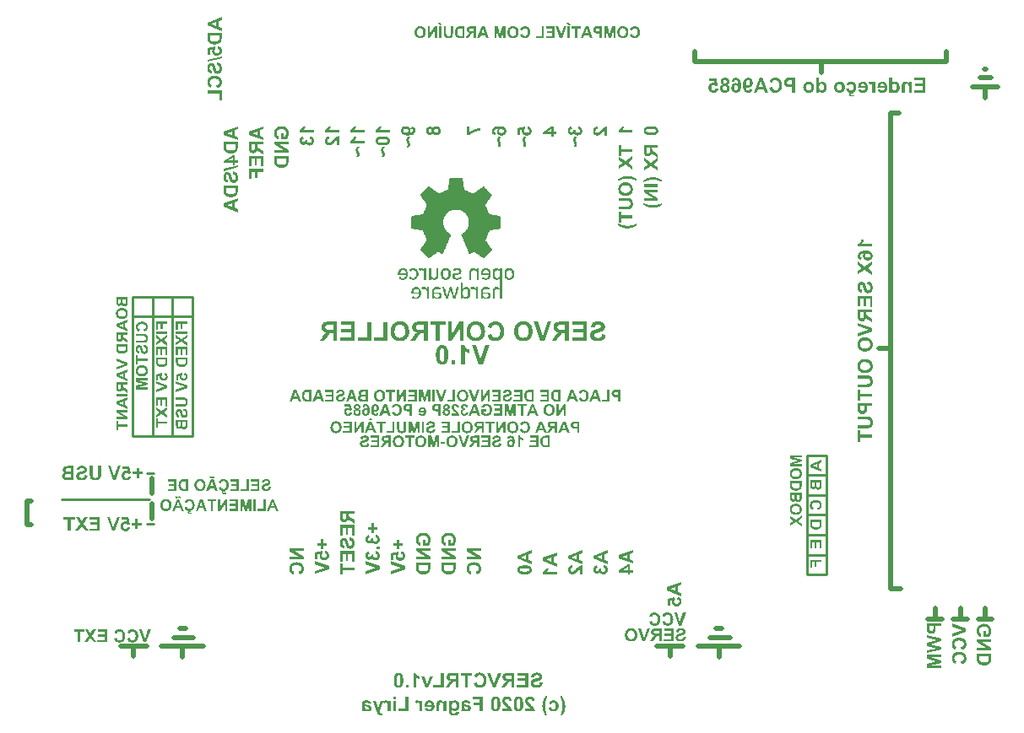
<source format=gbo>
G04 Layer_Color=32896*
%FSLAX25Y25*%
%MOIN*%
G70*
G01*
G75*
%ADD35C,0.01969*%
%ADD51C,0.01000*%
%ADD82C,0.02000*%
G36*
X237156Y198644D02*
X237359Y198560D01*
X237554Y198484D01*
X237739Y198407D01*
X237909Y198340D01*
X238069Y198289D01*
X238221Y198230D01*
X238356Y198188D01*
X238483Y198145D01*
X238584Y198112D01*
X238686Y198086D01*
X238762Y198070D01*
X238821Y198044D01*
X238872Y198036D01*
X238897Y198027D01*
X238906D01*
X239210Y197960D01*
X239506Y197917D01*
X239793Y197884D01*
X239928Y197867D01*
X240055Y197858D01*
X240173Y197850D01*
X240275Y197841D01*
X240367D01*
X240452Y197833D01*
X240773D01*
X240925Y197841D01*
X241077Y197850D01*
X241204Y197858D01*
X241314Y197875D01*
X241398Y197884D01*
X241432D01*
X241458Y197892D01*
X241474D01*
X241787Y197934D01*
X241939Y197968D01*
X242074Y197993D01*
X242193Y198019D01*
X242286Y198036D01*
X242319Y198044D01*
X242345D01*
X242353Y198053D01*
X242362D01*
X242531Y198095D01*
X242683Y198137D01*
X242826Y198179D01*
X242945Y198213D01*
X243046Y198247D01*
X243122Y198264D01*
X243164Y198281D01*
X243181Y198289D01*
X243333Y198348D01*
X243494Y198407D01*
X243671Y198484D01*
X243840Y198560D01*
X243984Y198619D01*
X244052Y198653D01*
X244111Y198678D01*
X244153Y198695D01*
X244187Y198712D01*
X244212Y198729D01*
X244221D01*
Y197993D01*
X243849Y197765D01*
X243494Y197579D01*
X243317Y197495D01*
X243156Y197419D01*
X242995Y197351D01*
X242852Y197284D01*
X242717Y197233D01*
X242598Y197191D01*
X242488Y197148D01*
X242395Y197115D01*
X242328Y197098D01*
X242269Y197081D01*
X242235Y197064D01*
X242226D01*
X241888Y196979D01*
X241576Y196920D01*
X241424Y196895D01*
X241288Y196870D01*
X241153Y196853D01*
X241035Y196844D01*
X240925Y196827D01*
X240824D01*
X240739Y196819D01*
X240663Y196810D01*
X240528D01*
X240181Y196827D01*
X239844Y196861D01*
X239531Y196912D01*
X239387Y196937D01*
X239252Y196971D01*
X239125Y197005D01*
X239015Y197030D01*
X238914Y197055D01*
X238838Y197081D01*
X238770Y197098D01*
X238720Y197115D01*
X238686Y197132D01*
X238677D01*
X238339Y197258D01*
X238018Y197402D01*
X237875Y197469D01*
X237731Y197546D01*
X237596Y197622D01*
X237469Y197689D01*
X237351Y197757D01*
X237249Y197816D01*
X237165Y197867D01*
X237089Y197917D01*
X237030Y197960D01*
X236979Y197985D01*
X236954Y198002D01*
X236945Y198010D01*
Y198737D01*
X237156Y198644D01*
D02*
G37*
G36*
X261811Y55904D02*
X260552Y55447D01*
Y53208D01*
X261811Y52735D01*
Y51518D01*
X256259Y53749D01*
Y54932D01*
X261811Y57087D01*
Y55904D01*
D02*
G37*
G36*
X260518Y51121D02*
X260636Y51096D01*
X260865Y51020D01*
X261051Y50927D01*
X261211Y50825D01*
X261279Y50775D01*
X261338Y50732D01*
X261388Y50690D01*
X261431Y50648D01*
X261465Y50614D01*
X261490Y50589D01*
X261498Y50580D01*
X261507Y50572D01*
X261574Y50479D01*
X261642Y50377D01*
X261743Y50174D01*
X261811Y49963D01*
X261862Y49769D01*
X261879Y49676D01*
X261887Y49591D01*
X261904Y49515D01*
Y49448D01*
X261912Y49397D01*
Y49355D01*
Y49330D01*
Y49321D01*
X261904Y49144D01*
X261879Y48983D01*
X261845Y48823D01*
X261803Y48679D01*
X261743Y48544D01*
X261684Y48425D01*
X261617Y48307D01*
X261549Y48206D01*
X261481Y48121D01*
X261414Y48037D01*
X261355Y47969D01*
X261296Y47918D01*
X261253Y47876D01*
X261220Y47842D01*
X261194Y47825D01*
X261186Y47817D01*
X261084Y47749D01*
X260975Y47682D01*
X260763Y47589D01*
X260560Y47513D01*
X260366Y47471D01*
X260282Y47454D01*
X260206Y47437D01*
X260138Y47428D01*
X260079D01*
X260028Y47420D01*
X259961D01*
X259808Y47428D01*
X259665Y47445D01*
X259529Y47462D01*
X259403Y47496D01*
X259284Y47538D01*
X259175Y47580D01*
X259073Y47623D01*
X258980Y47665D01*
X258896Y47716D01*
X258820Y47758D01*
X258761Y47800D01*
X258710Y47842D01*
X258668Y47876D01*
X258642Y47893D01*
X258625Y47910D01*
X258617Y47918D01*
X258524Y48011D01*
X258448Y48113D01*
X258380Y48214D01*
X258321Y48316D01*
X258271Y48417D01*
X258228Y48510D01*
X258169Y48704D01*
X258144Y48789D01*
X258127Y48865D01*
X258118Y48941D01*
X258110Y49000D01*
X258102Y49051D01*
Y49084D01*
Y49110D01*
Y49118D01*
X258110Y49253D01*
X258127Y49389D01*
X258161Y49515D01*
X258186Y49617D01*
X258220Y49710D01*
X258254Y49786D01*
X258271Y49828D01*
X258279Y49845D01*
X257341Y49676D01*
Y47665D01*
X256344D01*
Y50479D01*
X259234Y51020D01*
X259352Y50166D01*
X259284Y50099D01*
X259217Y50022D01*
X259116Y49887D01*
X259048Y49744D01*
X258997Y49617D01*
X258963Y49507D01*
X258955Y49414D01*
X258946Y49380D01*
Y49355D01*
Y49346D01*
Y49338D01*
X258955Y49211D01*
X258989Y49093D01*
X259031Y48992D01*
X259073Y48907D01*
X259124Y48839D01*
X259166Y48789D01*
X259200Y48755D01*
X259208Y48746D01*
X259310Y48670D01*
X259437Y48611D01*
X259563Y48569D01*
X259690Y48535D01*
X259800Y48518D01*
X259893Y48510D01*
X259977D01*
X260163Y48518D01*
X260332Y48544D01*
X260468Y48586D01*
X260586Y48628D01*
X260670Y48670D01*
X260738Y48713D01*
X260772Y48738D01*
X260789Y48746D01*
X260881Y48839D01*
X260941Y48932D01*
X260991Y49025D01*
X261025Y49118D01*
X261042Y49194D01*
X261051Y49253D01*
X261059Y49296D01*
Y49313D01*
X261051Y49414D01*
X261025Y49515D01*
X260991Y49600D01*
X260958Y49676D01*
X260924Y49744D01*
X260890Y49786D01*
X260865Y49820D01*
X260856Y49828D01*
X260772Y49904D01*
X260679Y49963D01*
X260577Y50006D01*
X260493Y50039D01*
X260408Y50065D01*
X260341Y50082D01*
X260298Y50090D01*
X260282D01*
X260391Y51146D01*
X260518Y51121D01*
D02*
G37*
G36*
X237976Y201914D02*
X242590D01*
Y200790D01*
X237976D01*
Y199160D01*
X237038D01*
Y203545D01*
X237976D01*
Y201914D01*
D02*
G37*
G36*
X240917Y217496D02*
X241238Y217462D01*
X241550Y217420D01*
X241694Y217386D01*
X241821Y217361D01*
X241948Y217336D01*
X242057Y217302D01*
X242159Y217276D01*
X242243Y217259D01*
X242311Y217234D01*
X242362Y217226D01*
X242395Y217209D01*
X242404D01*
X242750Y217082D01*
X243080Y216938D01*
X243240Y216871D01*
X243392Y216795D01*
X243536Y216719D01*
X243663Y216651D01*
X243781Y216583D01*
X243891Y216524D01*
X243984Y216465D01*
X244069Y216414D01*
X244136Y216381D01*
X244178Y216347D01*
X244212Y216330D01*
X244221Y216321D01*
Y215595D01*
X243967Y215713D01*
X243739Y215814D01*
X243545Y215891D01*
X243469Y215924D01*
X243392Y215958D01*
X243325Y215984D01*
X243266Y216009D01*
X243215Y216026D01*
X243173Y216043D01*
X243147Y216051D01*
X243122Y216059D01*
X243114Y216068D01*
X243105D01*
X242885Y216136D01*
X242674Y216203D01*
X242463Y216262D01*
X242277Y216305D01*
X242193Y216321D01*
X242117Y216338D01*
X242049Y216355D01*
X241990Y216364D01*
X241948Y216381D01*
X241905D01*
X241888Y216389D01*
X241880D01*
X241635Y216423D01*
X241407Y216448D01*
X241187Y216474D01*
X241001Y216482D01*
X240917Y216491D01*
X240832D01*
X240765Y216499D01*
X240604D01*
X240275Y216491D01*
X239962Y216465D01*
X239674Y216440D01*
X239539Y216423D01*
X239421Y216398D01*
X239303Y216381D01*
X239210Y216364D01*
X239117Y216347D01*
X239041Y216338D01*
X238982Y216321D01*
X238939Y216313D01*
X238914Y216305D01*
X238906D01*
X238584Y216220D01*
X238255Y216110D01*
X237925Y215992D01*
X237773Y215933D01*
X237621Y215874D01*
X237477Y215814D01*
X237351Y215764D01*
X237232Y215713D01*
X237140Y215671D01*
X237055Y215637D01*
X236996Y215612D01*
X236962Y215595D01*
X236945Y215586D01*
Y216313D01*
X237216Y216491D01*
X237494Y216659D01*
X237756Y216795D01*
X238001Y216913D01*
X238111Y216964D01*
X238213Y217014D01*
X238297Y217048D01*
X238373Y217082D01*
X238432Y217107D01*
X238475Y217124D01*
X238508Y217141D01*
X238517D01*
X238703Y217209D01*
X238889Y217259D01*
X239252Y217352D01*
X239598Y217420D01*
X239759Y217445D01*
X239920Y217462D01*
X240055Y217479D01*
X240190Y217496D01*
X240300Y217505D01*
X240401D01*
X240477Y217513D01*
X240587D01*
X240917Y217496D01*
D02*
G37*
G36*
X240106Y214995D02*
X240334Y214969D01*
X240545Y214936D01*
X240748Y214893D01*
X240934Y214834D01*
X241103Y214775D01*
X241255Y214707D01*
X241398Y214640D01*
X241525Y214572D01*
X241635Y214505D01*
X241728Y214446D01*
X241804Y214386D01*
X241863Y214344D01*
X241905Y214310D01*
X241931Y214285D01*
X241939Y214277D01*
X242074Y214133D01*
X242184Y213981D01*
X242286Y213829D01*
X242370Y213660D01*
X242446Y213499D01*
X242505Y213339D01*
X242556Y213178D01*
X242598Y213026D01*
X242632Y212882D01*
X242649Y212747D01*
X242666Y212620D01*
X242683Y212519D01*
Y212435D01*
X242691Y212367D01*
Y212333D01*
Y212316D01*
X242683Y212088D01*
X242657Y211877D01*
X242624Y211682D01*
X242573Y211496D01*
X242514Y211319D01*
X242455Y211158D01*
X242387Y211015D01*
X242311Y210880D01*
X242243Y210761D01*
X242176Y210660D01*
X242117Y210567D01*
X242057Y210499D01*
X242007Y210440D01*
X241973Y210398D01*
X241948Y210373D01*
X241939Y210364D01*
X241787Y210238D01*
X241627Y210119D01*
X241458Y210026D01*
X241288Y209942D01*
X241111Y209866D01*
X240934Y209806D01*
X240765Y209756D01*
X240596Y209722D01*
X240443Y209688D01*
X240291Y209671D01*
X240165Y209654D01*
X240046Y209637D01*
X239953D01*
X239886Y209629D01*
X239827D01*
X239582Y209637D01*
X239345Y209663D01*
X239125Y209697D01*
X238923Y209747D01*
X238737Y209798D01*
X238568Y209857D01*
X238407Y209925D01*
X238263Y209992D01*
X238137Y210068D01*
X238027Y210128D01*
X237934Y210195D01*
X237858Y210246D01*
X237790Y210297D01*
X237748Y210330D01*
X237723Y210356D01*
X237714Y210364D01*
X237579Y210508D01*
X237461Y210660D01*
X237359Y210821D01*
X237266Y210981D01*
X237199Y211142D01*
X237131Y211311D01*
X237080Y211463D01*
X237038Y211623D01*
X237013Y211767D01*
X236987Y211902D01*
X236970Y212020D01*
X236954Y212122D01*
Y212206D01*
X236945Y212274D01*
Y212308D01*
Y212325D01*
X236954Y212570D01*
X236979Y212798D01*
X237021Y213001D01*
X237055Y213178D01*
X237080Y213254D01*
X237097Y213322D01*
X237123Y213381D01*
X237140Y213432D01*
X237148Y213474D01*
X237165Y213499D01*
X237173Y213516D01*
Y213525D01*
X237241Y213668D01*
X237317Y213803D01*
X237402Y213922D01*
X237486Y214032D01*
X237554Y214116D01*
X237613Y214184D01*
X237655Y214226D01*
X237672Y214243D01*
X237799Y214353D01*
X237934Y214462D01*
X238061Y214547D01*
X238179Y214623D01*
X238280Y214682D01*
X238365Y214724D01*
X238416Y214750D01*
X238424Y214758D01*
X238432D01*
X238661Y214843D01*
X238897Y214902D01*
X239134Y214944D01*
X239362Y214969D01*
X239463Y214986D01*
X239556D01*
X239641Y214995D01*
X239717Y215003D01*
X239860D01*
X240106Y214995D01*
D02*
G37*
G36*
X240334Y208742D02*
X240486D01*
X240621Y208733D01*
X240748Y208725D01*
X240866Y208717D01*
X240967Y208708D01*
X241060Y208700D01*
X241145Y208691D01*
X241212Y208683D01*
X241280Y208674D01*
X241322Y208666D01*
X241365Y208657D01*
X241390Y208649D01*
X241415D01*
X241533Y208615D01*
X241643Y208564D01*
X241753Y208514D01*
X241846Y208463D01*
X241922Y208412D01*
X241981Y208370D01*
X242015Y208345D01*
X242032Y208336D01*
X242133Y208235D01*
X242235Y208133D01*
X242311Y208024D01*
X242387Y207922D01*
X242438Y207829D01*
X242480Y207753D01*
X242505Y207702D01*
X242514Y207694D01*
Y207686D01*
X242547Y207601D01*
X242573Y207517D01*
X242615Y207322D01*
X242649Y207128D01*
X242666Y206933D01*
X242683Y206756D01*
Y206680D01*
X242691Y206612D01*
Y206562D01*
Y206520D01*
Y206494D01*
Y206486D01*
X242683Y206249D01*
X242666Y206038D01*
X242640Y205860D01*
X242607Y205708D01*
X242581Y205581D01*
X242564Y205531D01*
X242556Y205497D01*
X242547Y205463D01*
X242539Y205438D01*
X242531Y205429D01*
Y205421D01*
X242463Y205277D01*
X242387Y205151D01*
X242311Y205041D01*
X242235Y204939D01*
X242176Y204872D01*
X242125Y204813D01*
X242083Y204779D01*
X242074Y204770D01*
X241965Y204686D01*
X241846Y204610D01*
X241728Y204559D01*
X241618Y204508D01*
X241517Y204475D01*
X241441Y204449D01*
X241390Y204432D01*
X241373D01*
X241288Y204415D01*
X241196Y204398D01*
X241086Y204390D01*
X240976Y204382D01*
X240748Y204365D01*
X240511Y204348D01*
X240300D01*
X240207Y204339D01*
X237038D01*
Y205463D01*
X240351D01*
X240452Y205472D01*
X240545D01*
X240714Y205480D01*
X240841Y205489D01*
X240942Y205497D01*
X241010Y205505D01*
X241052Y205514D01*
X241069D01*
X241170Y205539D01*
X241263Y205581D01*
X241339Y205632D01*
X241407Y205683D01*
X241466Y205725D01*
X241508Y205767D01*
X241533Y205801D01*
X241542Y205810D01*
X241610Y205911D01*
X241652Y206021D01*
X241686Y206139D01*
X241711Y206249D01*
X241728Y206359D01*
X241736Y206443D01*
Y206477D01*
Y206503D01*
Y206511D01*
Y206520D01*
X241728Y206680D01*
X241703Y206832D01*
X241669Y206959D01*
X241635Y207060D01*
X241601Y207145D01*
X241567Y207204D01*
X241542Y207238D01*
X241533Y207255D01*
X241449Y207348D01*
X241365Y207415D01*
X241272Y207474D01*
X241179Y207525D01*
X241103Y207550D01*
X241043Y207576D01*
X241001Y207593D01*
X240984D01*
X240942Y207601D01*
X240883D01*
X240748Y207610D01*
X240596Y207618D01*
X240443D01*
X240291Y207626D01*
X237038D01*
Y208750D01*
X240173D01*
X240334Y208742D01*
D02*
G37*
G36*
X242690Y68615D02*
X241431Y68159D01*
Y65920D01*
X242690Y65447D01*
Y64230D01*
X237138Y66461D01*
Y67644D01*
X242690Y69798D01*
Y68615D01*
D02*
G37*
G36*
X222690Y60072D02*
X221701D01*
Y62193D01*
X221591Y62126D01*
X221507Y62050D01*
X221464Y62024D01*
X221439Y61999D01*
X221422Y61982D01*
X221414Y61974D01*
X221380Y61940D01*
X221346Y61906D01*
X221253Y61813D01*
X221152Y61712D01*
X221051Y61602D01*
X220949Y61501D01*
X220873Y61416D01*
X220839Y61391D01*
X220814Y61365D01*
X220805Y61348D01*
X220797Y61340D01*
X220636Y61163D01*
X220493Y61019D01*
X220366Y60892D01*
X220265Y60799D01*
X220189Y60723D01*
X220129Y60672D01*
X220096Y60647D01*
X220087Y60639D01*
X219952Y60537D01*
X219825Y60444D01*
X219707Y60368D01*
X219597Y60309D01*
X219513Y60267D01*
X219445Y60233D01*
X219403Y60216D01*
X219386Y60208D01*
X219259Y60165D01*
X219124Y60132D01*
X219006Y60106D01*
X218896Y60089D01*
X218803Y60081D01*
X218727Y60072D01*
X218668D01*
X218549Y60081D01*
X218431Y60089D01*
X218220Y60149D01*
X218034Y60224D01*
X217873Y60309D01*
X217746Y60394D01*
X217687Y60436D01*
X217645Y60470D01*
X217611Y60503D01*
X217586Y60529D01*
X217578Y60537D01*
X217569Y60546D01*
X217493Y60639D01*
X217417Y60732D01*
X217358Y60841D01*
X217307Y60943D01*
X217231Y61163D01*
X217180Y61365D01*
X217155Y61467D01*
X217147Y61551D01*
X217138Y61636D01*
X217130Y61703D01*
X217121Y61762D01*
Y61805D01*
Y61830D01*
Y61839D01*
Y61974D01*
X217138Y62109D01*
X217180Y62345D01*
X217248Y62557D01*
X217282Y62650D01*
X217316Y62734D01*
X217349Y62819D01*
X217383Y62886D01*
X217417Y62945D01*
X217451Y62988D01*
X217476Y63030D01*
X217493Y63055D01*
X217501Y63072D01*
X217510Y63081D01*
X217586Y63165D01*
X217670Y63250D01*
X217763Y63317D01*
X217865Y63385D01*
X218076Y63486D01*
X218279Y63562D01*
X218380Y63596D01*
X218473Y63613D01*
X218549Y63638D01*
X218625Y63647D01*
X218685Y63664D01*
X218727D01*
X218760Y63672D01*
X218769D01*
X218870Y62616D01*
X218710Y62599D01*
X218566Y62574D01*
X218456Y62531D01*
X218363Y62498D01*
X218287Y62455D01*
X218245Y62430D01*
X218211Y62405D01*
X218203Y62396D01*
X218135Y62312D01*
X218085Y62227D01*
X218051Y62134D01*
X218025Y62050D01*
X218008Y61982D01*
X218000Y61914D01*
Y61881D01*
Y61864D01*
X218008Y61746D01*
X218034Y61636D01*
X218059Y61543D01*
X218093Y61467D01*
X218135Y61408D01*
X218161Y61365D01*
X218186Y61340D01*
X218194Y61331D01*
X218270Y61264D01*
X218363Y61222D01*
X218456Y61188D01*
X218541Y61163D01*
X218617Y61146D01*
X218685Y61137D01*
X218744D01*
X218862Y61146D01*
X218980Y61171D01*
X219090Y61205D01*
X219192Y61247D01*
X219276Y61289D01*
X219335Y61323D01*
X219377Y61348D01*
X219394Y61357D01*
X219445Y61391D01*
X219504Y61441D01*
X219563Y61501D01*
X219631Y61568D01*
X219783Y61712D01*
X219935Y61864D01*
X220070Y62007D01*
X220138Y62075D01*
X220189Y62126D01*
X220231Y62177D01*
X220273Y62210D01*
X220290Y62236D01*
X220298Y62244D01*
X220450Y62405D01*
X220594Y62557D01*
X220729Y62683D01*
X220856Y62810D01*
X220974Y62920D01*
X221084Y63013D01*
X221186Y63106D01*
X221279Y63182D01*
X221355Y63241D01*
X221431Y63300D01*
X221490Y63343D01*
X221541Y63385D01*
X221583Y63410D01*
X221608Y63427D01*
X221625Y63444D01*
X221634D01*
X221819Y63545D01*
X222005Y63621D01*
X222183Y63689D01*
X222352Y63731D01*
X222487Y63765D01*
X222546Y63774D01*
X222597Y63782D01*
X222631Y63790D01*
X222664Y63799D01*
X222690D01*
Y60072D01*
D02*
G37*
G36*
X212690Y67542D02*
X211431Y67086D01*
Y64847D01*
X212690Y64373D01*
Y63157D01*
X207138Y65387D01*
Y66571D01*
X212690Y68725D01*
Y67542D01*
D02*
G37*
G36*
X209377Y62227D02*
X209251Y61965D01*
X209124Y61737D01*
X209056Y61627D01*
X208989Y61534D01*
X208929Y61441D01*
X208870Y61365D01*
X208820Y61298D01*
X208777Y61238D01*
X208735Y61196D01*
X208710Y61163D01*
X208693Y61146D01*
X208684Y61137D01*
X212690D01*
Y60072D01*
X207121D01*
Y60943D01*
X207307Y61019D01*
X207476Y61120D01*
X207628Y61230D01*
X207755Y61340D01*
X207865Y61450D01*
X207941Y61534D01*
X207966Y61560D01*
X207992Y61585D01*
X208000Y61602D01*
X208009Y61610D01*
X208144Y61788D01*
X208245Y61957D01*
X208338Y62109D01*
X208406Y62244D01*
X208465Y62354D01*
X208499Y62438D01*
X208507Y62472D01*
X208516Y62498D01*
X208524Y62506D01*
Y62515D01*
X209487D01*
X209377Y62227D01*
D02*
G37*
G36*
X222690Y68404D02*
X221431Y67948D01*
Y65709D01*
X222690Y65235D01*
Y64019D01*
X217138Y66249D01*
Y67432D01*
X222690Y69587D01*
Y68404D01*
D02*
G37*
G36*
X241574Y61788D02*
X242690D01*
Y60757D01*
X241574D01*
Y60072D01*
X240645D01*
Y60757D01*
X237121D01*
Y61653D01*
X240653Y64061D01*
X241574D01*
Y61788D01*
D02*
G37*
G36*
X232690Y68463D02*
X231431Y68007D01*
Y65768D01*
X232690Y65294D01*
Y64078D01*
X227138Y66308D01*
Y67492D01*
X232690Y69646D01*
Y68463D01*
D02*
G37*
G36*
X231355Y63748D02*
X231481Y63723D01*
X231701Y63647D01*
X231895Y63554D01*
X232056Y63452D01*
X232124Y63402D01*
X232183Y63359D01*
X232242Y63317D01*
X232284Y63275D01*
X232318Y63241D01*
X232343Y63216D01*
X232352Y63207D01*
X232360Y63199D01*
X232436Y63106D01*
X232504Y63005D01*
X232563Y62895D01*
X232605Y62793D01*
X232690Y62582D01*
X232740Y62379D01*
X232757Y62295D01*
X232766Y62210D01*
X232774Y62134D01*
X232783Y62067D01*
X232791Y62016D01*
Y61974D01*
Y61948D01*
Y61940D01*
X232783Y61796D01*
X232766Y61653D01*
X232740Y61526D01*
X232707Y61399D01*
X232673Y61281D01*
X232631Y61171D01*
X232580Y61070D01*
X232529Y60977D01*
X232487Y60892D01*
X232436Y60825D01*
X232394Y60757D01*
X232352Y60706D01*
X232326Y60664D01*
X232301Y60639D01*
X232284Y60622D01*
X232276Y60613D01*
X232174Y60520D01*
X232073Y60436D01*
X231972Y60360D01*
X231862Y60301D01*
X231760Y60250D01*
X231659Y60208D01*
X231465Y60140D01*
X231372Y60115D01*
X231287Y60098D01*
X231220Y60089D01*
X231152Y60081D01*
X231101Y60072D01*
X231034D01*
X230848Y60081D01*
X230687Y60115D01*
X230535Y60165D01*
X230408Y60216D01*
X230307Y60267D01*
X230231Y60317D01*
X230189Y60351D01*
X230172Y60360D01*
X230053Y60478D01*
X229952Y60596D01*
X229868Y60723D01*
X229808Y60850D01*
X229766Y60951D01*
X229732Y61044D01*
X229724Y61078D01*
Y61095D01*
X229715Y61112D01*
Y61120D01*
X229631Y60977D01*
X229538Y60858D01*
X229445Y60748D01*
X229344Y60655D01*
X229251Y60579D01*
X229149Y60512D01*
X229056Y60461D01*
X228963Y60419D01*
X228879Y60385D01*
X228803Y60360D01*
X228735Y60343D01*
X228668Y60326D01*
X228617D01*
X228583Y60317D01*
X228456D01*
X228363Y60334D01*
X228186Y60377D01*
X228034Y60444D01*
X227899Y60512D01*
X227780Y60588D01*
X227696Y60655D01*
X227671Y60681D01*
X227645Y60698D01*
X227637Y60706D01*
X227628Y60715D01*
X227535Y60808D01*
X227459Y60900D01*
X227392Y61010D01*
X227332Y61112D01*
X227282Y61213D01*
X227248Y61323D01*
X227180Y61517D01*
X227164Y61610D01*
X227147Y61703D01*
X227138Y61779D01*
X227130Y61847D01*
X227121Y61898D01*
Y61940D01*
Y61965D01*
Y61974D01*
X227130Y62143D01*
X227147Y62303D01*
X227180Y62438D01*
X227206Y62565D01*
X227239Y62667D01*
X227273Y62743D01*
X227290Y62793D01*
X227299Y62802D01*
Y62810D01*
X227366Y62937D01*
X227442Y63055D01*
X227518Y63148D01*
X227594Y63233D01*
X227671Y63300D01*
X227721Y63343D01*
X227755Y63376D01*
X227772Y63385D01*
X227890Y63452D01*
X228025Y63520D01*
X228161Y63571D01*
X228287Y63613D01*
X228406Y63647D01*
X228499Y63672D01*
X228532Y63681D01*
X228558D01*
X228575Y63689D01*
X228583D01*
X228744Y62709D01*
X228617Y62692D01*
X228507Y62658D01*
X228414Y62624D01*
X228330Y62582D01*
X228270Y62540D01*
X228228Y62515D01*
X228203Y62489D01*
X228194Y62481D01*
X228127Y62405D01*
X228084Y62320D01*
X228051Y62244D01*
X228025Y62168D01*
X228009Y62100D01*
X228000Y62050D01*
Y62016D01*
Y62007D01*
X228009Y61906D01*
X228025Y61813D01*
X228051Y61737D01*
X228084Y61669D01*
X228118Y61619D01*
X228144Y61585D01*
X228161Y61560D01*
X228169Y61551D01*
X228237Y61492D01*
X228313Y61450D01*
X228389Y61424D01*
X228456Y61399D01*
X228516Y61391D01*
X228566Y61382D01*
X228617D01*
X228735Y61391D01*
X228837Y61416D01*
X228929Y61458D01*
X229006Y61501D01*
X229065Y61543D01*
X229115Y61585D01*
X229141Y61610D01*
X229149Y61619D01*
X229208Y61712D01*
X229259Y61822D01*
X229293Y61931D01*
X229310Y62033D01*
X229318Y62126D01*
X229327Y62210D01*
Y62261D01*
Y62269D01*
Y62278D01*
X230189Y62396D01*
X230163Y62295D01*
X230138Y62202D01*
X230121Y62117D01*
X230113Y62050D01*
X230104Y61991D01*
Y61948D01*
Y61923D01*
Y61914D01*
X230113Y61805D01*
X230138Y61703D01*
X230180Y61610D01*
X230222Y61534D01*
X230265Y61467D01*
X230307Y61424D01*
X230332Y61391D01*
X230341Y61382D01*
X230434Y61306D01*
X230543Y61255D01*
X230645Y61213D01*
X230746Y61188D01*
X230839Y61171D01*
X230915Y61163D01*
X230983D01*
X231135Y61171D01*
X231270Y61196D01*
X231388Y61238D01*
X231490Y61272D01*
X231566Y61315D01*
X231617Y61357D01*
X231659Y61382D01*
X231667Y61391D01*
X231752Y61484D01*
X231811Y61576D01*
X231853Y61669D01*
X231879Y61754D01*
X231895Y61830D01*
X231912Y61889D01*
Y61931D01*
Y61948D01*
X231904Y62058D01*
X231879Y62160D01*
X231845Y62244D01*
X231811Y62320D01*
X231777Y62388D01*
X231743Y62430D01*
X231718Y62464D01*
X231710Y62472D01*
X231625Y62548D01*
X231524Y62607D01*
X231422Y62650D01*
X231329Y62683D01*
X231236Y62709D01*
X231169Y62726D01*
X231118Y62734D01*
X231101D01*
X231228Y63765D01*
X231355Y63748D01*
D02*
G37*
G36*
X232590Y233473D02*
X231601D01*
Y235594D01*
X231491Y235526D01*
X231407Y235450D01*
X231364Y235425D01*
X231339Y235399D01*
X231322Y235383D01*
X231314Y235374D01*
X231280Y235340D01*
X231246Y235306D01*
X231153Y235213D01*
X231052Y235112D01*
X230950Y235002D01*
X230849Y234901D01*
X230773Y234816D01*
X230739Y234791D01*
X230714Y234766D01*
X230705Y234749D01*
X230697Y234740D01*
X230536Y234563D01*
X230393Y234419D01*
X230266Y234292D01*
X230165Y234200D01*
X230089Y234123D01*
X230029Y234073D01*
X229996Y234047D01*
X229987Y234039D01*
X229852Y233938D01*
X229725Y233845D01*
X229607Y233769D01*
X229497Y233709D01*
X229413Y233667D01*
X229345Y233633D01*
X229303Y233616D01*
X229286Y233608D01*
X229159Y233566D01*
X229024Y233532D01*
X228906Y233507D01*
X228796Y233490D01*
X228703Y233481D01*
X228627Y233473D01*
X228568D01*
X228449Y233481D01*
X228331Y233490D01*
X228120Y233549D01*
X227934Y233625D01*
X227773Y233709D01*
X227646Y233794D01*
X227587Y233836D01*
X227545Y233870D01*
X227511Y233904D01*
X227486Y233929D01*
X227478Y233938D01*
X227469Y233946D01*
X227393Y234039D01*
X227317Y234132D01*
X227258Y234242D01*
X227207Y234343D01*
X227131Y234563D01*
X227080Y234766D01*
X227055Y234867D01*
X227047Y234951D01*
X227038Y235036D01*
X227030Y235104D01*
X227021Y235163D01*
Y235205D01*
Y235230D01*
Y235239D01*
Y235374D01*
X227038Y235509D01*
X227080Y235746D01*
X227148Y235957D01*
X227182Y236050D01*
X227216Y236135D01*
X227249Y236219D01*
X227283Y236287D01*
X227317Y236346D01*
X227351Y236388D01*
X227376Y236430D01*
X227393Y236456D01*
X227401Y236473D01*
X227410Y236481D01*
X227486Y236565D01*
X227571Y236650D01*
X227663Y236718D01*
X227765Y236785D01*
X227976Y236887D01*
X228179Y236963D01*
X228280Y236996D01*
X228373Y237013D01*
X228449Y237039D01*
X228525Y237047D01*
X228585Y237064D01*
X228627D01*
X228660Y237072D01*
X228669D01*
X228770Y236016D01*
X228610Y235999D01*
X228466Y235974D01*
X228356Y235932D01*
X228263Y235898D01*
X228187Y235856D01*
X228145Y235830D01*
X228111Y235805D01*
X228103Y235796D01*
X228035Y235712D01*
X227984Y235628D01*
X227951Y235535D01*
X227925Y235450D01*
X227908Y235383D01*
X227900Y235315D01*
Y235281D01*
Y235264D01*
X227908Y235146D01*
X227934Y235036D01*
X227959Y234943D01*
X227993Y234867D01*
X228035Y234808D01*
X228061Y234766D01*
X228086Y234740D01*
X228094Y234732D01*
X228170Y234664D01*
X228263Y234622D01*
X228356Y234588D01*
X228441Y234563D01*
X228517Y234546D01*
X228585Y234538D01*
X228644D01*
X228762Y234546D01*
X228880Y234571D01*
X228990Y234605D01*
X229092Y234647D01*
X229176Y234690D01*
X229235Y234723D01*
X229277Y234749D01*
X229294Y234757D01*
X229345Y234791D01*
X229404Y234842D01*
X229463Y234901D01*
X229531Y234968D01*
X229683Y235112D01*
X229835Y235264D01*
X229970Y235408D01*
X230038Y235475D01*
X230089Y235526D01*
X230131Y235577D01*
X230173Y235611D01*
X230190Y235636D01*
X230198Y235644D01*
X230350Y235805D01*
X230494Y235957D01*
X230629Y236084D01*
X230756Y236211D01*
X230874Y236320D01*
X230984Y236413D01*
X231086Y236506D01*
X231179Y236582D01*
X231255Y236642D01*
X231331Y236701D01*
X231390Y236743D01*
X231441Y236785D01*
X231483Y236810D01*
X231508Y236827D01*
X231525Y236844D01*
X231534D01*
X231719Y236946D01*
X231905Y237022D01*
X232083Y237089D01*
X232252Y237132D01*
X232387Y237165D01*
X232446Y237174D01*
X232497Y237182D01*
X232531Y237191D01*
X232564Y237199D01*
X232590D01*
Y233473D01*
D02*
G37*
G36*
X239277Y236912D02*
X239151Y236650D01*
X239024Y236422D01*
X238956Y236312D01*
X238889Y236219D01*
X238829Y236126D01*
X238770Y236050D01*
X238720Y235982D01*
X238677Y235923D01*
X238635Y235881D01*
X238610Y235847D01*
X238593Y235830D01*
X238584Y235822D01*
X242590D01*
Y234757D01*
X237021D01*
Y235628D01*
X237207Y235704D01*
X237376Y235805D01*
X237528Y235915D01*
X237655Y236025D01*
X237765Y236135D01*
X237841Y236219D01*
X237866Y236244D01*
X237892Y236270D01*
X237900Y236287D01*
X237909Y236295D01*
X238044Y236473D01*
X238145Y236642D01*
X238238Y236794D01*
X238306Y236929D01*
X238365Y237039D01*
X238399Y237123D01*
X238407Y237157D01*
X238416Y237182D01*
X238424Y237191D01*
Y237199D01*
X239387D01*
X239277Y236912D01*
D02*
G37*
G36*
X250139Y237191D02*
X250410Y237174D01*
X250646Y237157D01*
X250874Y237123D01*
X251077Y237089D01*
X251255Y237047D01*
X251415Y236996D01*
X251559Y236954D01*
X251686Y236912D01*
X251796Y236861D01*
X251880Y236819D01*
X251948Y236785D01*
X252007Y236751D01*
X252041Y236726D01*
X252066Y236718D01*
X252074Y236709D01*
X252184Y236616D01*
X252277Y236506D01*
X252362Y236405D01*
X252429Y236295D01*
X252488Y236185D01*
X252539Y236075D01*
X252581Y235965D01*
X252615Y235864D01*
X252641Y235771D01*
X252657Y235678D01*
X252674Y235602D01*
X252683Y235535D01*
Y235475D01*
X252691Y235433D01*
Y235408D01*
Y235399D01*
X252683Y235256D01*
X252666Y235112D01*
X252641Y234985D01*
X252598Y234867D01*
X252556Y234757D01*
X252514Y234647D01*
X252463Y234554D01*
X252404Y234470D01*
X252353Y234394D01*
X252303Y234335D01*
X252260Y234276D01*
X252209Y234233D01*
X252176Y234191D01*
X252150Y234166D01*
X252133Y234157D01*
X252125Y234149D01*
X251990Y234056D01*
X251829Y233971D01*
X251660Y233895D01*
X251483Y233828D01*
X251297Y233777D01*
X251111Y233735D01*
X250739Y233667D01*
X250562Y233642D01*
X250393Y233625D01*
X250249Y233616D01*
X250114Y233608D01*
X250012Y233599D01*
X249860D01*
X249573Y233608D01*
X249311Y233625D01*
X249066Y233650D01*
X248838Y233684D01*
X248635Y233726D01*
X248449Y233769D01*
X248289Y233819D01*
X248137Y233870D01*
X248010Y233921D01*
X247900Y233971D01*
X247807Y234014D01*
X247731Y234056D01*
X247680Y234090D01*
X247638Y234115D01*
X247613Y234132D01*
X247604Y234140D01*
X247503Y234233D01*
X247410Y234326D01*
X247334Y234428D01*
X247266Y234529D01*
X247207Y234630D01*
X247165Y234740D01*
X247123Y234842D01*
X247097Y234943D01*
X247072Y235036D01*
X247055Y235121D01*
X247038Y235197D01*
X247030Y235264D01*
X247021Y235323D01*
Y235366D01*
Y235391D01*
Y235399D01*
X247030Y235543D01*
X247047Y235687D01*
X247072Y235813D01*
X247114Y235940D01*
X247156Y236050D01*
X247199Y236151D01*
X247258Y236244D01*
X247308Y236329D01*
X247359Y236405D01*
X247410Y236473D01*
X247461Y236532D01*
X247503Y236574D01*
X247545Y236608D01*
X247570Y236642D01*
X247587Y236650D01*
X247596Y236658D01*
X247731Y236751D01*
X247892Y236836D01*
X248061Y236912D01*
X248238Y236971D01*
X248424Y237022D01*
X248610Y237064D01*
X248982Y237132D01*
X249159Y237157D01*
X249320Y237174D01*
X249463Y237182D01*
X249599Y237191D01*
X249700Y237199D01*
X249852D01*
X250139Y237191D01*
D02*
G37*
G36*
X220536Y232839D02*
X220460Y232746D01*
X220393Y232653D01*
X220334Y232560D01*
X220283Y232476D01*
X220241Y232383D01*
X220181Y232231D01*
X220139Y232095D01*
X220131Y232036D01*
X220122Y231994D01*
X220114Y231952D01*
Y231926D01*
Y231909D01*
Y231901D01*
X220122Y231766D01*
X220156Y231614D01*
X220190Y231462D01*
X220241Y231310D01*
X220283Y231183D01*
X220308Y231124D01*
X220325Y231073D01*
X220342Y231039D01*
X220359Y231005D01*
X220367Y230989D01*
Y230980D01*
X220427Y230845D01*
X220469Y230727D01*
X220511Y230634D01*
X220536Y230549D01*
X220553Y230490D01*
X220570Y230448D01*
X220579Y230422D01*
Y230414D01*
X220604Y230279D01*
X220613Y230211D01*
Y230160D01*
X220621Y230110D01*
Y230076D01*
Y230050D01*
Y230042D01*
X220613Y229915D01*
X220596Y229797D01*
X220570Y229687D01*
X220545Y229586D01*
X220519Y229510D01*
X220494Y229442D01*
X220477Y229408D01*
X220469Y229391D01*
X220410Y229282D01*
X220351Y229180D01*
X220291Y229096D01*
X220232Y229028D01*
X220190Y228977D01*
X220156Y228935D01*
X220131Y228910D01*
X220122Y228901D01*
X219100D01*
X219201Y229003D01*
X219286Y229104D01*
X219353Y229197D01*
X219413Y229273D01*
X219455Y229349D01*
X219489Y229400D01*
X219506Y229434D01*
X219514Y229451D01*
X219556Y229552D01*
X219590Y229645D01*
X219607Y229729D01*
X219624Y229797D01*
X219632Y229856D01*
X219641Y229907D01*
Y229932D01*
Y229941D01*
X219632Y230025D01*
X219607Y230127D01*
X219573Y230245D01*
X219539Y230363D01*
X219506Y230473D01*
X219472Y230566D01*
X219455Y230600D01*
X219446Y230625D01*
X219438Y230642D01*
Y230650D01*
X219370Y230828D01*
X219311Y230989D01*
X219269Y231107D01*
X219235Y231208D01*
X219210Y231284D01*
X219193Y231335D01*
X219184Y231369D01*
Y231377D01*
X219151Y231529D01*
X219142Y231605D01*
Y231673D01*
X219134Y231732D01*
Y231774D01*
Y231808D01*
Y231817D01*
X219142Y231935D01*
X219159Y232045D01*
X219184Y232155D01*
X219210Y232256D01*
X219294Y232450D01*
X219387Y232611D01*
X219489Y232746D01*
X219531Y232797D01*
X219565Y232847D01*
X219599Y232881D01*
X219624Y232907D01*
X219641Y232924D01*
X219649Y232932D01*
X220629D01*
X220536Y232839D01*
D02*
G37*
G36*
X200536Y232898D02*
X200460Y232805D01*
X200393Y232712D01*
X200334Y232619D01*
X200283Y232535D01*
X200241Y232442D01*
X200182Y232290D01*
X200139Y232155D01*
X200131Y232095D01*
X200122Y232053D01*
X200114Y232011D01*
Y231986D01*
Y231969D01*
Y231960D01*
X200122Y231825D01*
X200156Y231673D01*
X200190Y231521D01*
X200241Y231369D01*
X200283Y231242D01*
X200308Y231183D01*
X200325Y231132D01*
X200342Y231098D01*
X200359Y231065D01*
X200367Y231048D01*
Y231039D01*
X200427Y230904D01*
X200469Y230786D01*
X200511Y230693D01*
X200536Y230608D01*
X200553Y230549D01*
X200570Y230507D01*
X200579Y230482D01*
Y230473D01*
X200604Y230338D01*
X200612Y230270D01*
Y230220D01*
X200621Y230169D01*
Y230135D01*
Y230110D01*
Y230101D01*
X200612Y229975D01*
X200596Y229856D01*
X200570Y229746D01*
X200545Y229645D01*
X200519Y229569D01*
X200494Y229501D01*
X200477Y229468D01*
X200469Y229451D01*
X200410Y229341D01*
X200350Y229239D01*
X200291Y229155D01*
X200232Y229087D01*
X200190Y229036D01*
X200156Y228994D01*
X200131Y228969D01*
X200122Y228960D01*
X199100D01*
X199201Y229062D01*
X199286Y229163D01*
X199353Y229256D01*
X199413Y229332D01*
X199455Y229408D01*
X199489Y229459D01*
X199505Y229493D01*
X199514Y229510D01*
X199556Y229611D01*
X199590Y229704D01*
X199607Y229789D01*
X199624Y229856D01*
X199632Y229915D01*
X199641Y229966D01*
Y229991D01*
Y230000D01*
X199632Y230084D01*
X199607Y230186D01*
X199573Y230304D01*
X199539Y230422D01*
X199505Y230532D01*
X199472Y230625D01*
X199455Y230659D01*
X199446Y230684D01*
X199438Y230701D01*
Y230710D01*
X199370Y230887D01*
X199311Y231048D01*
X199269Y231166D01*
X199235Y231267D01*
X199210Y231343D01*
X199193Y231394D01*
X199184Y231428D01*
Y231436D01*
X199151Y231588D01*
X199142Y231664D01*
Y231732D01*
X199134Y231791D01*
Y231834D01*
Y231867D01*
Y231876D01*
X199142Y231994D01*
X199159Y232104D01*
X199184Y232214D01*
X199210Y232315D01*
X199294Y232509D01*
X199387Y232670D01*
X199489Y232805D01*
X199531Y232856D01*
X199565Y232907D01*
X199599Y232940D01*
X199624Y232966D01*
X199641Y232983D01*
X199649Y232991D01*
X200629D01*
X200536Y232898D01*
D02*
G37*
G36*
X211474Y234926D02*
X212590D01*
Y233895D01*
X211474D01*
Y233211D01*
X210545D01*
Y233895D01*
X207021D01*
Y234791D01*
X210553Y237199D01*
X211474D01*
Y234926D01*
D02*
G37*
G36*
X221255Y237182D02*
X221381Y237157D01*
X221601Y237081D01*
X221796Y236988D01*
X221956Y236887D01*
X222024Y236836D01*
X222083Y236794D01*
X222142Y236751D01*
X222184Y236709D01*
X222218Y236675D01*
X222243Y236650D01*
X222252Y236642D01*
X222260Y236633D01*
X222336Y236540D01*
X222404Y236439D01*
X222463Y236329D01*
X222505Y236227D01*
X222590Y236016D01*
X222640Y235813D01*
X222657Y235729D01*
X222666Y235644D01*
X222674Y235568D01*
X222683Y235501D01*
X222691Y235450D01*
Y235408D01*
Y235383D01*
Y235374D01*
X222683Y235230D01*
X222666Y235087D01*
X222640Y234960D01*
X222607Y234833D01*
X222573Y234715D01*
X222531Y234605D01*
X222480Y234504D01*
X222429Y234411D01*
X222387Y234326D01*
X222336Y234259D01*
X222294Y234191D01*
X222252Y234140D01*
X222226Y234098D01*
X222201Y234073D01*
X222184Y234056D01*
X222176Y234047D01*
X222074Y233954D01*
X221973Y233870D01*
X221871Y233794D01*
X221762Y233735D01*
X221660Y233684D01*
X221559Y233642D01*
X221364Y233574D01*
X221272Y233549D01*
X221187Y233532D01*
X221119Y233524D01*
X221052Y233515D01*
X221001Y233507D01*
X220934D01*
X220748Y233515D01*
X220587Y233549D01*
X220435Y233599D01*
X220308Y233650D01*
X220207Y233701D01*
X220131Y233752D01*
X220089Y233785D01*
X220072Y233794D01*
X219953Y233912D01*
X219852Y234031D01*
X219767Y234157D01*
X219708Y234284D01*
X219666Y234385D01*
X219632Y234478D01*
X219624Y234512D01*
Y234529D01*
X219615Y234546D01*
Y234554D01*
X219531Y234411D01*
X219438Y234292D01*
X219345Y234183D01*
X219244Y234090D01*
X219151Y234014D01*
X219049Y233946D01*
X218956Y233895D01*
X218863Y233853D01*
X218779Y233819D01*
X218703Y233794D01*
X218635Y233777D01*
X218568Y233760D01*
X218517D01*
X218483Y233752D01*
X218356D01*
X218263Y233769D01*
X218086Y233811D01*
X217934Y233878D01*
X217799Y233946D01*
X217680Y234022D01*
X217596Y234090D01*
X217570Y234115D01*
X217545Y234132D01*
X217537Y234140D01*
X217528Y234149D01*
X217435Y234242D01*
X217359Y234335D01*
X217292Y234444D01*
X217232Y234546D01*
X217182Y234647D01*
X217148Y234757D01*
X217080Y234951D01*
X217063Y235045D01*
X217047Y235137D01*
X217038Y235213D01*
X217030Y235281D01*
X217021Y235332D01*
Y235374D01*
Y235399D01*
Y235408D01*
X217030Y235577D01*
X217047Y235737D01*
X217080Y235873D01*
X217106Y235999D01*
X217140Y236101D01*
X217173Y236177D01*
X217190Y236227D01*
X217199Y236236D01*
Y236244D01*
X217266Y236371D01*
X217342Y236489D01*
X217418Y236582D01*
X217494Y236667D01*
X217570Y236735D01*
X217621Y236777D01*
X217655Y236810D01*
X217672Y236819D01*
X217790Y236887D01*
X217925Y236954D01*
X218061Y237005D01*
X218187Y237047D01*
X218306Y237081D01*
X218399Y237106D01*
X218432Y237115D01*
X218458D01*
X218475Y237123D01*
X218483D01*
X218644Y236143D01*
X218517Y236126D01*
X218407Y236092D01*
X218314Y236058D01*
X218230Y236016D01*
X218170Y235974D01*
X218128Y235949D01*
X218103Y235923D01*
X218094Y235915D01*
X218027Y235839D01*
X217985Y235754D01*
X217951Y235678D01*
X217925Y235602D01*
X217909Y235535D01*
X217900Y235484D01*
Y235450D01*
Y235442D01*
X217909Y235340D01*
X217925Y235247D01*
X217951Y235171D01*
X217985Y235104D01*
X218018Y235053D01*
X218044Y235019D01*
X218061Y234994D01*
X218069Y234985D01*
X218137Y234926D01*
X218213Y234884D01*
X218289Y234859D01*
X218356Y234833D01*
X218415Y234825D01*
X218466Y234816D01*
X218517D01*
X218635Y234825D01*
X218737Y234850D01*
X218829Y234892D01*
X218906Y234935D01*
X218965Y234977D01*
X219015Y235019D01*
X219041Y235045D01*
X219049Y235053D01*
X219108Y235146D01*
X219159Y235256D01*
X219193Y235366D01*
X219210Y235467D01*
X219218Y235560D01*
X219227Y235644D01*
Y235695D01*
Y235704D01*
Y235712D01*
X220089Y235830D01*
X220063Y235729D01*
X220038Y235636D01*
X220021Y235552D01*
X220012Y235484D01*
X220004Y235425D01*
Y235383D01*
Y235357D01*
Y235349D01*
X220012Y235239D01*
X220038Y235137D01*
X220080Y235045D01*
X220122Y234968D01*
X220165Y234901D01*
X220207Y234859D01*
X220232Y234825D01*
X220241Y234816D01*
X220334Y234740D01*
X220444Y234690D01*
X220545Y234647D01*
X220646Y234622D01*
X220739Y234605D01*
X220815Y234597D01*
X220883D01*
X221035Y234605D01*
X221170Y234630D01*
X221288Y234673D01*
X221390Y234706D01*
X221466Y234749D01*
X221517Y234791D01*
X221559Y234816D01*
X221567Y234825D01*
X221652Y234918D01*
X221711Y235011D01*
X221753Y235104D01*
X221779Y235188D01*
X221796Y235264D01*
X221812Y235323D01*
Y235366D01*
Y235383D01*
X221804Y235492D01*
X221779Y235594D01*
X221745Y235678D01*
X221711Y235754D01*
X221677Y235822D01*
X221643Y235864D01*
X221618Y235898D01*
X221610Y235906D01*
X221525Y235982D01*
X221424Y236042D01*
X221322Y236084D01*
X221229Y236118D01*
X221136Y236143D01*
X221069Y236160D01*
X221018Y236168D01*
X221001D01*
X221128Y237199D01*
X221255Y237182D01*
D02*
G37*
G36*
X252590Y228675D02*
X250274D01*
Y228456D01*
Y228321D01*
X250283Y228202D01*
X250291Y228109D01*
X250308Y228033D01*
X250317Y227974D01*
X250334Y227932D01*
X250342Y227906D01*
Y227898D01*
X250367Y227830D01*
X250401Y227771D01*
X250477Y227661D01*
X250511Y227619D01*
X250545Y227585D01*
X250562Y227568D01*
X250570Y227560D01*
X250604Y227526D01*
X250655Y227492D01*
X250773Y227399D01*
X250900Y227298D01*
X251043Y227205D01*
X251179Y227112D01*
X251229Y227070D01*
X251289Y227036D01*
X251331Y227011D01*
X251364Y226985D01*
X251381Y226977D01*
X251390Y226969D01*
X252590Y226174D01*
Y224831D01*
X251508Y225507D01*
X251390Y225583D01*
X251289Y225650D01*
X251187Y225709D01*
X251094Y225777D01*
X250942Y225878D01*
X250815Y225971D01*
X250722Y226047D01*
X250663Y226098D01*
X250621Y226132D01*
X250612Y226140D01*
X250519Y226233D01*
X250435Y226335D01*
X250350Y226436D01*
X250283Y226529D01*
X250224Y226614D01*
X250182Y226681D01*
X250156Y226723D01*
X250148Y226732D01*
Y226740D01*
X250122Y226605D01*
X250097Y226487D01*
X250063Y226368D01*
X250021Y226267D01*
X249979Y226166D01*
X249937Y226073D01*
X249894Y225997D01*
X249852Y225921D01*
X249810Y225862D01*
X249767Y225802D01*
X249725Y225760D01*
X249700Y225718D01*
X249666Y225693D01*
X249649Y225667D01*
X249641Y225650D01*
X249632D01*
X249556Y225583D01*
X249472Y225523D01*
X249303Y225439D01*
X249125Y225371D01*
X248965Y225321D01*
X248821Y225295D01*
X248762Y225287D01*
X248703D01*
X248660Y225278D01*
X248601D01*
X248424Y225287D01*
X248255Y225312D01*
X248111Y225355D01*
X247985Y225397D01*
X247875Y225448D01*
X247799Y225481D01*
X247748Y225515D01*
X247731Y225523D01*
X247596Y225625D01*
X247486Y225726D01*
X247393Y225836D01*
X247317Y225938D01*
X247258Y226030D01*
X247216Y226107D01*
X247199Y226157D01*
X247190Y226166D01*
Y226174D01*
X247165Y226250D01*
X247140Y226343D01*
X247106Y226546D01*
X247072Y226757D01*
X247055Y226969D01*
X247047Y227061D01*
Y227154D01*
Y227239D01*
X247038Y227315D01*
Y227374D01*
Y227416D01*
Y227450D01*
Y227459D01*
Y229799D01*
X252590D01*
Y228675D01*
D02*
G37*
G36*
X247156Y206773D02*
X247359Y206688D01*
X247554Y206612D01*
X247740Y206536D01*
X247908Y206469D01*
X248069Y206418D01*
X248221Y206359D01*
X248356Y206317D01*
X248483Y206274D01*
X248585Y206241D01*
X248686Y206215D01*
X248762Y206198D01*
X248821Y206173D01*
X248872Y206165D01*
X248897Y206156D01*
X248906D01*
X249210Y206088D01*
X249505Y206046D01*
X249793Y206013D01*
X249928Y205996D01*
X250055Y205987D01*
X250173Y205979D01*
X250274Y205970D01*
X250367D01*
X250452Y205962D01*
X250773D01*
X250925Y205970D01*
X251077Y205979D01*
X251204Y205987D01*
X251314Y206004D01*
X251398Y206013D01*
X251432D01*
X251458Y206021D01*
X251474D01*
X251787Y206063D01*
X251939Y206097D01*
X252074Y206122D01*
X252193Y206148D01*
X252286Y206165D01*
X252319Y206173D01*
X252345D01*
X252353Y206182D01*
X252362D01*
X252531Y206224D01*
X252683Y206266D01*
X252826Y206308D01*
X252945Y206342D01*
X253046Y206376D01*
X253122Y206393D01*
X253164Y206410D01*
X253181Y206418D01*
X253333Y206477D01*
X253494Y206536D01*
X253671Y206612D01*
X253840Y206688D01*
X253984Y206748D01*
X254052Y206781D01*
X254111Y206807D01*
X254153Y206824D01*
X254187Y206841D01*
X254212Y206857D01*
X254221D01*
Y206122D01*
X253849Y205894D01*
X253494Y205708D01*
X253316Y205624D01*
X253156Y205548D01*
X252995Y205480D01*
X252852Y205413D01*
X252716Y205362D01*
X252598Y205320D01*
X252488Y205277D01*
X252395Y205243D01*
X252328Y205227D01*
X252269Y205210D01*
X252235Y205193D01*
X252226D01*
X251888Y205108D01*
X251576Y205049D01*
X251424Y205024D01*
X251289Y204998D01*
X251153Y204982D01*
X251035Y204973D01*
X250925Y204956D01*
X250824D01*
X250739Y204948D01*
X250663Y204939D01*
X250528D01*
X250182Y204956D01*
X249844Y204990D01*
X249531Y205041D01*
X249387Y205066D01*
X249252Y205100D01*
X249125Y205134D01*
X249015Y205159D01*
X248914Y205184D01*
X248838Y205210D01*
X248770Y205227D01*
X248720Y205243D01*
X248686Y205260D01*
X248677D01*
X248339Y205387D01*
X248018Y205531D01*
X247875Y205598D01*
X247731Y205675D01*
X247596Y205750D01*
X247469Y205818D01*
X247351Y205886D01*
X247249Y205945D01*
X247165Y205996D01*
X247089Y206046D01*
X247030Y206088D01*
X246979Y206114D01*
X246954Y206131D01*
X246945Y206139D01*
Y206866D01*
X247156Y206773D01*
D02*
G37*
G36*
X237976Y228168D02*
X242590D01*
Y227045D01*
X237976D01*
Y225414D01*
X237038D01*
Y229799D01*
X237976D01*
Y228168D01*
D02*
G37*
G36*
X242590Y223901D02*
X240714Y222667D01*
X242590Y221442D01*
Y220090D01*
X239700Y222000D01*
X237038Y220259D01*
Y221569D01*
X238703Y222667D01*
X237038Y223758D01*
Y225067D01*
X239700Y223326D01*
X242590Y225245D01*
Y223901D01*
D02*
G37*
G36*
X252590Y211108D02*
X248948D01*
X252590Y208860D01*
Y207736D01*
X247038D01*
Y208776D01*
X250765D01*
X247038Y211066D01*
Y212147D01*
X252590D01*
Y211108D01*
D02*
G37*
G36*
Y223428D02*
X250714Y222194D01*
X252590Y220969D01*
Y219617D01*
X249700Y221527D01*
X247038Y219786D01*
Y221096D01*
X248703Y222194D01*
X247038Y223284D01*
Y224594D01*
X249700Y222853D01*
X252590Y224771D01*
Y223428D01*
D02*
G37*
G36*
X250917Y217023D02*
X251238Y216989D01*
X251550Y216947D01*
X251694Y216913D01*
X251821Y216888D01*
X251948Y216862D01*
X252057Y216828D01*
X252159Y216803D01*
X252243Y216786D01*
X252311Y216761D01*
X252362Y216752D01*
X252395Y216736D01*
X252404D01*
X252750Y216609D01*
X253080Y216465D01*
X253240Y216398D01*
X253393Y216321D01*
X253536Y216245D01*
X253663Y216178D01*
X253781Y216110D01*
X253891Y216051D01*
X253984Y215992D01*
X254068Y215941D01*
X254136Y215907D01*
X254178Y215874D01*
X254212Y215857D01*
X254221Y215848D01*
Y215122D01*
X253967Y215240D01*
X253739Y215341D01*
X253545Y215417D01*
X253469Y215451D01*
X253393Y215485D01*
X253325Y215510D01*
X253266Y215536D01*
X253215Y215552D01*
X253173Y215569D01*
X253148Y215578D01*
X253122Y215586D01*
X253114Y215595D01*
X253105D01*
X252886Y215662D01*
X252674Y215730D01*
X252463Y215789D01*
X252277Y215831D01*
X252193Y215848D01*
X252117Y215865D01*
X252049Y215882D01*
X251990Y215891D01*
X251948Y215907D01*
X251905D01*
X251888Y215916D01*
X251880D01*
X251635Y215950D01*
X251407Y215975D01*
X251187Y216000D01*
X251001Y216009D01*
X250917Y216017D01*
X250832D01*
X250765Y216026D01*
X250604D01*
X250274Y216017D01*
X249962Y215992D01*
X249675Y215967D01*
X249539Y215950D01*
X249421Y215924D01*
X249303Y215907D01*
X249210Y215891D01*
X249117Y215874D01*
X249041Y215865D01*
X248982Y215848D01*
X248939Y215840D01*
X248914Y215831D01*
X248906D01*
X248585Y215747D01*
X248255Y215637D01*
X247925Y215519D01*
X247773Y215460D01*
X247621Y215400D01*
X247478Y215341D01*
X247351Y215291D01*
X247233Y215240D01*
X247140Y215198D01*
X247055Y215164D01*
X246996Y215139D01*
X246962Y215122D01*
X246945Y215113D01*
Y215840D01*
X247216Y216017D01*
X247494Y216186D01*
X247756Y216321D01*
X248001Y216440D01*
X248111Y216491D01*
X248213Y216541D01*
X248297Y216575D01*
X248373Y216609D01*
X248432Y216634D01*
X248475Y216651D01*
X248508Y216668D01*
X248517D01*
X248703Y216736D01*
X248889Y216786D01*
X249252Y216879D01*
X249599Y216947D01*
X249759Y216972D01*
X249920Y216989D01*
X250055Y217006D01*
X250190Y217023D01*
X250300Y217031D01*
X250401D01*
X250477Y217040D01*
X250587D01*
X250917Y217023D01*
D02*
G37*
G36*
X252590Y213212D02*
X247038D01*
Y214336D01*
X252590D01*
Y213212D01*
D02*
G37*
G36*
X132690Y75367D02*
X131752D01*
Y78460D01*
X130248D01*
Y75688D01*
X129310D01*
Y78460D01*
X128076D01*
Y75477D01*
X127138D01*
Y79584D01*
X132690D01*
Y75367D01*
D02*
G37*
G36*
X131059Y74682D02*
X131219Y74649D01*
X131372Y74606D01*
X131507Y74564D01*
X131633Y74505D01*
X131752Y74454D01*
X131853Y74395D01*
X131955Y74336D01*
X132031Y74277D01*
X132107Y74226D01*
X132166Y74176D01*
X132217Y74133D01*
X132259Y74091D01*
X132284Y74066D01*
X132301Y74049D01*
X132309Y74040D01*
X132394Y73930D01*
X132470Y73804D01*
X132529Y73677D01*
X132588Y73550D01*
X132631Y73415D01*
X132673Y73280D01*
X132732Y73018D01*
X132749Y72891D01*
X132766Y72781D01*
X132774Y72680D01*
X132783Y72595D01*
X132791Y72519D01*
Y72460D01*
Y72426D01*
Y72418D01*
X132783Y72156D01*
X132757Y71928D01*
X132732Y71725D01*
X132690Y71548D01*
X132673Y71472D01*
X132656Y71404D01*
X132639Y71353D01*
X132631Y71302D01*
X132614Y71269D01*
X132605Y71243D01*
X132597Y71226D01*
Y71218D01*
X132512Y71040D01*
X132411Y70897D01*
X132309Y70762D01*
X132208Y70660D01*
X132124Y70576D01*
X132048Y70517D01*
X131997Y70474D01*
X131988Y70466D01*
X131980D01*
X131819Y70373D01*
X131659Y70305D01*
X131507Y70263D01*
X131372Y70229D01*
X131253Y70212D01*
X131160Y70196D01*
X131076D01*
X130890Y70204D01*
X130721Y70229D01*
X130569Y70272D01*
X130442Y70305D01*
X130341Y70348D01*
X130256Y70390D01*
X130214Y70415D01*
X130197Y70424D01*
X130070Y70517D01*
X129952Y70610D01*
X129859Y70711D01*
X129774Y70812D01*
X129715Y70897D01*
X129665Y70964D01*
X129639Y71015D01*
X129631Y71024D01*
Y71032D01*
X129589Y71108D01*
X129555Y71193D01*
X129479Y71387D01*
X129420Y71581D01*
X129352Y71784D01*
X129310Y71961D01*
X129284Y72038D01*
X129268Y72105D01*
X129251Y72164D01*
X129242Y72207D01*
X129234Y72232D01*
Y72240D01*
X129200Y72384D01*
X129158Y72519D01*
X129124Y72637D01*
X129090Y72739D01*
X129065Y72840D01*
X129031Y72916D01*
X129006Y72992D01*
X128972Y73052D01*
X128946Y73111D01*
X128929Y73153D01*
X128896Y73221D01*
X128870Y73254D01*
X128862Y73263D01*
X128803Y73313D01*
X128752Y73356D01*
X128693Y73381D01*
X128642Y73406D01*
X128592Y73415D01*
X128558Y73423D01*
X128524D01*
X128448Y73415D01*
X128380Y73398D01*
X128321Y73373D01*
X128270Y73339D01*
X128228Y73305D01*
X128203Y73280D01*
X128186Y73263D01*
X128177Y73254D01*
X128110Y73145D01*
X128059Y73018D01*
X128025Y72891D01*
X128000Y72773D01*
X127983Y72663D01*
X127975Y72570D01*
Y72536D01*
Y72511D01*
Y72502D01*
Y72494D01*
X127983Y72325D01*
X128008Y72181D01*
X128034Y72063D01*
X128068Y71961D01*
X128110Y71886D01*
X128135Y71835D01*
X128161Y71801D01*
X128169Y71793D01*
X128245Y71708D01*
X128338Y71640D01*
X128439Y71590D01*
X128541Y71548D01*
X128634Y71514D01*
X128710Y71497D01*
X128761Y71480D01*
X128777D01*
X128735Y70356D01*
X128600Y70364D01*
X128465Y70390D01*
X128338Y70424D01*
X128220Y70457D01*
X128017Y70550D01*
X127924Y70593D01*
X127840Y70643D01*
X127763Y70694D01*
X127696Y70745D01*
X127637Y70787D01*
X127594Y70829D01*
X127561Y70863D01*
X127535Y70888D01*
X127518Y70905D01*
X127510Y70914D01*
X127425Y71015D01*
X127358Y71134D01*
X127290Y71252D01*
X127240Y71378D01*
X127155Y71640D01*
X127104Y71894D01*
X127087Y72012D01*
X127070Y72122D01*
X127062Y72224D01*
X127054Y72316D01*
X127045Y72384D01*
Y72443D01*
Y72477D01*
Y72486D01*
X127054Y72714D01*
X127079Y72925D01*
X127104Y73111D01*
X127138Y73271D01*
X127180Y73398D01*
X127197Y73449D01*
X127206Y73491D01*
X127223Y73525D01*
X127231Y73559D01*
X127240Y73567D01*
Y73576D01*
X127316Y73736D01*
X127409Y73871D01*
X127501Y73989D01*
X127594Y74082D01*
X127679Y74159D01*
X127746Y74218D01*
X127789Y74252D01*
X127797Y74260D01*
X127806D01*
X127949Y74336D01*
X128085Y74395D01*
X128220Y74437D01*
X128338Y74463D01*
X128448Y74480D01*
X128524Y74497D01*
X128600D01*
X128718Y74488D01*
X128837Y74471D01*
X128946Y74446D01*
X129048Y74420D01*
X129242Y74336D01*
X129403Y74243D01*
X129470Y74192D01*
X129538Y74150D01*
X129589Y74108D01*
X129631Y74066D01*
X129665Y74040D01*
X129690Y74015D01*
X129707Y73998D01*
X129715Y73989D01*
X129774Y73914D01*
X129834Y73829D01*
X129944Y73643D01*
X130036Y73432D01*
X130113Y73221D01*
X130180Y73035D01*
X130206Y72950D01*
X130222Y72874D01*
X130239Y72815D01*
X130256Y72773D01*
X130265Y72739D01*
Y72730D01*
X130298Y72604D01*
X130324Y72494D01*
X130349Y72392D01*
X130375Y72299D01*
X130400Y72215D01*
X130417Y72148D01*
X130434Y72080D01*
X130450Y72029D01*
X130476Y71945D01*
X130493Y71886D01*
X130510Y71852D01*
Y71843D01*
X130552Y71742D01*
X130594Y71657D01*
X130628Y71590D01*
X130670Y71531D01*
X130704Y71488D01*
X130729Y71463D01*
X130746Y71446D01*
X130755Y71438D01*
X130805Y71395D01*
X130865Y71370D01*
X130966Y71336D01*
X131017Y71328D01*
X131051Y71319D01*
X131084D01*
X131194Y71328D01*
X131296Y71362D01*
X131388Y71404D01*
X131465Y71455D01*
X131532Y71514D01*
X131574Y71556D01*
X131608Y71590D01*
X131617Y71598D01*
X131693Y71708D01*
X131752Y71835D01*
X131786Y71970D01*
X131819Y72105D01*
X131836Y72224D01*
X131845Y72316D01*
Y72359D01*
Y72384D01*
Y72401D01*
Y72409D01*
X131836Y72595D01*
X131802Y72756D01*
X131760Y72891D01*
X131718Y73009D01*
X131667Y73102D01*
X131633Y73170D01*
X131600Y73212D01*
X131591Y73229D01*
X131481Y73330D01*
X131355Y73415D01*
X131219Y73483D01*
X131093Y73533D01*
X130966Y73576D01*
X130873Y73601D01*
X130831Y73609D01*
X130805D01*
X130789Y73618D01*
X130780D01*
X130890Y74708D01*
X131059Y74682D01*
D02*
G37*
G36*
X132690Y65024D02*
X131752D01*
Y68117D01*
X130248D01*
Y65345D01*
X129310D01*
Y68117D01*
X128076D01*
Y65134D01*
X127138D01*
Y69241D01*
X132690D01*
Y65024D01*
D02*
G37*
G36*
Y84053D02*
X130375D01*
Y83834D01*
Y83699D01*
X130383Y83580D01*
X130391Y83487D01*
X130408Y83411D01*
X130417Y83352D01*
X130434Y83310D01*
X130442Y83285D01*
Y83276D01*
X130467Y83209D01*
X130501Y83149D01*
X130577Y83039D01*
X130611Y82997D01*
X130645Y82964D01*
X130662Y82947D01*
X130670Y82938D01*
X130704Y82904D01*
X130755Y82871D01*
X130873Y82778D01*
X131000Y82676D01*
X131143Y82583D01*
X131279Y82490D01*
X131329Y82448D01*
X131388Y82414D01*
X131431Y82389D01*
X131465Y82363D01*
X131481Y82355D01*
X131490Y82347D01*
X132690Y81552D01*
Y80209D01*
X131608Y80885D01*
X131490Y80961D01*
X131388Y81028D01*
X131287Y81087D01*
X131194Y81155D01*
X131042Y81257D01*
X130915Y81349D01*
X130822Y81425D01*
X130763Y81476D01*
X130721Y81510D01*
X130712Y81519D01*
X130620Y81612D01*
X130535Y81713D01*
X130450Y81814D01*
X130383Y81907D01*
X130324Y81992D01*
X130281Y82059D01*
X130256Y82102D01*
X130248Y82110D01*
Y82118D01*
X130222Y81983D01*
X130197Y81865D01*
X130163Y81747D01*
X130121Y81645D01*
X130079Y81544D01*
X130036Y81451D01*
X129994Y81375D01*
X129952Y81299D01*
X129910Y81240D01*
X129867Y81181D01*
X129825Y81138D01*
X129800Y81096D01*
X129766Y81071D01*
X129749Y81045D01*
X129741Y81028D01*
X129732D01*
X129656Y80961D01*
X129572Y80902D01*
X129403Y80817D01*
X129225Y80749D01*
X129065Y80699D01*
X128921Y80673D01*
X128862Y80665D01*
X128803D01*
X128761Y80657D01*
X128701D01*
X128524Y80665D01*
X128355Y80690D01*
X128211Y80733D01*
X128085Y80775D01*
X127975Y80826D01*
X127899Y80859D01*
X127848Y80893D01*
X127831Y80902D01*
X127696Y81003D01*
X127586Y81104D01*
X127493Y81214D01*
X127417Y81316D01*
X127358Y81409D01*
X127316Y81485D01*
X127299Y81535D01*
X127290Y81544D01*
Y81552D01*
X127265Y81628D01*
X127240Y81721D01*
X127206Y81924D01*
X127172Y82135D01*
X127155Y82347D01*
X127147Y82440D01*
Y82533D01*
Y82617D01*
X127138Y82693D01*
Y82752D01*
Y82794D01*
Y82828D01*
Y82837D01*
Y85177D01*
X132690D01*
Y84053D01*
D02*
G37*
G36*
X142690Y70094D02*
X141625D01*
Y71159D01*
X142690D01*
Y70094D01*
D02*
G37*
G36*
X141355Y69249D02*
X141481Y69224D01*
X141701Y69148D01*
X141895Y69055D01*
X142056Y68953D01*
X142124Y68903D01*
X142183Y68860D01*
X142242Y68818D01*
X142284Y68776D01*
X142318Y68742D01*
X142343Y68717D01*
X142352Y68708D01*
X142360Y68700D01*
X142436Y68607D01*
X142504Y68506D01*
X142563Y68396D01*
X142605Y68294D01*
X142690Y68083D01*
X142740Y67880D01*
X142757Y67796D01*
X142766Y67711D01*
X142774Y67635D01*
X142783Y67568D01*
X142791Y67517D01*
Y67475D01*
Y67449D01*
Y67441D01*
X142783Y67297D01*
X142766Y67154D01*
X142740Y67027D01*
X142707Y66900D01*
X142673Y66782D01*
X142631Y66672D01*
X142580Y66571D01*
X142529Y66478D01*
X142487Y66393D01*
X142436Y66325D01*
X142394Y66258D01*
X142352Y66207D01*
X142326Y66165D01*
X142301Y66140D01*
X142284Y66123D01*
X142276Y66114D01*
X142174Y66021D01*
X142073Y65937D01*
X141972Y65861D01*
X141862Y65802D01*
X141760Y65751D01*
X141659Y65709D01*
X141464Y65641D01*
X141372Y65616D01*
X141287Y65599D01*
X141219Y65590D01*
X141152Y65582D01*
X141101Y65573D01*
X141034D01*
X140848Y65582D01*
X140687Y65616D01*
X140535Y65666D01*
X140408Y65717D01*
X140307Y65768D01*
X140231Y65818D01*
X140189Y65852D01*
X140172Y65861D01*
X140053Y65979D01*
X139952Y66097D01*
X139867Y66224D01*
X139808Y66351D01*
X139766Y66452D01*
X139732Y66545D01*
X139724Y66579D01*
Y66596D01*
X139715Y66613D01*
Y66621D01*
X139631Y66478D01*
X139538Y66359D01*
X139445Y66249D01*
X139344Y66156D01*
X139251Y66080D01*
X139149Y66013D01*
X139056Y65962D01*
X138963Y65920D01*
X138879Y65886D01*
X138803Y65861D01*
X138735Y65844D01*
X138668Y65827D01*
X138617D01*
X138583Y65818D01*
X138456D01*
X138363Y65835D01*
X138186Y65878D01*
X138034Y65945D01*
X137899Y66013D01*
X137780Y66089D01*
X137696Y66156D01*
X137671Y66182D01*
X137645Y66199D01*
X137637Y66207D01*
X137628Y66216D01*
X137535Y66308D01*
X137459Y66401D01*
X137392Y66511D01*
X137332Y66613D01*
X137282Y66714D01*
X137248Y66824D01*
X137180Y67018D01*
X137163Y67111D01*
X137147Y67204D01*
X137138Y67280D01*
X137130Y67348D01*
X137121Y67399D01*
Y67441D01*
Y67466D01*
Y67475D01*
X137130Y67644D01*
X137147Y67804D01*
X137180Y67939D01*
X137206Y68066D01*
X137240Y68168D01*
X137273Y68244D01*
X137290Y68294D01*
X137299Y68303D01*
Y68311D01*
X137366Y68438D01*
X137442Y68556D01*
X137518Y68649D01*
X137594Y68734D01*
X137671Y68801D01*
X137721Y68844D01*
X137755Y68877D01*
X137772Y68886D01*
X137890Y68953D01*
X138025Y69021D01*
X138161Y69072D01*
X138287Y69114D01*
X138406Y69148D01*
X138499Y69173D01*
X138532Y69182D01*
X138558D01*
X138575Y69190D01*
X138583D01*
X138744Y68210D01*
X138617Y68193D01*
X138507Y68159D01*
X138414Y68125D01*
X138330Y68083D01*
X138270Y68041D01*
X138228Y68015D01*
X138203Y67990D01*
X138194Y67982D01*
X138127Y67906D01*
X138084Y67821D01*
X138051Y67745D01*
X138025Y67669D01*
X138008Y67601D01*
X138000Y67551D01*
Y67517D01*
Y67508D01*
X138008Y67407D01*
X138025Y67314D01*
X138051Y67238D01*
X138084Y67170D01*
X138118Y67120D01*
X138144Y67086D01*
X138161Y67061D01*
X138169Y67052D01*
X138237Y66993D01*
X138313Y66951D01*
X138389Y66925D01*
X138456Y66900D01*
X138515Y66892D01*
X138566Y66883D01*
X138617D01*
X138735Y66892D01*
X138837Y66917D01*
X138929Y66959D01*
X139006Y67001D01*
X139065Y67044D01*
X139115Y67086D01*
X139141Y67111D01*
X139149Y67120D01*
X139208Y67213D01*
X139259Y67322D01*
X139293Y67432D01*
X139310Y67534D01*
X139318Y67627D01*
X139327Y67711D01*
Y67762D01*
Y67770D01*
Y67779D01*
X140189Y67897D01*
X140163Y67796D01*
X140138Y67703D01*
X140121Y67618D01*
X140112Y67551D01*
X140104Y67492D01*
Y67449D01*
Y67424D01*
Y67415D01*
X140112Y67306D01*
X140138Y67204D01*
X140180Y67111D01*
X140222Y67035D01*
X140265Y66968D01*
X140307Y66925D01*
X140332Y66892D01*
X140341Y66883D01*
X140434Y66807D01*
X140543Y66756D01*
X140645Y66714D01*
X140746Y66689D01*
X140839Y66672D01*
X140915Y66663D01*
X140983D01*
X141135Y66672D01*
X141270Y66697D01*
X141388Y66739D01*
X141490Y66773D01*
X141566Y66816D01*
X141617Y66858D01*
X141659Y66883D01*
X141667Y66892D01*
X141752Y66984D01*
X141811Y67077D01*
X141853Y67170D01*
X141879Y67255D01*
X141895Y67331D01*
X141912Y67390D01*
Y67432D01*
Y67449D01*
X141904Y67559D01*
X141879Y67660D01*
X141845Y67745D01*
X141811Y67821D01*
X141777Y67889D01*
X141743Y67931D01*
X141718Y67965D01*
X141710Y67973D01*
X141625Y68049D01*
X141524Y68108D01*
X141422Y68151D01*
X141329Y68184D01*
X141236Y68210D01*
X141169Y68227D01*
X141118Y68235D01*
X141101D01*
X141228Y69266D01*
X141355Y69249D01*
D02*
G37*
G36*
X142690Y63258D02*
Y62050D01*
X137138Y60072D01*
Y61272D01*
X141245Y62624D01*
X137138Y64035D01*
Y65244D01*
X142690Y63258D01*
D02*
G37*
G36*
X128076Y62827D02*
X132690D01*
Y61703D01*
X128076D01*
Y60072D01*
X127138D01*
Y64458D01*
X128076D01*
Y62827D01*
D02*
G37*
G36*
X110205Y64897D02*
X110434Y64872D01*
X110645Y64838D01*
X110839Y64796D01*
X111025Y64737D01*
X111194Y64678D01*
X111355Y64618D01*
X111490Y64551D01*
X111617Y64483D01*
X111726Y64424D01*
X111819Y64357D01*
X111896Y64306D01*
X111955Y64264D01*
X111997Y64230D01*
X112022Y64205D01*
X112031Y64196D01*
X112166Y64061D01*
X112276Y63917D01*
X112377Y63765D01*
X112462Y63613D01*
X112538Y63461D01*
X112597Y63309D01*
X112647Y63165D01*
X112690Y63021D01*
X112724Y62886D01*
X112741Y62768D01*
X112757Y62658D01*
X112774Y62565D01*
Y62489D01*
X112783Y62430D01*
Y62388D01*
Y62379D01*
X112774Y62219D01*
X112766Y62058D01*
X112741Y61914D01*
X112715Y61771D01*
X112681Y61644D01*
X112647Y61526D01*
X112605Y61416D01*
X112563Y61315D01*
X112521Y61222D01*
X112478Y61137D01*
X112445Y61070D01*
X112411Y61010D01*
X112386Y60968D01*
X112360Y60934D01*
X112352Y60917D01*
X112343Y60909D01*
X112259Y60799D01*
X112157Y60706D01*
X111946Y60529D01*
X111718Y60385D01*
X111498Y60275D01*
X111397Y60224D01*
X111295Y60182D01*
X111211Y60149D01*
X111135Y60123D01*
X111067Y60098D01*
X111025Y60081D01*
X110991Y60072D01*
X110983D01*
X110645Y61163D01*
X110865Y61222D01*
X111042Y61298D01*
X111203Y61374D01*
X111329Y61450D01*
X111422Y61517D01*
X111498Y61576D01*
X111532Y61610D01*
X111549Y61627D01*
X111642Y61754D01*
X111710Y61881D01*
X111760Y62007D01*
X111794Y62134D01*
X111811Y62236D01*
X111819Y62320D01*
X111828Y62354D01*
Y62379D01*
Y62388D01*
Y62396D01*
X111819Y62506D01*
X111811Y62607D01*
X111760Y62802D01*
X111693Y62971D01*
X111608Y63114D01*
X111524Y63224D01*
X111456Y63309D01*
X111405Y63359D01*
X111397Y63368D01*
X111389Y63376D01*
X111295Y63444D01*
X111194Y63495D01*
X111084Y63545D01*
X110966Y63588D01*
X110713Y63655D01*
X110467Y63697D01*
X110349Y63714D01*
X110239Y63731D01*
X110146Y63740D01*
X110053D01*
X109986Y63748D01*
X109884D01*
X109707Y63740D01*
X109538Y63731D01*
X109377Y63714D01*
X109242Y63689D01*
X109107Y63664D01*
X108989Y63630D01*
X108887Y63596D01*
X108794Y63554D01*
X108710Y63520D01*
X108642Y63486D01*
X108583Y63452D01*
X108532Y63427D01*
X108499Y63402D01*
X108465Y63385D01*
X108456Y63368D01*
X108448D01*
X108372Y63292D01*
X108296Y63216D01*
X108237Y63131D01*
X108186Y63055D01*
X108110Y62886D01*
X108059Y62726D01*
X108025Y62582D01*
X108017Y62523D01*
X108009Y62472D01*
X108000Y62430D01*
Y62396D01*
Y62379D01*
Y62371D01*
X108009Y62210D01*
X108042Y62067D01*
X108076Y61931D01*
X108127Y61822D01*
X108169Y61729D01*
X108211Y61669D01*
X108245Y61627D01*
X108254Y61610D01*
X108355Y61501D01*
X108465Y61416D01*
X108575Y61340D01*
X108685Y61289D01*
X108786Y61247D01*
X108862Y61213D01*
X108913Y61205D01*
X108921Y61196D01*
X108930D01*
X108668Y60089D01*
X108431Y60165D01*
X108228Y60258D01*
X108059Y60360D01*
X107915Y60453D01*
X107797Y60537D01*
X107721Y60605D01*
X107670Y60647D01*
X107654Y60655D01*
Y60664D01*
X107544Y60791D01*
X107451Y60917D01*
X107375Y61053D01*
X107299Y61188D01*
X107239Y61323D01*
X107197Y61467D01*
X107155Y61593D01*
X107121Y61729D01*
X107096Y61847D01*
X107079Y61957D01*
X107062Y62058D01*
X107054Y62143D01*
X107045Y62210D01*
Y62269D01*
Y62303D01*
Y62312D01*
X107054Y62523D01*
X107079Y62726D01*
X107113Y62920D01*
X107164Y63098D01*
X107223Y63266D01*
X107290Y63419D01*
X107358Y63562D01*
X107425Y63689D01*
X107501Y63807D01*
X107569Y63909D01*
X107637Y63993D01*
X107696Y64069D01*
X107747Y64120D01*
X107780Y64162D01*
X107806Y64188D01*
X107814Y64196D01*
X107966Y64323D01*
X108127Y64433D01*
X108296Y64526D01*
X108473Y64610D01*
X108651Y64678D01*
X108837Y64728D01*
X109006Y64779D01*
X109183Y64813D01*
X109344Y64847D01*
X109487Y64872D01*
X109622Y64881D01*
X109741Y64897D01*
X109834D01*
X109910Y64906D01*
X109969D01*
X110205Y64897D01*
D02*
G37*
G36*
X149170Y10782D02*
X148056D01*
Y11808D01*
X149170D01*
Y10782D01*
D02*
G37*
G36*
X145077Y10287D02*
X145165Y10279D01*
X145245Y10252D01*
X145315Y10234D01*
X145377Y10208D01*
X145421Y10181D01*
X145448Y10172D01*
X145457Y10164D01*
X145536Y10102D01*
X145625Y10022D01*
X145704Y9934D01*
X145775Y9837D01*
X145837Y9748D01*
X145890Y9677D01*
X145925Y9624D01*
X145934Y9616D01*
Y10208D01*
X146968D01*
Y6000D01*
X145855D01*
Y7291D01*
Y7485D01*
Y7662D01*
X145846Y7821D01*
X145837Y7963D01*
Y8095D01*
X145828Y8210D01*
X145819Y8307D01*
X145810Y8396D01*
X145802Y8466D01*
X145793Y8537D01*
X145784Y8590D01*
Y8625D01*
X145775Y8661D01*
X145766Y8679D01*
Y8696D01*
X145731Y8811D01*
X145687Y8908D01*
X145642Y8997D01*
X145598Y9059D01*
X145563Y9103D01*
X145536Y9138D01*
X145519Y9156D01*
X145510Y9165D01*
X145448Y9209D01*
X145377Y9244D01*
X145307Y9262D01*
X145245Y9280D01*
X145192Y9289D01*
X145147Y9297D01*
X145112D01*
X145015Y9289D01*
X144926Y9271D01*
X144838Y9235D01*
X144750Y9209D01*
X144688Y9174D01*
X144626Y9138D01*
X144590Y9121D01*
X144582Y9112D01*
X144244Y10063D01*
X142708Y5991D01*
X142752Y5867D01*
X142796Y5753D01*
X142840Y5655D01*
X142884Y5567D01*
X142929Y5496D01*
X142964Y5452D01*
X142982Y5417D01*
X142990Y5408D01*
X143070Y5328D01*
X143158Y5266D01*
X143256Y5231D01*
X143344Y5196D01*
X143432Y5178D01*
X143503Y5169D01*
X143565D01*
X143724Y5178D01*
X143804Y5187D01*
X143874Y5196D01*
X143945Y5204D01*
X143989Y5213D01*
X144025Y5222D01*
X144034D01*
X143936Y4356D01*
X143707Y4312D01*
X143600Y4303D01*
X143503Y4294D01*
X143424Y4285D01*
X143194D01*
X143088Y4294D01*
X142990Y4312D01*
X142902Y4320D01*
X142840Y4338D01*
X142787Y4347D01*
X142752Y4356D01*
X142743D01*
X142655Y4382D01*
X142566Y4418D01*
X142495Y4453D01*
X142434Y4479D01*
X142389Y4506D01*
X142345Y4533D01*
X142327Y4541D01*
X142319Y4550D01*
X142195Y4648D01*
X142098Y4745D01*
X142062Y4789D01*
X142036Y4824D01*
X142018Y4851D01*
X142009Y4860D01*
X141956Y4939D01*
X141912Y5028D01*
X141868Y5125D01*
X141824Y5213D01*
X141788Y5302D01*
X141762Y5364D01*
X141744Y5408D01*
X141735Y5425D01*
X141461Y6159D01*
X139976Y10208D01*
X141125D01*
X142115Y7220D01*
X143114Y10208D01*
X144299D01*
X144256Y10094D01*
X144369Y10155D01*
X144502Y10208D01*
X144635Y10243D01*
X144741Y10270D01*
X144838Y10287D01*
X144918Y10296D01*
X144979D01*
X145077Y10287D01*
D02*
G37*
G36*
X112690Y69258D02*
X109048D01*
X112690Y67010D01*
Y65886D01*
X107138D01*
Y66925D01*
X110865D01*
X107138Y69215D01*
Y70297D01*
X112690D01*
Y69258D01*
D02*
G37*
G36*
X120459Y72473D02*
X121896D01*
Y71502D01*
X120459D01*
Y70048D01*
X119479D01*
Y71502D01*
X118042D01*
Y72473D01*
X119479D01*
Y73927D01*
X120459D01*
Y72473D01*
D02*
G37*
G36*
X121397Y69347D02*
X121515Y69322D01*
X121743Y69245D01*
X121929Y69152D01*
X122090Y69051D01*
X122157Y69000D01*
X122217Y68958D01*
X122267Y68916D01*
X122310Y68874D01*
X122343Y68840D01*
X122369Y68814D01*
X122377Y68806D01*
X122386Y68798D01*
X122453Y68705D01*
X122521Y68603D01*
X122622Y68401D01*
X122690Y68189D01*
X122740Y67995D01*
X122757Y67902D01*
X122766Y67817D01*
X122783Y67741D01*
Y67674D01*
X122791Y67623D01*
Y67581D01*
Y67555D01*
Y67547D01*
X122783Y67370D01*
X122757Y67209D01*
X122724Y67049D01*
X122681Y66905D01*
X122622Y66770D01*
X122563Y66651D01*
X122495Y66533D01*
X122428Y66432D01*
X122360Y66347D01*
X122293Y66263D01*
X122233Y66195D01*
X122174Y66144D01*
X122132Y66102D01*
X122098Y66068D01*
X122073Y66051D01*
X122064Y66043D01*
X121963Y65975D01*
X121853Y65908D01*
X121642Y65815D01*
X121439Y65739D01*
X121245Y65697D01*
X121160Y65680D01*
X121084Y65663D01*
X121017Y65654D01*
X120958D01*
X120907Y65646D01*
X120839D01*
X120687Y65654D01*
X120544Y65671D01*
X120408Y65688D01*
X120282Y65722D01*
X120163Y65764D01*
X120053Y65806D01*
X119952Y65849D01*
X119859Y65891D01*
X119774Y65942D01*
X119699Y65984D01*
X119639Y66026D01*
X119589Y66068D01*
X119546Y66102D01*
X119521Y66119D01*
X119504Y66136D01*
X119496Y66144D01*
X119403Y66237D01*
X119327Y66339D01*
X119259Y66440D01*
X119200Y66541D01*
X119149Y66643D01*
X119107Y66736D01*
X119048Y66930D01*
X119023Y67015D01*
X119006Y67091D01*
X118997Y67167D01*
X118989Y67226D01*
X118980Y67277D01*
Y67310D01*
Y67336D01*
Y67344D01*
X118989Y67479D01*
X119006Y67615D01*
X119039Y67741D01*
X119065Y67843D01*
X119098Y67936D01*
X119132Y68012D01*
X119149Y68054D01*
X119158Y68071D01*
X118220Y67902D01*
Y65891D01*
X117223D01*
Y68705D01*
X120113Y69245D01*
X120231Y68392D01*
X120163Y68324D01*
X120096Y68248D01*
X119994Y68113D01*
X119927Y67970D01*
X119876Y67843D01*
X119842Y67733D01*
X119834Y67640D01*
X119825Y67606D01*
Y67581D01*
Y67572D01*
Y67564D01*
X119834Y67437D01*
X119868Y67319D01*
X119910Y67217D01*
X119952Y67133D01*
X120003Y67065D01*
X120045Y67015D01*
X120079Y66981D01*
X120087Y66972D01*
X120189Y66896D01*
X120315Y66837D01*
X120442Y66795D01*
X120569Y66761D01*
X120679Y66744D01*
X120772Y66736D01*
X120856D01*
X121042Y66744D01*
X121211Y66770D01*
X121346Y66812D01*
X121465Y66854D01*
X121549Y66896D01*
X121617Y66939D01*
X121650Y66964D01*
X121667Y66972D01*
X121760Y67065D01*
X121819Y67158D01*
X121870Y67251D01*
X121904Y67344D01*
X121921Y67420D01*
X121929Y67479D01*
X121938Y67522D01*
Y67539D01*
X121929Y67640D01*
X121904Y67741D01*
X121870Y67826D01*
X121836Y67902D01*
X121802Y67970D01*
X121769Y68012D01*
X121743Y68046D01*
X121735Y68054D01*
X121650Y68130D01*
X121557Y68189D01*
X121456Y68231D01*
X121372Y68265D01*
X121287Y68291D01*
X121220Y68308D01*
X121177Y68316D01*
X121160D01*
X121270Y69372D01*
X121397Y69347D01*
D02*
G37*
G36*
X122690Y63423D02*
Y62215D01*
X117138Y60238D01*
Y61438D01*
X121245Y62790D01*
X117138Y64201D01*
Y65409D01*
X122690Y63423D01*
D02*
G37*
G36*
X170197Y76508D02*
X170476Y76474D01*
X170721Y76423D01*
X170839Y76398D01*
X170949Y76364D01*
X171042Y76330D01*
X171126Y76305D01*
X171203Y76279D01*
X171270Y76254D01*
X171321Y76229D01*
X171355Y76220D01*
X171380Y76204D01*
X171388D01*
X171625Y76068D01*
X171836Y75916D01*
X172014Y75756D01*
X172157Y75603D01*
X172276Y75460D01*
X172326Y75401D01*
X172360Y75342D01*
X172386Y75299D01*
X172411Y75266D01*
X172419Y75249D01*
X172428Y75240D01*
X172495Y75113D01*
X172546Y74987D01*
X172639Y74725D01*
X172698Y74471D01*
X172749Y74235D01*
X172757Y74125D01*
X172774Y74032D01*
X172783Y73939D01*
Y73863D01*
X172791Y73804D01*
Y73761D01*
Y73728D01*
Y73719D01*
X172783Y73466D01*
X172749Y73221D01*
X172707Y72992D01*
X172664Y72790D01*
X172639Y72697D01*
X172614Y72612D01*
X172597Y72545D01*
X172580Y72486D01*
X172563Y72435D01*
X172546Y72401D01*
X172538Y72376D01*
Y72367D01*
X172436Y72131D01*
X172335Y71928D01*
X172233Y71750D01*
X172141Y71607D01*
X172056Y71488D01*
X171997Y71412D01*
X171955Y71362D01*
X171938Y71345D01*
X169715D01*
Y73753D01*
X170653D01*
Y72477D01*
X171363D01*
X171439Y72578D01*
X171498Y72680D01*
X171557Y72781D01*
X171608Y72874D01*
X171650Y72959D01*
X171676Y73026D01*
X171693Y73068D01*
X171701Y73085D01*
X171743Y73221D01*
X171777Y73347D01*
X171802Y73466D01*
X171819Y73567D01*
X171828Y73660D01*
X171836Y73728D01*
Y73770D01*
Y73787D01*
X171828Y73914D01*
X171811Y74040D01*
X171794Y74159D01*
X171760Y74268D01*
X171684Y74463D01*
X171591Y74623D01*
X171549Y74699D01*
X171498Y74758D01*
X171456Y74809D01*
X171422Y74860D01*
X171388Y74894D01*
X171363Y74919D01*
X171355Y74928D01*
X171346Y74936D01*
X171245Y75012D01*
X171135Y75080D01*
X171025Y75139D01*
X170907Y75181D01*
X170653Y75266D01*
X170417Y75316D01*
X170298Y75333D01*
X170197Y75342D01*
X170104Y75350D01*
X170020Y75358D01*
X169952Y75367D01*
X169859D01*
X169690Y75358D01*
X169538Y75350D01*
X169386Y75325D01*
X169251Y75299D01*
X169132Y75266D01*
X169014Y75232D01*
X168913Y75198D01*
X168820Y75156D01*
X168735Y75113D01*
X168668Y75080D01*
X168608Y75046D01*
X168558Y75012D01*
X168524Y74987D01*
X168499Y74961D01*
X168482Y74953D01*
X168473Y74944D01*
X168389Y74860D01*
X168313Y74767D01*
X168254Y74674D01*
X168203Y74581D01*
X168118Y74387D01*
X168059Y74201D01*
X168025Y74032D01*
X168017Y73964D01*
X168008Y73897D01*
X168000Y73846D01*
Y73812D01*
Y73787D01*
Y73778D01*
X168008Y73609D01*
X168034Y73449D01*
X168076Y73314D01*
X168118Y73195D01*
X168161Y73102D01*
X168203Y73035D01*
X168228Y72992D01*
X168237Y72976D01*
X168330Y72866D01*
X168439Y72773D01*
X168541Y72697D01*
X168642Y72638D01*
X168735Y72587D01*
X168811Y72562D01*
X168862Y72545D01*
X168870Y72536D01*
X168879D01*
X168668Y71421D01*
X168532Y71455D01*
X168397Y71505D01*
X168169Y71607D01*
X168059Y71666D01*
X167966Y71733D01*
X167873Y71793D01*
X167797Y71860D01*
X167721Y71919D01*
X167662Y71978D01*
X167611Y72029D01*
X167561Y72080D01*
X167527Y72114D01*
X167501Y72148D01*
X167493Y72164D01*
X167485Y72173D01*
X167409Y72283D01*
X167341Y72409D01*
X167282Y72536D01*
X167231Y72663D01*
X167155Y72933D01*
X167096Y73187D01*
X167079Y73314D01*
X167070Y73423D01*
X167062Y73525D01*
X167054Y73609D01*
X167045Y73677D01*
Y73736D01*
Y73770D01*
Y73778D01*
X167054Y74066D01*
X167087Y74319D01*
X167113Y74437D01*
X167130Y74547D01*
X167155Y74649D01*
X167180Y74742D01*
X167214Y74818D01*
X167239Y74894D01*
X167256Y74953D01*
X167282Y75012D01*
X167299Y75054D01*
X167316Y75080D01*
X167324Y75096D01*
Y75105D01*
X167476Y75350D01*
X167637Y75570D01*
X167814Y75747D01*
X167983Y75899D01*
X168127Y76018D01*
X168194Y76060D01*
X168254Y76102D01*
X168296Y76127D01*
X168330Y76153D01*
X168355Y76161D01*
X168363Y76170D01*
X168625Y76288D01*
X168887Y76372D01*
X169149Y76440D01*
X169386Y76482D01*
X169496Y76491D01*
X169589Y76508D01*
X169682Y76516D01*
X169758D01*
X169817Y76525D01*
X169901D01*
X170197Y76508D01*
D02*
G37*
G36*
X172690Y69266D02*
X169048D01*
X172690Y67018D01*
Y65895D01*
X167138D01*
Y66934D01*
X170865D01*
X167138Y69224D01*
Y70305D01*
X172690D01*
Y69266D01*
D02*
G37*
G36*
Y62616D02*
X172681Y62396D01*
X172673Y62193D01*
X172656Y62024D01*
X172631Y61889D01*
X172614Y61771D01*
X172597Y61695D01*
X172588Y61644D01*
X172580Y61627D01*
X172512Y61450D01*
X172445Y61298D01*
X172369Y61163D01*
X172293Y61044D01*
X172233Y60960D01*
X172183Y60892D01*
X172141Y60858D01*
X172132Y60841D01*
X171980Y60706D01*
X171819Y60588D01*
X171659Y60487D01*
X171498Y60402D01*
X171363Y60334D01*
X171304Y60309D01*
X171253Y60284D01*
X171211Y60267D01*
X171177Y60258D01*
X171160Y60250D01*
X171152D01*
X170958Y60191D01*
X170755Y60149D01*
X170560Y60115D01*
X170375Y60098D01*
X170214Y60081D01*
X170146D01*
X170087Y60072D01*
X169969D01*
X169690Y60081D01*
X169437Y60098D01*
X169208Y60132D01*
X169115Y60149D01*
X169023Y60165D01*
X168938Y60182D01*
X168870Y60199D01*
X168803Y60216D01*
X168752Y60233D01*
X168710Y60241D01*
X168684Y60250D01*
X168668Y60258D01*
X168659D01*
X168465Y60334D01*
X168296Y60419D01*
X168144Y60503D01*
X168008Y60588D01*
X167907Y60672D01*
X167831Y60732D01*
X167780Y60774D01*
X167763Y60782D01*
Y60791D01*
X167637Y60926D01*
X167527Y61070D01*
X167434Y61205D01*
X167366Y61331D01*
X167316Y61450D01*
X167273Y61534D01*
X167265Y61568D01*
X167256Y61593D01*
X167248Y61610D01*
Y61619D01*
X167214Y61771D01*
X167180Y61940D01*
X167164Y62109D01*
X167155Y62286D01*
X167147Y62438D01*
X167138Y62506D01*
Y62557D01*
Y62607D01*
Y62641D01*
Y62667D01*
Y62675D01*
Y64711D01*
X172690D01*
Y62616D01*
D02*
G37*
G36*
X180206Y64897D02*
X180434Y64872D01*
X180645Y64838D01*
X180839Y64796D01*
X181025Y64737D01*
X181194Y64678D01*
X181355Y64618D01*
X181490Y64551D01*
X181617Y64483D01*
X181727Y64424D01*
X181819Y64357D01*
X181895Y64306D01*
X181955Y64264D01*
X181997Y64230D01*
X182022Y64205D01*
X182031Y64196D01*
X182166Y64061D01*
X182276Y63917D01*
X182377Y63765D01*
X182462Y63613D01*
X182538Y63461D01*
X182597Y63309D01*
X182648Y63165D01*
X182690Y63021D01*
X182724Y62886D01*
X182740Y62768D01*
X182757Y62658D01*
X182774Y62565D01*
Y62489D01*
X182783Y62430D01*
Y62388D01*
Y62379D01*
X182774Y62219D01*
X182766Y62058D01*
X182740Y61914D01*
X182715Y61771D01*
X182681Y61644D01*
X182648Y61526D01*
X182605Y61416D01*
X182563Y61315D01*
X182521Y61222D01*
X182478Y61137D01*
X182445Y61070D01*
X182411Y61010D01*
X182386Y60968D01*
X182360Y60934D01*
X182352Y60917D01*
X182343Y60909D01*
X182259Y60799D01*
X182157Y60706D01*
X181946Y60529D01*
X181718Y60385D01*
X181498Y60275D01*
X181397Y60224D01*
X181296Y60182D01*
X181211Y60149D01*
X181135Y60123D01*
X181067Y60098D01*
X181025Y60081D01*
X180991Y60072D01*
X180983D01*
X180645Y61163D01*
X180865Y61222D01*
X181042Y61298D01*
X181203Y61374D01*
X181329Y61450D01*
X181422Y61517D01*
X181498Y61576D01*
X181532Y61610D01*
X181549Y61627D01*
X181642Y61754D01*
X181710Y61881D01*
X181760Y62007D01*
X181794Y62134D01*
X181811Y62236D01*
X181819Y62320D01*
X181828Y62354D01*
Y62379D01*
Y62388D01*
Y62396D01*
X181819Y62506D01*
X181811Y62607D01*
X181760Y62802D01*
X181693Y62971D01*
X181608Y63114D01*
X181524Y63224D01*
X181456Y63309D01*
X181405Y63359D01*
X181397Y63368D01*
X181388Y63376D01*
X181296Y63444D01*
X181194Y63495D01*
X181084Y63545D01*
X180966Y63588D01*
X180712Y63655D01*
X180467Y63697D01*
X180349Y63714D01*
X180239Y63731D01*
X180146Y63740D01*
X180053D01*
X179986Y63748D01*
X179884D01*
X179707Y63740D01*
X179538Y63731D01*
X179377Y63714D01*
X179242Y63689D01*
X179107Y63664D01*
X178989Y63630D01*
X178887Y63596D01*
X178794Y63554D01*
X178710Y63520D01*
X178642Y63486D01*
X178583Y63452D01*
X178532Y63427D01*
X178499Y63402D01*
X178465Y63385D01*
X178456Y63368D01*
X178448D01*
X178372Y63292D01*
X178296Y63216D01*
X178237Y63131D01*
X178186Y63055D01*
X178110Y62886D01*
X178059Y62726D01*
X178025Y62582D01*
X178017Y62523D01*
X178008Y62472D01*
X178000Y62430D01*
Y62396D01*
Y62379D01*
Y62371D01*
X178008Y62210D01*
X178042Y62067D01*
X178076Y61931D01*
X178127Y61822D01*
X178169Y61729D01*
X178211Y61669D01*
X178245Y61627D01*
X178253Y61610D01*
X178355Y61501D01*
X178465Y61416D01*
X178575Y61340D01*
X178684Y61289D01*
X178786Y61247D01*
X178862Y61213D01*
X178913Y61205D01*
X178921Y61196D01*
X178929D01*
X178668Y60089D01*
X178431Y60165D01*
X178228Y60258D01*
X178059Y60360D01*
X177916Y60453D01*
X177797Y60537D01*
X177721Y60605D01*
X177671Y60647D01*
X177654Y60655D01*
Y60664D01*
X177544Y60791D01*
X177451Y60917D01*
X177375Y61053D01*
X177299Y61188D01*
X177240Y61323D01*
X177197Y61467D01*
X177155Y61593D01*
X177121Y61729D01*
X177096Y61847D01*
X177079Y61957D01*
X177062Y62058D01*
X177054Y62143D01*
X177045Y62210D01*
Y62269D01*
Y62303D01*
Y62312D01*
X177054Y62523D01*
X177079Y62726D01*
X177113Y62920D01*
X177164Y63098D01*
X177223Y63266D01*
X177290Y63419D01*
X177358Y63562D01*
X177425Y63689D01*
X177501Y63807D01*
X177569Y63909D01*
X177637Y63993D01*
X177696Y64069D01*
X177746Y64120D01*
X177780Y64162D01*
X177806Y64188D01*
X177814Y64196D01*
X177966Y64323D01*
X178127Y64433D01*
X178296Y64526D01*
X178473Y64610D01*
X178651Y64678D01*
X178837Y64728D01*
X179006Y64779D01*
X179183Y64813D01*
X179344Y64847D01*
X179487Y64872D01*
X179622Y64881D01*
X179741Y64897D01*
X179834D01*
X179910Y64906D01*
X179969D01*
X180206Y64897D01*
D02*
G37*
G36*
X202690Y68413D02*
X201431Y67956D01*
Y65717D01*
X202690Y65244D01*
Y64027D01*
X197138Y66258D01*
Y67441D01*
X202690Y69596D01*
Y68413D01*
D02*
G37*
G36*
X200239Y63664D02*
X200510Y63647D01*
X200746Y63630D01*
X200974Y63596D01*
X201177Y63562D01*
X201355Y63520D01*
X201515Y63469D01*
X201659Y63427D01*
X201786Y63385D01*
X201895Y63334D01*
X201980Y63292D01*
X202048Y63258D01*
X202107Y63224D01*
X202140Y63199D01*
X202166Y63191D01*
X202174Y63182D01*
X202284Y63089D01*
X202377Y62979D01*
X202462Y62878D01*
X202529Y62768D01*
X202588Y62658D01*
X202639Y62548D01*
X202681Y62438D01*
X202715Y62337D01*
X202741Y62244D01*
X202757Y62151D01*
X202774Y62075D01*
X202783Y62007D01*
Y61948D01*
X202791Y61906D01*
Y61881D01*
Y61872D01*
X202783Y61729D01*
X202766Y61585D01*
X202741Y61458D01*
X202698Y61340D01*
X202656Y61230D01*
X202614Y61120D01*
X202563Y61027D01*
X202504Y60943D01*
X202453Y60867D01*
X202402Y60808D01*
X202360Y60748D01*
X202309Y60706D01*
X202276Y60664D01*
X202250Y60639D01*
X202234Y60630D01*
X202225Y60622D01*
X202090Y60529D01*
X201929Y60444D01*
X201760Y60368D01*
X201583Y60301D01*
X201397Y60250D01*
X201211Y60208D01*
X200839Y60140D01*
X200662Y60115D01*
X200493Y60098D01*
X200349Y60089D01*
X200214Y60081D01*
X200113Y60072D01*
X199960D01*
X199673Y60081D01*
X199411Y60098D01*
X199166Y60123D01*
X198938Y60157D01*
X198735Y60199D01*
X198549Y60241D01*
X198389Y60292D01*
X198237Y60343D01*
X198110Y60394D01*
X198000Y60444D01*
X197907Y60487D01*
X197831Y60529D01*
X197780Y60562D01*
X197738Y60588D01*
X197713Y60605D01*
X197704Y60613D01*
X197603Y60706D01*
X197510Y60799D01*
X197434Y60900D01*
X197366Y61002D01*
X197307Y61103D01*
X197265Y61213D01*
X197223Y61315D01*
X197197Y61416D01*
X197172Y61509D01*
X197155Y61593D01*
X197138Y61669D01*
X197130Y61737D01*
X197121Y61796D01*
Y61839D01*
Y61864D01*
Y61872D01*
X197130Y62016D01*
X197147Y62160D01*
X197172Y62286D01*
X197214Y62413D01*
X197256Y62523D01*
X197299Y62624D01*
X197358Y62717D01*
X197408Y62802D01*
X197459Y62878D01*
X197510Y62945D01*
X197561Y63005D01*
X197603Y63047D01*
X197645Y63081D01*
X197670Y63114D01*
X197687Y63123D01*
X197696Y63131D01*
X197831Y63224D01*
X197992Y63309D01*
X198161Y63385D01*
X198338Y63444D01*
X198524Y63495D01*
X198710Y63537D01*
X199082Y63604D01*
X199259Y63630D01*
X199420Y63647D01*
X199563Y63655D01*
X199698Y63664D01*
X199800Y63672D01*
X199952D01*
X200239Y63664D01*
D02*
G37*
G36*
X182690Y69258D02*
X179048D01*
X182690Y67010D01*
Y65886D01*
X177138D01*
Y66925D01*
X180865D01*
X177138Y69215D01*
Y70297D01*
X182690D01*
Y69258D01*
D02*
G37*
G36*
X160197Y76508D02*
X160476Y76474D01*
X160721Y76423D01*
X160839Y76398D01*
X160949Y76364D01*
X161042Y76330D01*
X161126Y76305D01*
X161203Y76279D01*
X161270Y76254D01*
X161321Y76229D01*
X161355Y76220D01*
X161380Y76203D01*
X161389D01*
X161625Y76068D01*
X161836Y75916D01*
X162014Y75756D01*
X162157Y75603D01*
X162276Y75460D01*
X162326Y75401D01*
X162360Y75341D01*
X162386Y75299D01*
X162411Y75266D01*
X162419Y75249D01*
X162428Y75240D01*
X162495Y75113D01*
X162546Y74987D01*
X162639Y74725D01*
X162698Y74471D01*
X162749Y74235D01*
X162757Y74125D01*
X162774Y74032D01*
X162783Y73939D01*
Y73863D01*
X162791Y73804D01*
Y73761D01*
Y73728D01*
Y73719D01*
X162783Y73466D01*
X162749Y73221D01*
X162707Y72992D01*
X162664Y72790D01*
X162639Y72697D01*
X162614Y72612D01*
X162597Y72545D01*
X162580Y72486D01*
X162563Y72435D01*
X162546Y72401D01*
X162538Y72376D01*
Y72367D01*
X162436Y72131D01*
X162335Y71928D01*
X162233Y71750D01*
X162141Y71607D01*
X162056Y71488D01*
X161997Y71412D01*
X161955Y71362D01*
X161938Y71345D01*
X159715D01*
Y73753D01*
X160653D01*
Y72477D01*
X161363D01*
X161439Y72578D01*
X161498Y72680D01*
X161557Y72781D01*
X161608Y72874D01*
X161650Y72959D01*
X161676Y73026D01*
X161693Y73068D01*
X161701Y73085D01*
X161743Y73221D01*
X161777Y73347D01*
X161802Y73466D01*
X161819Y73567D01*
X161828Y73660D01*
X161836Y73728D01*
Y73770D01*
Y73787D01*
X161828Y73914D01*
X161811Y74040D01*
X161794Y74159D01*
X161760Y74268D01*
X161684Y74463D01*
X161591Y74623D01*
X161549Y74699D01*
X161498Y74758D01*
X161456Y74809D01*
X161422Y74860D01*
X161389Y74894D01*
X161363Y74919D01*
X161355Y74928D01*
X161346Y74936D01*
X161245Y75012D01*
X161135Y75080D01*
X161025Y75139D01*
X160907Y75181D01*
X160653Y75266D01*
X160417Y75316D01*
X160298Y75333D01*
X160197Y75341D01*
X160104Y75350D01*
X160020Y75358D01*
X159952Y75367D01*
X159859D01*
X159690Y75358D01*
X159538Y75350D01*
X159386Y75325D01*
X159251Y75299D01*
X159132Y75266D01*
X159014Y75232D01*
X158913Y75198D01*
X158820Y75156D01*
X158735Y75113D01*
X158668Y75080D01*
X158608Y75046D01*
X158558Y75012D01*
X158524Y74987D01*
X158499Y74961D01*
X158482Y74953D01*
X158473Y74944D01*
X158389Y74860D01*
X158313Y74767D01*
X158254Y74674D01*
X158203Y74581D01*
X158118Y74387D01*
X158059Y74201D01*
X158025Y74032D01*
X158017Y73964D01*
X158009Y73897D01*
X158000Y73846D01*
Y73812D01*
Y73787D01*
Y73778D01*
X158009Y73609D01*
X158034Y73449D01*
X158076Y73313D01*
X158118Y73195D01*
X158161Y73102D01*
X158203Y73035D01*
X158228Y72992D01*
X158237Y72975D01*
X158330Y72866D01*
X158439Y72773D01*
X158541Y72697D01*
X158642Y72637D01*
X158735Y72587D01*
X158811Y72562D01*
X158862Y72545D01*
X158870Y72536D01*
X158879D01*
X158668Y71421D01*
X158532Y71455D01*
X158397Y71505D01*
X158169Y71607D01*
X158059Y71666D01*
X157966Y71733D01*
X157873Y71793D01*
X157797Y71860D01*
X157721Y71919D01*
X157662Y71978D01*
X157611Y72029D01*
X157561Y72080D01*
X157527Y72114D01*
X157501Y72148D01*
X157493Y72164D01*
X157485Y72173D01*
X157408Y72283D01*
X157341Y72409D01*
X157282Y72536D01*
X157231Y72663D01*
X157155Y72933D01*
X157096Y73187D01*
X157079Y73313D01*
X157071Y73423D01*
X157062Y73525D01*
X157054Y73609D01*
X157045Y73677D01*
Y73736D01*
Y73770D01*
Y73778D01*
X157054Y74066D01*
X157087Y74319D01*
X157113Y74437D01*
X157130Y74547D01*
X157155Y74649D01*
X157180Y74742D01*
X157214Y74818D01*
X157239Y74894D01*
X157256Y74953D01*
X157282Y75012D01*
X157299Y75054D01*
X157316Y75080D01*
X157324Y75096D01*
Y75105D01*
X157476Y75350D01*
X157637Y75570D01*
X157814Y75747D01*
X157983Y75899D01*
X158127Y76018D01*
X158194Y76060D01*
X158254Y76102D01*
X158296Y76127D01*
X158330Y76153D01*
X158355Y76161D01*
X158363Y76170D01*
X158625Y76288D01*
X158887Y76372D01*
X159149Y76440D01*
X159386Y76482D01*
X159496Y76491D01*
X159589Y76508D01*
X159682Y76516D01*
X159758D01*
X159817Y76525D01*
X159901D01*
X160197Y76508D01*
D02*
G37*
G36*
X152690Y63258D02*
Y62050D01*
X147138Y60072D01*
Y61272D01*
X151245Y62624D01*
X147138Y64035D01*
Y65244D01*
X152690Y63258D01*
D02*
G37*
G36*
X140459Y78772D02*
X141895D01*
Y77801D01*
X140459D01*
Y76347D01*
X139479D01*
Y77801D01*
X138042D01*
Y78772D01*
X139479D01*
Y80226D01*
X140459D01*
Y78772D01*
D02*
G37*
G36*
X141355Y75713D02*
X141481Y75688D01*
X141701Y75612D01*
X141895Y75519D01*
X142056Y75418D01*
X142124Y75367D01*
X142183Y75325D01*
X142242Y75282D01*
X142284Y75240D01*
X142318Y75206D01*
X142343Y75181D01*
X142352Y75173D01*
X142360Y75164D01*
X142436Y75071D01*
X142504Y74970D01*
X142563Y74860D01*
X142605Y74758D01*
X142690Y74547D01*
X142740Y74344D01*
X142757Y74260D01*
X142766Y74176D01*
X142774Y74099D01*
X142783Y74032D01*
X142791Y73981D01*
Y73939D01*
Y73914D01*
Y73905D01*
X142783Y73761D01*
X142766Y73618D01*
X142740Y73491D01*
X142707Y73364D01*
X142673Y73246D01*
X142631Y73136D01*
X142580Y73035D01*
X142529Y72942D01*
X142487Y72857D01*
X142436Y72790D01*
X142394Y72722D01*
X142352Y72671D01*
X142326Y72629D01*
X142301Y72604D01*
X142284Y72587D01*
X142276Y72578D01*
X142174Y72486D01*
X142073Y72401D01*
X141972Y72325D01*
X141862Y72266D01*
X141760Y72215D01*
X141659Y72173D01*
X141464Y72105D01*
X141372Y72080D01*
X141287Y72063D01*
X141219Y72054D01*
X141152Y72046D01*
X141101Y72038D01*
X141034D01*
X140848Y72046D01*
X140687Y72080D01*
X140535Y72131D01*
X140408Y72181D01*
X140307Y72232D01*
X140231Y72283D01*
X140189Y72316D01*
X140172Y72325D01*
X140053Y72443D01*
X139952Y72562D01*
X139867Y72688D01*
X139808Y72815D01*
X139766Y72916D01*
X139732Y73009D01*
X139724Y73043D01*
Y73060D01*
X139715Y73077D01*
Y73085D01*
X139631Y72942D01*
X139538Y72824D01*
X139445Y72714D01*
X139344Y72621D01*
X139251Y72545D01*
X139149Y72477D01*
X139056Y72426D01*
X138963Y72384D01*
X138879Y72350D01*
X138803Y72325D01*
X138735Y72308D01*
X138668Y72291D01*
X138617D01*
X138583Y72283D01*
X138456D01*
X138363Y72300D01*
X138186Y72342D01*
X138034Y72409D01*
X137899Y72477D01*
X137780Y72553D01*
X137696Y72621D01*
X137671Y72646D01*
X137645Y72663D01*
X137637Y72671D01*
X137628Y72680D01*
X137535Y72773D01*
X137459Y72866D01*
X137392Y72976D01*
X137332Y73077D01*
X137282Y73178D01*
X137248Y73288D01*
X137180Y73483D01*
X137163Y73576D01*
X137147Y73668D01*
X137138Y73744D01*
X137130Y73812D01*
X137121Y73863D01*
Y73905D01*
Y73930D01*
Y73939D01*
X137130Y74108D01*
X137147Y74268D01*
X137180Y74404D01*
X137206Y74530D01*
X137240Y74632D01*
X137273Y74708D01*
X137290Y74758D01*
X137299Y74767D01*
Y74775D01*
X137366Y74902D01*
X137442Y75020D01*
X137518Y75113D01*
X137594Y75198D01*
X137671Y75266D01*
X137721Y75308D01*
X137755Y75342D01*
X137772Y75350D01*
X137890Y75418D01*
X138025Y75485D01*
X138161Y75536D01*
X138287Y75578D01*
X138406Y75612D01*
X138499Y75637D01*
X138532Y75646D01*
X138558D01*
X138575Y75654D01*
X138583D01*
X138744Y74674D01*
X138617Y74657D01*
X138507Y74623D01*
X138414Y74590D01*
X138330Y74547D01*
X138270Y74505D01*
X138228Y74480D01*
X138203Y74454D01*
X138194Y74446D01*
X138127Y74370D01*
X138084Y74285D01*
X138051Y74209D01*
X138025Y74133D01*
X138008Y74066D01*
X138000Y74015D01*
Y73981D01*
Y73973D01*
X138008Y73871D01*
X138025Y73778D01*
X138051Y73702D01*
X138084Y73635D01*
X138118Y73584D01*
X138144Y73550D01*
X138161Y73525D01*
X138169Y73516D01*
X138237Y73457D01*
X138313Y73415D01*
X138389Y73390D01*
X138456Y73364D01*
X138515Y73356D01*
X138566Y73347D01*
X138617D01*
X138735Y73356D01*
X138837Y73381D01*
X138929Y73423D01*
X139006Y73466D01*
X139065Y73508D01*
X139115Y73550D01*
X139141Y73576D01*
X139149Y73584D01*
X139208Y73677D01*
X139259Y73787D01*
X139293Y73897D01*
X139310Y73998D01*
X139318Y74091D01*
X139327Y74176D01*
Y74226D01*
Y74235D01*
Y74243D01*
X140189Y74361D01*
X140163Y74260D01*
X140138Y74167D01*
X140121Y74082D01*
X140112Y74015D01*
X140104Y73956D01*
Y73914D01*
Y73888D01*
Y73880D01*
X140112Y73770D01*
X140138Y73668D01*
X140180Y73576D01*
X140222Y73500D01*
X140265Y73432D01*
X140307Y73390D01*
X140332Y73356D01*
X140341Y73347D01*
X140434Y73271D01*
X140543Y73221D01*
X140645Y73178D01*
X140746Y73153D01*
X140839Y73136D01*
X140915Y73128D01*
X140983D01*
X141135Y73136D01*
X141270Y73162D01*
X141388Y73204D01*
X141490Y73238D01*
X141566Y73280D01*
X141617Y73322D01*
X141659Y73347D01*
X141667Y73356D01*
X141752Y73449D01*
X141811Y73542D01*
X141853Y73635D01*
X141879Y73719D01*
X141895Y73795D01*
X141912Y73854D01*
Y73897D01*
Y73914D01*
X141904Y74023D01*
X141879Y74125D01*
X141845Y74209D01*
X141811Y74285D01*
X141777Y74353D01*
X141743Y74395D01*
X141718Y74429D01*
X141710Y74437D01*
X141625Y74514D01*
X141524Y74573D01*
X141422Y74615D01*
X141329Y74649D01*
X141236Y74674D01*
X141169Y74691D01*
X141118Y74699D01*
X141101D01*
X141228Y75730D01*
X141355Y75713D01*
D02*
G37*
G36*
X151397Y69182D02*
X151515Y69156D01*
X151743Y69080D01*
X151929Y68987D01*
X152090Y68886D01*
X152157Y68835D01*
X152217Y68793D01*
X152267Y68751D01*
X152310Y68708D01*
X152343Y68674D01*
X152369Y68649D01*
X152377Y68641D01*
X152386Y68632D01*
X152453Y68539D01*
X152521Y68438D01*
X152622Y68235D01*
X152690Y68024D01*
X152741Y67830D01*
X152757Y67737D01*
X152766Y67652D01*
X152783Y67576D01*
Y67508D01*
X152791Y67458D01*
Y67415D01*
Y67390D01*
Y67382D01*
X152783Y67204D01*
X152757Y67044D01*
X152724Y66883D01*
X152681Y66739D01*
X152622Y66604D01*
X152563Y66486D01*
X152495Y66368D01*
X152428Y66266D01*
X152360Y66182D01*
X152293Y66097D01*
X152234Y66030D01*
X152174Y65979D01*
X152132Y65937D01*
X152098Y65903D01*
X152073Y65886D01*
X152065Y65878D01*
X151963Y65810D01*
X151853Y65742D01*
X151642Y65649D01*
X151439Y65573D01*
X151245Y65531D01*
X151160Y65514D01*
X151084Y65497D01*
X151017Y65489D01*
X150958D01*
X150907Y65480D01*
X150839D01*
X150687Y65489D01*
X150543Y65506D01*
X150408Y65523D01*
X150282Y65557D01*
X150163Y65599D01*
X150053Y65641D01*
X149952Y65683D01*
X149859Y65725D01*
X149775Y65776D01*
X149698Y65818D01*
X149639Y65861D01*
X149589Y65903D01*
X149546Y65937D01*
X149521Y65954D01*
X149504Y65970D01*
X149496Y65979D01*
X149403Y66072D01*
X149327Y66173D01*
X149259Y66275D01*
X149200Y66376D01*
X149149Y66478D01*
X149107Y66571D01*
X149048Y66765D01*
X149022Y66849D01*
X149006Y66925D01*
X148997Y67001D01*
X148989Y67061D01*
X148980Y67111D01*
Y67145D01*
Y67170D01*
Y67179D01*
X148989Y67314D01*
X149006Y67449D01*
X149039Y67576D01*
X149065Y67677D01*
X149099Y67770D01*
X149132Y67846D01*
X149149Y67889D01*
X149158Y67906D01*
X148220Y67737D01*
Y65725D01*
X147223D01*
Y68539D01*
X150112Y69080D01*
X150231Y68227D01*
X150163Y68159D01*
X150096Y68083D01*
X149994Y67948D01*
X149927Y67804D01*
X149876Y67677D01*
X149842Y67568D01*
X149834Y67475D01*
X149825Y67441D01*
Y67415D01*
Y67407D01*
Y67399D01*
X149834Y67272D01*
X149867Y67154D01*
X149910Y67052D01*
X149952Y66968D01*
X150003Y66900D01*
X150045Y66849D01*
X150079Y66816D01*
X150087Y66807D01*
X150189Y66731D01*
X150315Y66672D01*
X150442Y66630D01*
X150569Y66596D01*
X150679Y66579D01*
X150772Y66571D01*
X150856D01*
X151042Y66579D01*
X151211Y66604D01*
X151346Y66646D01*
X151464Y66689D01*
X151549Y66731D01*
X151617Y66773D01*
X151650Y66799D01*
X151667Y66807D01*
X151760Y66900D01*
X151819Y66993D01*
X151870Y67086D01*
X151904Y67179D01*
X151921Y67255D01*
X151929Y67314D01*
X151938Y67356D01*
Y67373D01*
X151929Y67475D01*
X151904Y67576D01*
X151870Y67660D01*
X151836Y67737D01*
X151803Y67804D01*
X151769Y67846D01*
X151743Y67880D01*
X151735Y67889D01*
X151650Y67965D01*
X151558Y68024D01*
X151456Y68066D01*
X151372Y68100D01*
X151287Y68125D01*
X151219Y68142D01*
X151177Y68151D01*
X151160D01*
X151270Y69207D01*
X151397Y69182D01*
D02*
G37*
G36*
X162690Y69266D02*
X159048D01*
X162690Y67018D01*
Y65894D01*
X157138D01*
Y66934D01*
X160865D01*
X157138Y69224D01*
Y70305D01*
X162690D01*
Y69266D01*
D02*
G37*
G36*
Y62616D02*
X162681Y62396D01*
X162673Y62193D01*
X162656Y62024D01*
X162631Y61889D01*
X162614Y61771D01*
X162597Y61695D01*
X162588Y61644D01*
X162580Y61627D01*
X162512Y61450D01*
X162445Y61298D01*
X162369Y61163D01*
X162293Y61044D01*
X162233Y60960D01*
X162183Y60892D01*
X162141Y60858D01*
X162132Y60841D01*
X161980Y60706D01*
X161819Y60588D01*
X161659Y60487D01*
X161498Y60402D01*
X161363Y60334D01*
X161304Y60309D01*
X161253Y60284D01*
X161211Y60267D01*
X161177Y60258D01*
X161160Y60250D01*
X161152D01*
X160958Y60191D01*
X160755Y60149D01*
X160560Y60115D01*
X160374Y60098D01*
X160214Y60081D01*
X160146D01*
X160087Y60072D01*
X159969D01*
X159690Y60081D01*
X159437Y60098D01*
X159208Y60132D01*
X159115Y60149D01*
X159022Y60165D01*
X158938Y60182D01*
X158870Y60199D01*
X158803Y60216D01*
X158752Y60233D01*
X158710Y60241D01*
X158685Y60250D01*
X158668Y60258D01*
X158659D01*
X158465Y60334D01*
X158296Y60419D01*
X158144Y60503D01*
X158009Y60588D01*
X157907Y60672D01*
X157831Y60732D01*
X157780Y60774D01*
X157763Y60782D01*
Y60791D01*
X157637Y60926D01*
X157527Y61070D01*
X157434Y61205D01*
X157366Y61331D01*
X157316Y61450D01*
X157273Y61534D01*
X157265Y61568D01*
X157256Y61593D01*
X157248Y61610D01*
Y61619D01*
X157214Y61771D01*
X157180Y61940D01*
X157164Y62109D01*
X157155Y62286D01*
X157147Y62438D01*
X157138Y62506D01*
Y62557D01*
Y62607D01*
Y62641D01*
Y62666D01*
Y62675D01*
Y64711D01*
X162690D01*
Y62616D01*
D02*
G37*
G36*
X150459Y72308D02*
X151895D01*
Y71336D01*
X150459D01*
Y69883D01*
X149479D01*
Y71336D01*
X148042D01*
Y72308D01*
X149479D01*
Y73761D01*
X150459D01*
Y72308D01*
D02*
G37*
G36*
X201297Y237174D02*
X201415Y237148D01*
X201643Y237072D01*
X201829Y236980D01*
X201990Y236878D01*
X202057Y236827D01*
X202117Y236785D01*
X202167Y236743D01*
X202209Y236701D01*
X202243Y236667D01*
X202269Y236642D01*
X202277Y236633D01*
X202286Y236625D01*
X202353Y236532D01*
X202421Y236430D01*
X202522Y236227D01*
X202590Y236016D01*
X202641Y235822D01*
X202657Y235729D01*
X202666Y235644D01*
X202683Y235568D01*
Y235501D01*
X202691Y235450D01*
Y235408D01*
Y235383D01*
Y235374D01*
X202683Y235197D01*
X202657Y235036D01*
X202624Y234875D01*
X202581Y234732D01*
X202522Y234597D01*
X202463Y234478D01*
X202395Y234360D01*
X202328Y234259D01*
X202260Y234174D01*
X202193Y234090D01*
X202133Y234022D01*
X202074Y233971D01*
X202032Y233929D01*
X201998Y233895D01*
X201973Y233878D01*
X201964Y233870D01*
X201863Y233802D01*
X201753Y233735D01*
X201542Y233642D01*
X201339Y233566D01*
X201145Y233524D01*
X201060Y233507D01*
X200984Y233490D01*
X200917Y233481D01*
X200857D01*
X200807Y233473D01*
X200739D01*
X200587Y233481D01*
X200444Y233498D01*
X200308Y233515D01*
X200182Y233549D01*
X200063Y233591D01*
X199953Y233633D01*
X199852Y233676D01*
X199759Y233718D01*
X199674Y233769D01*
X199599Y233811D01*
X199539Y233853D01*
X199489Y233895D01*
X199446Y233929D01*
X199421Y233946D01*
X199404Y233963D01*
X199396Y233971D01*
X199303Y234064D01*
X199227Y234166D01*
X199159Y234267D01*
X199100Y234368D01*
X199049Y234470D01*
X199007Y234563D01*
X198948Y234757D01*
X198923Y234842D01*
X198906Y234918D01*
X198897Y234994D01*
X198889Y235053D01*
X198880Y235104D01*
Y235137D01*
Y235163D01*
Y235171D01*
X198889Y235306D01*
X198906Y235442D01*
X198939Y235568D01*
X198965Y235670D01*
X198998Y235763D01*
X199032Y235839D01*
X199049Y235881D01*
X199058Y235898D01*
X198120Y235729D01*
Y233718D01*
X197123D01*
Y236532D01*
X200012Y237072D01*
X200131Y236219D01*
X200063Y236151D01*
X199996Y236075D01*
X199894Y235940D01*
X199827Y235796D01*
X199776Y235670D01*
X199742Y235560D01*
X199734Y235467D01*
X199725Y235433D01*
Y235408D01*
Y235399D01*
Y235391D01*
X199734Y235264D01*
X199767Y235146D01*
X199810Y235045D01*
X199852Y234960D01*
X199903Y234892D01*
X199945Y234842D01*
X199979Y234808D01*
X199987Y234799D01*
X200089Y234723D01*
X200215Y234664D01*
X200342Y234622D01*
X200469Y234588D01*
X200579Y234571D01*
X200672Y234563D01*
X200756D01*
X200942Y234571D01*
X201111Y234597D01*
X201246Y234639D01*
X201364Y234681D01*
X201449Y234723D01*
X201517Y234766D01*
X201550Y234791D01*
X201567Y234799D01*
X201660Y234892D01*
X201719Y234985D01*
X201770Y235078D01*
X201804Y235171D01*
X201821Y235247D01*
X201829Y235306D01*
X201838Y235349D01*
Y235366D01*
X201829Y235467D01*
X201804Y235568D01*
X201770Y235653D01*
X201736Y235729D01*
X201702Y235796D01*
X201669Y235839D01*
X201643Y235873D01*
X201635Y235881D01*
X201550Y235957D01*
X201458Y236016D01*
X201356Y236058D01*
X201272Y236092D01*
X201187Y236118D01*
X201119Y236135D01*
X201077Y236143D01*
X201060D01*
X201170Y237199D01*
X201297Y237174D01*
D02*
G37*
G36*
X371806Y29462D02*
X372034Y29437D01*
X372245Y29403D01*
X372439Y29361D01*
X372625Y29302D01*
X372794Y29242D01*
X372955Y29183D01*
X373090Y29116D01*
X373217Y29048D01*
X373326Y28989D01*
X373419Y28921D01*
X373496Y28871D01*
X373555Y28828D01*
X373597Y28795D01*
X373622Y28769D01*
X373631Y28761D01*
X373766Y28626D01*
X373876Y28482D01*
X373977Y28330D01*
X374062Y28178D01*
X374138Y28026D01*
X374197Y27874D01*
X374248Y27730D01*
X374290Y27586D01*
X374324Y27451D01*
X374341Y27333D01*
X374357Y27223D01*
X374374Y27130D01*
Y27054D01*
X374383Y26995D01*
Y26952D01*
Y26944D01*
X374374Y26783D01*
X374366Y26623D01*
X374341Y26479D01*
X374315Y26336D01*
X374281Y26209D01*
X374248Y26091D01*
X374205Y25981D01*
X374163Y25879D01*
X374121Y25786D01*
X374078Y25702D01*
X374045Y25634D01*
X374011Y25575D01*
X373986Y25533D01*
X373960Y25499D01*
X373952Y25482D01*
X373943Y25474D01*
X373859Y25364D01*
X373757Y25271D01*
X373546Y25093D01*
X373318Y24950D01*
X373098Y24840D01*
X372997Y24789D01*
X372896Y24747D01*
X372811Y24713D01*
X372735Y24688D01*
X372667Y24663D01*
X372625Y24646D01*
X372591Y24637D01*
X372583D01*
X372245Y25727D01*
X372465Y25786D01*
X372642Y25862D01*
X372803Y25938D01*
X372929Y26015D01*
X373022Y26082D01*
X373098Y26141D01*
X373132Y26175D01*
X373149Y26192D01*
X373242Y26319D01*
X373310Y26445D01*
X373360Y26572D01*
X373394Y26699D01*
X373411Y26800D01*
X373419Y26885D01*
X373428Y26919D01*
Y26944D01*
Y26952D01*
Y26961D01*
X373419Y27071D01*
X373411Y27172D01*
X373360Y27367D01*
X373293Y27536D01*
X373208Y27679D01*
X373124Y27789D01*
X373056Y27874D01*
X373005Y27924D01*
X372997Y27933D01*
X372989Y27941D01*
X372896Y28009D01*
X372794Y28059D01*
X372684Y28110D01*
X372566Y28152D01*
X372312Y28220D01*
X372067Y28262D01*
X371949Y28279D01*
X371839Y28296D01*
X371746Y28304D01*
X371653D01*
X371586Y28313D01*
X371484D01*
X371307Y28304D01*
X371138Y28296D01*
X370977Y28279D01*
X370842Y28254D01*
X370707Y28228D01*
X370589Y28195D01*
X370487Y28161D01*
X370394Y28119D01*
X370310Y28085D01*
X370242Y28051D01*
X370183Y28017D01*
X370132Y27992D01*
X370099Y27966D01*
X370065Y27950D01*
X370056Y27933D01*
X370048D01*
X369972Y27857D01*
X369896Y27781D01*
X369837Y27696D01*
X369786Y27620D01*
X369710Y27451D01*
X369659Y27290D01*
X369625Y27147D01*
X369617Y27088D01*
X369608Y27037D01*
X369600Y26995D01*
Y26961D01*
Y26944D01*
Y26936D01*
X369608Y26775D01*
X369642Y26631D01*
X369676Y26496D01*
X369727Y26386D01*
X369769Y26293D01*
X369811Y26234D01*
X369845Y26192D01*
X369853Y26175D01*
X369955Y26065D01*
X370065Y25981D01*
X370175Y25905D01*
X370285Y25854D01*
X370386Y25812D01*
X370462Y25778D01*
X370513Y25769D01*
X370521Y25761D01*
X370530D01*
X370268Y24654D01*
X370031Y24730D01*
X369828Y24823D01*
X369659Y24925D01*
X369515Y25017D01*
X369397Y25102D01*
X369321Y25170D01*
X369270Y25212D01*
X369254Y25220D01*
Y25229D01*
X369144Y25355D01*
X369051Y25482D01*
X368975Y25617D01*
X368899Y25753D01*
X368840Y25888D01*
X368797Y26031D01*
X368755Y26158D01*
X368721Y26293D01*
X368696Y26412D01*
X368679Y26522D01*
X368662Y26623D01*
X368654Y26707D01*
X368645Y26775D01*
Y26834D01*
Y26868D01*
Y26876D01*
X368654Y27088D01*
X368679Y27290D01*
X368713Y27485D01*
X368763Y27662D01*
X368823Y27831D01*
X368890Y27983D01*
X368958Y28127D01*
X369025Y28254D01*
X369102Y28372D01*
X369169Y28473D01*
X369237Y28558D01*
X369296Y28634D01*
X369346Y28685D01*
X369380Y28727D01*
X369406Y28752D01*
X369414Y28761D01*
X369566Y28888D01*
X369727Y28997D01*
X369896Y29090D01*
X370073Y29175D01*
X370251Y29242D01*
X370437Y29293D01*
X370606Y29344D01*
X370783Y29378D01*
X370944Y29411D01*
X371087Y29437D01*
X371222Y29445D01*
X371341Y29462D01*
X371434D01*
X371510Y29471D01*
X371569D01*
X371806Y29462D01*
D02*
G37*
G36*
X364390Y39675D02*
X362294D01*
Y38949D01*
Y38813D01*
Y38678D01*
X362286Y38560D01*
Y38450D01*
X362277Y38340D01*
X362269Y38247D01*
X362260Y38163D01*
X362252Y38087D01*
Y38019D01*
X362244Y37960D01*
X362235Y37909D01*
X362227Y37867D01*
Y37833D01*
X362218Y37808D01*
Y37800D01*
Y37791D01*
X362184Y37681D01*
X362151Y37571D01*
X362108Y37478D01*
X362058Y37385D01*
X362024Y37318D01*
X361990Y37259D01*
X361965Y37216D01*
X361956Y37208D01*
X361872Y37107D01*
X361787Y37014D01*
X361694Y36929D01*
X361601Y36862D01*
X361525Y36811D01*
X361466Y36769D01*
X361424Y36743D01*
X361407Y36735D01*
X361272Y36676D01*
X361128Y36625D01*
X360984Y36591D01*
X360849Y36574D01*
X360731Y36557D01*
X360638Y36549D01*
X360554D01*
X360317Y36566D01*
X360106Y36600D01*
X359920Y36650D01*
X359759Y36709D01*
X359641Y36777D01*
X359590Y36802D01*
X359548Y36828D01*
X359514Y36845D01*
X359489Y36862D01*
X359480Y36878D01*
X359472D01*
X359328Y37005D01*
X359210Y37140D01*
X359108Y37267D01*
X359041Y37394D01*
X358982Y37504D01*
X358948Y37597D01*
X358940Y37631D01*
X358931Y37647D01*
X358923Y37664D01*
Y37673D01*
X358906Y37740D01*
X358897Y37816D01*
X358880Y37909D01*
X358872Y38011D01*
X358855Y38230D01*
X358847Y38459D01*
Y38568D01*
X358838Y38670D01*
Y38763D01*
Y38839D01*
Y38915D01*
Y38966D01*
Y38999D01*
Y39008D01*
Y40799D01*
X364390D01*
Y39675D01*
D02*
G37*
G36*
Y34876D02*
Y33642D01*
X360241Y32544D01*
X364390Y31437D01*
Y30237D01*
X358838Y28902D01*
Y30034D01*
X362717Y30879D01*
X358838Y31859D01*
Y33186D01*
X362657Y34200D01*
X358838Y35019D01*
Y36169D01*
X364390Y34876D01*
D02*
G37*
G36*
X371806Y35056D02*
X372034Y35031D01*
X372245Y34997D01*
X372439Y34955D01*
X372625Y34896D01*
X372794Y34836D01*
X372955Y34777D01*
X373090Y34710D01*
X373217Y34642D01*
X373326Y34583D01*
X373419Y34515D01*
X373496Y34464D01*
X373555Y34422D01*
X373597Y34389D01*
X373622Y34363D01*
X373631Y34355D01*
X373766Y34220D01*
X373876Y34076D01*
X373977Y33924D01*
X374062Y33772D01*
X374138Y33619D01*
X374197Y33467D01*
X374248Y33324D01*
X374290Y33180D01*
X374324Y33045D01*
X374341Y32927D01*
X374357Y32817D01*
X374374Y32724D01*
Y32648D01*
X374383Y32589D01*
Y32546D01*
Y32538D01*
X374374Y32377D01*
X374366Y32217D01*
X374341Y32073D01*
X374315Y31929D01*
X374281Y31803D01*
X374248Y31684D01*
X374205Y31575D01*
X374163Y31473D01*
X374121Y31380D01*
X374078Y31296D01*
X374045Y31228D01*
X374011Y31169D01*
X373986Y31127D01*
X373960Y31093D01*
X373952Y31076D01*
X373943Y31068D01*
X373859Y30958D01*
X373757Y30865D01*
X373546Y30687D01*
X373318Y30544D01*
X373098Y30434D01*
X372997Y30383D01*
X372896Y30341D01*
X372811Y30307D01*
X372735Y30282D01*
X372667Y30256D01*
X372625Y30239D01*
X372591Y30231D01*
X372583D01*
X372245Y31321D01*
X372465Y31380D01*
X372642Y31456D01*
X372803Y31532D01*
X372929Y31608D01*
X373022Y31676D01*
X373098Y31735D01*
X373132Y31769D01*
X373149Y31786D01*
X373242Y31913D01*
X373310Y32039D01*
X373360Y32166D01*
X373394Y32293D01*
X373411Y32394D01*
X373419Y32479D01*
X373428Y32513D01*
Y32538D01*
Y32546D01*
Y32555D01*
X373419Y32665D01*
X373411Y32766D01*
X373360Y32960D01*
X373293Y33129D01*
X373208Y33273D01*
X373124Y33383D01*
X373056Y33467D01*
X373005Y33518D01*
X372997Y33527D01*
X372989Y33535D01*
X372896Y33603D01*
X372794Y33653D01*
X372684Y33704D01*
X372566Y33746D01*
X372312Y33814D01*
X372067Y33856D01*
X371949Y33873D01*
X371839Y33890D01*
X371746Y33898D01*
X371653D01*
X371586Y33907D01*
X371484D01*
X371307Y33898D01*
X371138Y33890D01*
X370977Y33873D01*
X370842Y33848D01*
X370707Y33822D01*
X370589Y33788D01*
X370487Y33755D01*
X370394Y33713D01*
X370310Y33679D01*
X370242Y33645D01*
X370183Y33611D01*
X370132Y33586D01*
X370099Y33560D01*
X370065Y33544D01*
X370056Y33527D01*
X370048D01*
X369972Y33450D01*
X369896Y33375D01*
X369837Y33290D01*
X369786Y33214D01*
X369710Y33045D01*
X369659Y32884D01*
X369625Y32741D01*
X369617Y32682D01*
X369608Y32631D01*
X369600Y32589D01*
Y32555D01*
Y32538D01*
Y32530D01*
X369608Y32369D01*
X369642Y32225D01*
X369676Y32090D01*
X369727Y31980D01*
X369769Y31887D01*
X369811Y31828D01*
X369845Y31786D01*
X369853Y31769D01*
X369955Y31659D01*
X370065Y31575D01*
X370175Y31499D01*
X370285Y31448D01*
X370386Y31406D01*
X370462Y31372D01*
X370513Y31363D01*
X370521Y31355D01*
X370530D01*
X370268Y30248D01*
X370031Y30324D01*
X369828Y30417D01*
X369659Y30518D01*
X369515Y30611D01*
X369397Y30696D01*
X369321Y30763D01*
X369270Y30806D01*
X369254Y30814D01*
Y30823D01*
X369144Y30949D01*
X369051Y31076D01*
X368975Y31211D01*
X368899Y31346D01*
X368840Y31482D01*
X368797Y31625D01*
X368755Y31752D01*
X368721Y31887D01*
X368696Y32006D01*
X368679Y32115D01*
X368662Y32217D01*
X368654Y32301D01*
X368645Y32369D01*
Y32428D01*
Y32462D01*
Y32470D01*
X368654Y32682D01*
X368679Y32884D01*
X368713Y33079D01*
X368763Y33256D01*
X368823Y33425D01*
X368890Y33577D01*
X368958Y33721D01*
X369025Y33848D01*
X369102Y33966D01*
X369169Y34067D01*
X369237Y34152D01*
X369296Y34228D01*
X369346Y34279D01*
X369380Y34321D01*
X369406Y34346D01*
X369414Y34355D01*
X369566Y34481D01*
X369727Y34591D01*
X369896Y34684D01*
X370073Y34769D01*
X370251Y34836D01*
X370437Y34887D01*
X370606Y34938D01*
X370783Y34971D01*
X370944Y35005D01*
X371087Y35031D01*
X371222Y35039D01*
X371341Y35056D01*
X371434D01*
X371510Y35065D01*
X371569D01*
X371806Y35056D01*
D02*
G37*
G36*
X384098Y33304D02*
X380456D01*
X384098Y31056D01*
Y29932D01*
X378547D01*
Y30972D01*
X382273D01*
X378547Y33261D01*
Y34343D01*
X384098D01*
Y33304D01*
D02*
G37*
G36*
Y26654D02*
X384090Y26434D01*
X384082Y26231D01*
X384065Y26062D01*
X384039Y25927D01*
X384022Y25809D01*
X384005Y25732D01*
X383997Y25682D01*
X383989Y25665D01*
X383921Y25487D01*
X383853Y25335D01*
X383777Y25200D01*
X383701Y25082D01*
X383642Y24997D01*
X383591Y24930D01*
X383549Y24896D01*
X383541Y24879D01*
X383389Y24744D01*
X383228Y24625D01*
X383067Y24524D01*
X382907Y24440D01*
X382772Y24372D01*
X382713Y24347D01*
X382662Y24321D01*
X382620Y24304D01*
X382586Y24296D01*
X382569Y24287D01*
X382560D01*
X382366Y24228D01*
X382163Y24186D01*
X381969Y24152D01*
X381783Y24135D01*
X381623Y24118D01*
X381555D01*
X381496Y24110D01*
X381378D01*
X381099Y24118D01*
X380845Y24135D01*
X380617Y24169D01*
X380524Y24186D01*
X380431Y24203D01*
X380347Y24220D01*
X380279Y24237D01*
X380211Y24254D01*
X380161Y24271D01*
X380118Y24279D01*
X380093Y24287D01*
X380076Y24296D01*
X380068D01*
X379873Y24372D01*
X379704Y24456D01*
X379552Y24541D01*
X379417Y24625D01*
X379316Y24710D01*
X379240Y24769D01*
X379189Y24811D01*
X379172Y24820D01*
Y24828D01*
X379045Y24963D01*
X378936Y25107D01*
X378842Y25242D01*
X378775Y25369D01*
X378724Y25487D01*
X378682Y25572D01*
X378674Y25606D01*
X378665Y25631D01*
X378657Y25648D01*
Y25656D01*
X378623Y25809D01*
X378589Y25978D01*
X378572Y26147D01*
X378564Y26324D01*
X378555Y26476D01*
X378547Y26544D01*
Y26594D01*
Y26645D01*
Y26679D01*
Y26704D01*
Y26713D01*
Y28749D01*
X384098D01*
Y26654D01*
D02*
G37*
G36*
X374290Y38614D02*
Y37405D01*
X368738Y35428D01*
Y36628D01*
X372845Y37980D01*
X368738Y39391D01*
Y40599D01*
X374290Y38614D01*
D02*
G37*
G36*
X364390Y27288D02*
X360021D01*
X364390Y26189D01*
Y25116D01*
X360021Y24017D01*
X364390Y24009D01*
Y22970D01*
X358838D01*
Y24660D01*
X362632Y25648D01*
X358838Y26654D01*
Y28327D01*
X364390D01*
Y27288D01*
D02*
G37*
G36*
X144636Y228859D02*
X144560Y228766D01*
X144493Y228673D01*
X144434Y228580D01*
X144383Y228496D01*
X144341Y228403D01*
X144281Y228251D01*
X144239Y228116D01*
X144231Y228056D01*
X144222Y228014D01*
X144214Y227972D01*
Y227946D01*
Y227930D01*
Y227921D01*
X144222Y227786D01*
X144256Y227634D01*
X144290Y227482D01*
X144341Y227330D01*
X144383Y227203D01*
X144408Y227144D01*
X144425Y227093D01*
X144442Y227059D01*
X144459Y227025D01*
X144467Y227009D01*
Y227000D01*
X144527Y226865D01*
X144569Y226747D01*
X144611Y226654D01*
X144636Y226569D01*
X144653Y226510D01*
X144670Y226468D01*
X144679Y226442D01*
Y226434D01*
X144704Y226299D01*
X144712Y226231D01*
Y226180D01*
X144721Y226130D01*
Y226096D01*
Y226071D01*
Y226062D01*
X144712Y225935D01*
X144696Y225817D01*
X144670Y225707D01*
X144645Y225606D01*
X144620Y225530D01*
X144594Y225462D01*
X144577Y225428D01*
X144569Y225412D01*
X144510Y225302D01*
X144450Y225200D01*
X144391Y225116D01*
X144332Y225048D01*
X144290Y224997D01*
X144256Y224955D01*
X144231Y224930D01*
X144222Y224921D01*
X143200D01*
X143301Y225023D01*
X143386Y225124D01*
X143453Y225217D01*
X143513Y225293D01*
X143555Y225369D01*
X143589Y225420D01*
X143605Y225454D01*
X143614Y225471D01*
X143656Y225572D01*
X143690Y225665D01*
X143707Y225749D01*
X143724Y225817D01*
X143732Y225876D01*
X143741Y225927D01*
Y225952D01*
Y225961D01*
X143732Y226045D01*
X143707Y226147D01*
X143673Y226265D01*
X143639Y226383D01*
X143605Y226493D01*
X143572Y226586D01*
X143555Y226620D01*
X143546Y226645D01*
X143538Y226662D01*
Y226671D01*
X143470Y226848D01*
X143411Y227009D01*
X143369Y227127D01*
X143335Y227228D01*
X143310Y227304D01*
X143293Y227355D01*
X143284Y227389D01*
Y227397D01*
X143251Y227549D01*
X143242Y227625D01*
Y227693D01*
X143234Y227752D01*
Y227794D01*
Y227828D01*
Y227837D01*
X143242Y227955D01*
X143259Y228065D01*
X143284Y228175D01*
X143310Y228276D01*
X143394Y228470D01*
X143487Y228631D01*
X143589Y228766D01*
X143631Y228817D01*
X143665Y228868D01*
X143699Y228901D01*
X143724Y228927D01*
X143741Y228944D01*
X143749Y228952D01*
X144729D01*
X144636Y228859D01*
D02*
G37*
G36*
X133377Y236912D02*
X133251Y236650D01*
X133124Y236422D01*
X133056Y236312D01*
X132989Y236219D01*
X132930Y236126D01*
X132870Y236050D01*
X132820Y235982D01*
X132777Y235923D01*
X132735Y235881D01*
X132710Y235847D01*
X132693Y235830D01*
X132685Y235822D01*
X136690D01*
Y234757D01*
X131121D01*
Y235628D01*
X131307Y235704D01*
X131476Y235805D01*
X131628Y235915D01*
X131755Y236025D01*
X131865Y236135D01*
X131941Y236219D01*
X131966Y236244D01*
X131992Y236270D01*
X132000Y236287D01*
X132009Y236295D01*
X132144Y236473D01*
X132245Y236642D01*
X132338Y236794D01*
X132406Y236929D01*
X132465Y237039D01*
X132499Y237123D01*
X132507Y237157D01*
X132516Y237182D01*
X132524Y237191D01*
Y237199D01*
X133487D01*
X133377Y236912D01*
D02*
G37*
G36*
Y232602D02*
X133251Y232341D01*
X133124Y232112D01*
X133056Y232002D01*
X132989Y231909D01*
X132930Y231817D01*
X132870Y231740D01*
X132820Y231673D01*
X132777Y231614D01*
X132735Y231572D01*
X132710Y231538D01*
X132693Y231521D01*
X132685Y231512D01*
X136690D01*
Y230448D01*
X131121D01*
Y231318D01*
X131307Y231394D01*
X131476Y231495D01*
X131628Y231605D01*
X131755Y231715D01*
X131865Y231825D01*
X131941Y231909D01*
X131966Y231935D01*
X131992Y231960D01*
X132000Y231977D01*
X132009Y231986D01*
X132144Y232163D01*
X132245Y232332D01*
X132338Y232484D01*
X132406Y232619D01*
X132465Y232729D01*
X132499Y232814D01*
X132507Y232847D01*
X132516Y232873D01*
X132524Y232881D01*
Y232890D01*
X133487D01*
X133377Y232602D01*
D02*
G37*
G36*
X144239Y233169D02*
X144510Y233152D01*
X144746Y233135D01*
X144974Y233101D01*
X145177Y233067D01*
X145355Y233025D01*
X145515Y232974D01*
X145659Y232932D01*
X145786Y232890D01*
X145896Y232839D01*
X145980Y232797D01*
X146048Y232763D01*
X146107Y232729D01*
X146141Y232704D01*
X146166Y232695D01*
X146174Y232687D01*
X146284Y232594D01*
X146377Y232484D01*
X146462Y232383D01*
X146529Y232273D01*
X146588Y232163D01*
X146639Y232053D01*
X146681Y231943D01*
X146715Y231842D01*
X146740Y231749D01*
X146757Y231656D01*
X146774Y231580D01*
X146783Y231512D01*
Y231453D01*
X146791Y231411D01*
Y231386D01*
Y231377D01*
X146783Y231234D01*
X146766Y231090D01*
X146740Y230963D01*
X146698Y230845D01*
X146656Y230735D01*
X146614Y230625D01*
X146563Y230532D01*
X146504Y230448D01*
X146453Y230372D01*
X146403Y230312D01*
X146360Y230253D01*
X146309Y230211D01*
X146276Y230169D01*
X146250Y230143D01*
X146233Y230135D01*
X146225Y230127D01*
X146090Y230034D01*
X145929Y229949D01*
X145760Y229873D01*
X145583Y229805D01*
X145397Y229755D01*
X145211Y229713D01*
X144839Y229645D01*
X144662Y229620D01*
X144493Y229603D01*
X144349Y229594D01*
X144214Y229586D01*
X144113Y229577D01*
X143960D01*
X143673Y229586D01*
X143411Y229603D01*
X143166Y229628D01*
X142938Y229662D01*
X142735Y229704D01*
X142549Y229746D01*
X142389Y229797D01*
X142237Y229848D01*
X142110Y229898D01*
X142000Y229949D01*
X141907Y229991D01*
X141831Y230034D01*
X141780Y230067D01*
X141738Y230093D01*
X141713Y230110D01*
X141704Y230118D01*
X141603Y230211D01*
X141510Y230304D01*
X141434Y230405D01*
X141366Y230507D01*
X141307Y230608D01*
X141265Y230718D01*
X141223Y230820D01*
X141197Y230921D01*
X141172Y231014D01*
X141155Y231098D01*
X141138Y231174D01*
X141130Y231242D01*
X141121Y231301D01*
Y231343D01*
Y231369D01*
Y231377D01*
X141130Y231521D01*
X141147Y231664D01*
X141172Y231791D01*
X141214Y231918D01*
X141256Y232028D01*
X141299Y232129D01*
X141358Y232222D01*
X141409Y232307D01*
X141459Y232383D01*
X141510Y232450D01*
X141561Y232509D01*
X141603Y232552D01*
X141645Y232586D01*
X141671Y232619D01*
X141687Y232628D01*
X141696Y232636D01*
X141831Y232729D01*
X141992Y232814D01*
X142161Y232890D01*
X142338Y232949D01*
X142524Y233000D01*
X142710Y233042D01*
X143082Y233109D01*
X143259Y233135D01*
X143420Y233152D01*
X143563Y233160D01*
X143699Y233169D01*
X143800Y233177D01*
X143952D01*
X144239Y233169D01*
D02*
G37*
G36*
X153158Y237191D02*
X153293Y237182D01*
X153555Y237123D01*
X153673Y237089D01*
X153783Y237047D01*
X153876Y237005D01*
X153969Y236963D01*
X154053Y236920D01*
X154121Y236878D01*
X154180Y236836D01*
X154231Y236802D01*
X154273Y236768D01*
X154298Y236743D01*
X154315Y236735D01*
X154324Y236726D01*
X154408Y236633D01*
X154484Y236540D01*
X154552Y236447D01*
X154611Y236354D01*
X154662Y236253D01*
X154704Y236160D01*
X154763Y235982D01*
X154797Y235830D01*
X154805Y235771D01*
X154814Y235712D01*
X154822Y235661D01*
Y235628D01*
Y235611D01*
Y235602D01*
X154814Y235492D01*
X154805Y235383D01*
X154746Y235188D01*
X154679Y235019D01*
X154586Y234875D01*
X154501Y234757D01*
X154434Y234673D01*
X154400Y234639D01*
X154375Y234613D01*
X154366Y234605D01*
X154358Y234597D01*
X154527Y234613D01*
X154687Y234630D01*
X154831Y234647D01*
X154957Y234673D01*
X155076Y234698D01*
X155177Y234723D01*
X155262Y234749D01*
X155346Y234766D01*
X155414Y234791D01*
X155473Y234816D01*
X155515Y234833D01*
X155558Y234859D01*
X155583Y234867D01*
X155600Y234884D01*
X155617Y234892D01*
X155718Y234985D01*
X155786Y235078D01*
X155836Y235171D01*
X155879Y235256D01*
X155895Y235332D01*
X155904Y235391D01*
X155912Y235433D01*
Y235450D01*
X155904Y235543D01*
X155887Y235628D01*
X155870Y235695D01*
X155836Y235763D01*
X155811Y235805D01*
X155794Y235847D01*
X155777Y235864D01*
X155769Y235873D01*
X155701Y235923D01*
X155633Y235965D01*
X155549Y235999D01*
X155473Y236025D01*
X155405Y236042D01*
X155346Y236050D01*
X155312Y236058D01*
X155296D01*
X155414Y237089D01*
X155650Y237039D01*
X155862Y236963D01*
X156039Y236878D01*
X156183Y236794D01*
X156301Y236718D01*
X156377Y236650D01*
X156428Y236599D01*
X156436Y236582D01*
X156445D01*
X156563Y236422D01*
X156648Y236244D01*
X156707Y236067D01*
X156749Y235898D01*
X156774Y235754D01*
X156783Y235687D01*
Y235636D01*
X156791Y235585D01*
Y235552D01*
Y235535D01*
Y235526D01*
X156783Y235366D01*
X156766Y235205D01*
X156732Y235061D01*
X156690Y234918D01*
X156639Y234791D01*
X156580Y234673D01*
X156521Y234563D01*
X156453Y234461D01*
X156394Y234368D01*
X156335Y234292D01*
X156276Y234225D01*
X156225Y234166D01*
X156183Y234123D01*
X156149Y234090D01*
X156132Y234073D01*
X156124Y234064D01*
X155988Y233963D01*
X155836Y233878D01*
X155667Y233802D01*
X155498Y233735D01*
X155312Y233684D01*
X155135Y233633D01*
X154772Y233566D01*
X154603Y233549D01*
X154442Y233532D01*
X154298Y233515D01*
X154172Y233507D01*
X154070Y233498D01*
X153927D01*
X153656Y233507D01*
X153403Y233524D01*
X153175Y233549D01*
X152963Y233583D01*
X152769Y233625D01*
X152592Y233667D01*
X152431Y233718D01*
X152296Y233769D01*
X152169Y233819D01*
X152068Y233870D01*
X151975Y233912D01*
X151907Y233954D01*
X151848Y233988D01*
X151814Y234014D01*
X151789Y234031D01*
X151780Y234039D01*
X151662Y234140D01*
X151561Y234250D01*
X151476Y234368D01*
X151400Y234487D01*
X151332Y234597D01*
X151282Y234715D01*
X151240Y234825D01*
X151206Y234935D01*
X151180Y235036D01*
X151155Y235129D01*
X151138Y235213D01*
X151130Y235281D01*
X151121Y235340D01*
Y235391D01*
Y235416D01*
Y235425D01*
X151130Y235568D01*
X151147Y235704D01*
X151172Y235830D01*
X151206Y235949D01*
X151240Y236067D01*
X151290Y236168D01*
X151332Y236270D01*
X151383Y236354D01*
X151434Y236430D01*
X151476Y236498D01*
X151527Y236557D01*
X151561Y236608D01*
X151594Y236650D01*
X151620Y236675D01*
X151637Y236692D01*
X151645Y236701D01*
X151746Y236785D01*
X151848Y236861D01*
X151958Y236929D01*
X152076Y236988D01*
X152186Y237039D01*
X152304Y237081D01*
X152515Y237140D01*
X152617Y237157D01*
X152710Y237174D01*
X152794Y237182D01*
X152862Y237191D01*
X152921Y237199D01*
X153006D01*
X153158Y237191D01*
D02*
G37*
G36*
X154636Y232797D02*
X154560Y232704D01*
X154493Y232611D01*
X154434Y232518D01*
X154383Y232433D01*
X154341Y232341D01*
X154281Y232188D01*
X154239Y232053D01*
X154231Y231994D01*
X154222Y231952D01*
X154214Y231909D01*
Y231884D01*
Y231867D01*
Y231859D01*
X154222Y231724D01*
X154256Y231572D01*
X154290Y231419D01*
X154341Y231267D01*
X154383Y231141D01*
X154408Y231081D01*
X154425Y231031D01*
X154442Y230997D01*
X154459Y230963D01*
X154467Y230946D01*
Y230938D01*
X154527Y230803D01*
X154569Y230684D01*
X154611Y230591D01*
X154636Y230507D01*
X154653Y230448D01*
X154670Y230405D01*
X154679Y230380D01*
Y230372D01*
X154704Y230236D01*
X154712Y230169D01*
Y230118D01*
X154721Y230067D01*
Y230034D01*
Y230008D01*
Y230000D01*
X154712Y229873D01*
X154696Y229755D01*
X154670Y229645D01*
X154645Y229543D01*
X154620Y229468D01*
X154594Y229400D01*
X154577Y229366D01*
X154569Y229349D01*
X154510Y229239D01*
X154451Y229138D01*
X154391Y229053D01*
X154332Y228986D01*
X154290Y228935D01*
X154256Y228893D01*
X154231Y228868D01*
X154222Y228859D01*
X153200D01*
X153301Y228960D01*
X153386Y229062D01*
X153453Y229155D01*
X153513Y229231D01*
X153555Y229307D01*
X153589Y229358D01*
X153605Y229391D01*
X153614Y229408D01*
X153656Y229510D01*
X153690Y229603D01*
X153707Y229687D01*
X153724Y229755D01*
X153732Y229814D01*
X153741Y229865D01*
Y229890D01*
Y229898D01*
X153732Y229983D01*
X153707Y230084D01*
X153673Y230203D01*
X153639Y230321D01*
X153605Y230431D01*
X153572Y230524D01*
X153555Y230557D01*
X153546Y230583D01*
X153538Y230600D01*
Y230608D01*
X153470Y230786D01*
X153411Y230946D01*
X153369Y231065D01*
X153335Y231166D01*
X153310Y231242D01*
X153293Y231293D01*
X153284Y231327D01*
Y231335D01*
X153251Y231487D01*
X153242Y231563D01*
Y231631D01*
X153234Y231690D01*
Y231732D01*
Y231766D01*
Y231774D01*
X153242Y231893D01*
X153259Y232002D01*
X153284Y232112D01*
X153310Y232214D01*
X153394Y232408D01*
X153487Y232569D01*
X153589Y232704D01*
X153631Y232754D01*
X153665Y232805D01*
X153699Y232839D01*
X153724Y232864D01*
X153741Y232881D01*
X153749Y232890D01*
X154729D01*
X154636Y232797D01*
D02*
G37*
G36*
X143377Y236912D02*
X143251Y236650D01*
X143124Y236422D01*
X143056Y236312D01*
X142989Y236219D01*
X142929Y236126D01*
X142870Y236050D01*
X142820Y235982D01*
X142777Y235923D01*
X142735Y235881D01*
X142710Y235847D01*
X142693Y235830D01*
X142684Y235822D01*
X146690D01*
Y234757D01*
X141121D01*
Y235628D01*
X141307Y235704D01*
X141476Y235805D01*
X141628Y235915D01*
X141755Y236025D01*
X141865Y236135D01*
X141941Y236219D01*
X141966Y236244D01*
X141992Y236270D01*
X142000Y236287D01*
X142008Y236295D01*
X142144Y236473D01*
X142245Y236642D01*
X142338Y236794D01*
X142406Y236929D01*
X142465Y237039D01*
X142499Y237123D01*
X142507Y237157D01*
X142516Y237182D01*
X142524Y237191D01*
Y237199D01*
X143487D01*
X143377Y236912D01*
D02*
G37*
G36*
X217861Y272083D02*
X216940D01*
Y276630D01*
X217861D01*
Y272083D01*
D02*
G37*
G36*
X211833D02*
X208380D01*
Y272851D01*
X210913D01*
Y274083D01*
X208643D01*
Y274851D01*
X210913D01*
Y275862D01*
X208470D01*
Y276630D01*
X211833D01*
Y272083D01*
D02*
G37*
G36*
X207577D02*
X204380D01*
Y272851D01*
X206657D01*
Y276588D01*
X207577D01*
Y272083D01*
D02*
G37*
G36*
X222026Y275862D02*
X220691D01*
Y272083D01*
X219771D01*
Y275862D01*
X218435D01*
Y276630D01*
X222026D01*
Y275862D01*
D02*
G37*
G36*
X171649Y274201D02*
Y274062D01*
X171642Y273931D01*
Y273806D01*
X171635Y273696D01*
X171628Y273592D01*
X171621Y273495D01*
X171614Y273412D01*
X171607Y273336D01*
X171600Y273267D01*
X171593Y273211D01*
X171587Y273156D01*
X171580Y273121D01*
X171573Y273087D01*
X171566Y273066D01*
Y273052D01*
Y273045D01*
X171538Y272948D01*
X171497Y272858D01*
X171455Y272768D01*
X171414Y272692D01*
X171372Y272630D01*
X171337Y272581D01*
X171317Y272554D01*
X171310Y272540D01*
X171227Y272457D01*
X171144Y272374D01*
X171054Y272312D01*
X170971Y272249D01*
X170895Y272208D01*
X170832Y272173D01*
X170791Y272152D01*
X170784Y272146D01*
X170777D01*
X170708Y272118D01*
X170639Y272097D01*
X170479Y272062D01*
X170320Y272035D01*
X170161Y272021D01*
X170016Y272007D01*
X169953D01*
X169898Y272000D01*
X169794D01*
X169600Y272007D01*
X169428Y272021D01*
X169282Y272042D01*
X169158Y272069D01*
X169054Y272090D01*
X169012Y272104D01*
X168985Y272111D01*
X168957Y272118D01*
X168936Y272125D01*
X168929Y272132D01*
X168922D01*
X168805Y272187D01*
X168701Y272249D01*
X168611Y272312D01*
X168528Y272374D01*
X168473Y272422D01*
X168424Y272464D01*
X168396Y272498D01*
X168389Y272505D01*
X168320Y272595D01*
X168258Y272692D01*
X168217Y272789D01*
X168175Y272879D01*
X168147Y272962D01*
X168126Y273024D01*
X168113Y273066D01*
Y273073D01*
Y273080D01*
X168099Y273149D01*
X168085Y273225D01*
X168078Y273315D01*
X168071Y273405D01*
X168057Y273592D01*
X168043Y273785D01*
Y273875D01*
Y273958D01*
X168037Y274035D01*
Y274104D01*
Y274159D01*
Y274201D01*
Y274228D01*
Y274235D01*
Y276630D01*
X168957D01*
Y274104D01*
Y274007D01*
Y273917D01*
X168964Y273834D01*
Y273758D01*
X168971Y273619D01*
X168978Y273516D01*
X168985Y273433D01*
X168991Y273377D01*
X168999Y273343D01*
Y273329D01*
X169019Y273246D01*
X169054Y273170D01*
X169095Y273107D01*
X169137Y273052D01*
X169172Y273004D01*
X169206Y272969D01*
X169234Y272948D01*
X169241Y272941D01*
X169324Y272886D01*
X169414Y272851D01*
X169510Y272824D01*
X169600Y272803D01*
X169691Y272789D01*
X169760Y272782D01*
X169822D01*
X169953Y272789D01*
X170078Y272810D01*
X170182Y272837D01*
X170265Y272865D01*
X170334Y272893D01*
X170382Y272920D01*
X170410Y272941D01*
X170424Y272948D01*
X170500Y273017D01*
X170555Y273087D01*
X170604Y273163D01*
X170645Y273239D01*
X170666Y273301D01*
X170687Y273350D01*
X170701Y273384D01*
Y273398D01*
X170708Y273433D01*
Y273481D01*
X170715Y273592D01*
X170721Y273716D01*
Y273841D01*
X170729Y273965D01*
Y274021D01*
Y274062D01*
Y274104D01*
Y274131D01*
Y274152D01*
Y274159D01*
Y276630D01*
X171649D01*
Y274201D01*
D02*
G37*
G36*
X230524Y272083D02*
X229604D01*
Y273799D01*
X228787D01*
X228690Y273806D01*
X228600D01*
X228510Y273813D01*
X228434Y273820D01*
X228365Y273827D01*
X228303Y273834D01*
X228247D01*
X228199Y273841D01*
X228157Y273848D01*
X228123Y273855D01*
X228095D01*
X228075Y273862D01*
X228061D01*
X227971Y273889D01*
X227881Y273917D01*
X227805Y273952D01*
X227729Y273993D01*
X227673Y274021D01*
X227625Y274048D01*
X227590Y274069D01*
X227583Y274076D01*
X227500Y274145D01*
X227424Y274215D01*
X227355Y274291D01*
X227299Y274367D01*
X227258Y274429D01*
X227223Y274478D01*
X227203Y274512D01*
X227196Y274526D01*
X227147Y274637D01*
X227106Y274754D01*
X227078Y274872D01*
X227064Y274983D01*
X227050Y275080D01*
X227043Y275156D01*
Y275183D01*
Y275204D01*
Y275218D01*
Y275225D01*
X227057Y275419D01*
X227085Y275592D01*
X227127Y275744D01*
X227175Y275875D01*
X227230Y275972D01*
X227251Y276014D01*
X227272Y276048D01*
X227286Y276076D01*
X227299Y276097D01*
X227313Y276104D01*
Y276111D01*
X227417Y276228D01*
X227528Y276325D01*
X227632Y276408D01*
X227735Y276464D01*
X227825Y276512D01*
X227902Y276540D01*
X227929Y276547D01*
X227943Y276554D01*
X227957Y276560D01*
X227964D01*
X228019Y276574D01*
X228081Y276581D01*
X228157Y276595D01*
X228241Y276602D01*
X228420Y276616D01*
X228607Y276623D01*
X228697D01*
X228780Y276630D01*
X230524D01*
Y272083D01*
D02*
G37*
G36*
X226753D02*
X225784D01*
X225410Y273114D01*
X223576D01*
X223189Y272083D01*
X222193D01*
X224019Y276630D01*
X224988D01*
X226753Y272083D01*
D02*
G37*
G36*
X185856D02*
X184887D01*
X184513Y273114D01*
X182679D01*
X182292Y272083D01*
X181295D01*
X183122Y276630D01*
X184091D01*
X185856Y272083D01*
D02*
G37*
G36*
X195571Y276699D02*
X195758Y276678D01*
X195924Y276643D01*
X196070Y276616D01*
X196132Y276595D01*
X196187Y276581D01*
X196236Y276560D01*
X196277Y276547D01*
X196312Y276540D01*
X196333Y276526D01*
X196346Y276519D01*
X196353D01*
X196471Y276464D01*
X196582Y276401D01*
X196678Y276332D01*
X196768Y276263D01*
X196838Y276207D01*
X196893Y276159D01*
X196928Y276125D01*
X196941Y276111D01*
X197031Y276007D01*
X197121Y275896D01*
X197190Y275792D01*
X197253Y275695D01*
X197301Y275612D01*
X197336Y275543D01*
X197357Y275502D01*
X197363Y275495D01*
Y275488D01*
X197433Y275301D01*
X197481Y275107D01*
X197516Y274914D01*
X197537Y274727D01*
X197550Y274644D01*
Y274568D01*
X197557Y274498D01*
X197564Y274436D01*
Y274388D01*
Y274353D01*
Y274325D01*
Y274318D01*
X197557Y274118D01*
X197537Y273931D01*
X197509Y273758D01*
X197474Y273592D01*
X197426Y273440D01*
X197377Y273301D01*
X197322Y273177D01*
X197267Y273059D01*
X197211Y272955D01*
X197156Y272865D01*
X197108Y272789D01*
X197059Y272727D01*
X197025Y272678D01*
X196997Y272644D01*
X196976Y272623D01*
X196969Y272616D01*
X196852Y272505D01*
X196727Y272415D01*
X196602Y272332D01*
X196464Y272263D01*
X196333Y272201D01*
X196201Y272152D01*
X196070Y272111D01*
X195945Y272076D01*
X195827Y272049D01*
X195717Y272035D01*
X195613Y272021D01*
X195530Y272007D01*
X195460D01*
X195405Y272000D01*
X195364D01*
X195177Y272007D01*
X195004Y272028D01*
X194845Y272056D01*
X194692Y272097D01*
X194547Y272146D01*
X194416Y272194D01*
X194298Y272249D01*
X194187Y272312D01*
X194090Y272367D01*
X194007Y272422D01*
X193931Y272471D01*
X193876Y272519D01*
X193827Y272561D01*
X193793Y272588D01*
X193772Y272609D01*
X193765Y272616D01*
X193661Y272741D01*
X193564Y272872D01*
X193488Y273010D01*
X193419Y273149D01*
X193357Y273294D01*
X193308Y273440D01*
X193267Y273578D01*
X193239Y273716D01*
X193211Y273841D01*
X193198Y273965D01*
X193184Y274069D01*
X193170Y274166D01*
Y274242D01*
X193163Y274298D01*
Y274332D01*
Y274346D01*
X193170Y274547D01*
X193191Y274741D01*
X193219Y274920D01*
X193260Y275086D01*
X193301Y275239D01*
X193350Y275377D01*
X193405Y275509D01*
X193461Y275626D01*
X193523Y275730D01*
X193571Y275820D01*
X193627Y275896D01*
X193668Y275958D01*
X193710Y276014D01*
X193737Y276048D01*
X193758Y276069D01*
X193765Y276076D01*
X193883Y276187D01*
X194007Y276284D01*
X194139Y276367D01*
X194270Y276443D01*
X194402Y276498D01*
X194540Y276554D01*
X194665Y276595D01*
X194796Y276630D01*
X194914Y276650D01*
X195025Y276671D01*
X195122Y276685D01*
X195204Y276699D01*
X195274D01*
X195329Y276706D01*
X195371D01*
X195571Y276699D01*
D02*
G37*
G36*
X158916D02*
X159103Y276678D01*
X159269Y276643D01*
X159414Y276616D01*
X159476Y276595D01*
X159532Y276581D01*
X159580Y276560D01*
X159622Y276547D01*
X159657Y276540D01*
X159677Y276526D01*
X159691Y276519D01*
X159698D01*
X159816Y276464D01*
X159926Y276401D01*
X160023Y276332D01*
X160113Y276263D01*
X160182Y276207D01*
X160238Y276159D01*
X160272Y276125D01*
X160286Y276111D01*
X160376Y276007D01*
X160466Y275896D01*
X160535Y275792D01*
X160598Y275695D01*
X160646Y275612D01*
X160681Y275543D01*
X160701Y275502D01*
X160708Y275495D01*
Y275488D01*
X160777Y275301D01*
X160826Y275107D01*
X160861Y274914D01*
X160881Y274727D01*
X160895Y274644D01*
Y274568D01*
X160902Y274498D01*
X160909Y274436D01*
Y274388D01*
Y274353D01*
Y274325D01*
Y274318D01*
X160902Y274118D01*
X160881Y273931D01*
X160854Y273758D01*
X160819Y273592D01*
X160771Y273440D01*
X160722Y273301D01*
X160667Y273177D01*
X160611Y273059D01*
X160556Y272955D01*
X160501Y272865D01*
X160452Y272789D01*
X160404Y272727D01*
X160369Y272678D01*
X160342Y272644D01*
X160321Y272623D01*
X160314Y272616D01*
X160196Y272505D01*
X160072Y272415D01*
X159947Y272332D01*
X159809Y272263D01*
X159677Y272201D01*
X159546Y272152D01*
X159414Y272111D01*
X159290Y272076D01*
X159172Y272049D01*
X159061Y272035D01*
X158958Y272021D01*
X158874Y272007D01*
X158805D01*
X158750Y272000D01*
X158708D01*
X158522Y272007D01*
X158349Y272028D01*
X158189Y272056D01*
X158037Y272097D01*
X157892Y272146D01*
X157760Y272194D01*
X157643Y272249D01*
X157532Y272312D01*
X157435Y272367D01*
X157352Y272422D01*
X157276Y272471D01*
X157221Y272519D01*
X157172Y272561D01*
X157138Y272588D01*
X157117Y272609D01*
X157110Y272616D01*
X157006Y272741D01*
X156909Y272872D01*
X156833Y273010D01*
X156764Y273149D01*
X156702Y273294D01*
X156653Y273440D01*
X156612Y273578D01*
X156584Y273716D01*
X156556Y273841D01*
X156543Y273965D01*
X156529Y274069D01*
X156515Y274166D01*
Y274242D01*
X156508Y274298D01*
Y274332D01*
Y274346D01*
X156515Y274547D01*
X156535Y274741D01*
X156563Y274920D01*
X156605Y275086D01*
X156646Y275239D01*
X156695Y275377D01*
X156750Y275509D01*
X156805Y275626D01*
X156868Y275730D01*
X156916Y275820D01*
X156972Y275896D01*
X157013Y275958D01*
X157054Y276014D01*
X157082Y276048D01*
X157103Y276069D01*
X157110Y276076D01*
X157228Y276187D01*
X157352Y276284D01*
X157484Y276367D01*
X157615Y276443D01*
X157747Y276498D01*
X157885Y276554D01*
X158010Y276595D01*
X158141Y276630D01*
X158259Y276650D01*
X158369Y276671D01*
X158466Y276685D01*
X158549Y276699D01*
X158618D01*
X158674Y276706D01*
X158715D01*
X158916Y276699D01*
D02*
G37*
G36*
X381606Y40545D02*
X381885Y40512D01*
X382130Y40461D01*
X382248Y40435D01*
X382358Y40402D01*
X382451Y40368D01*
X382535Y40343D01*
X382611Y40317D01*
X382679Y40292D01*
X382730Y40266D01*
X382763Y40258D01*
X382789Y40241D01*
X382797D01*
X383034Y40106D01*
X383245Y39954D01*
X383422Y39793D01*
X383566Y39641D01*
X383684Y39498D01*
X383735Y39438D01*
X383769Y39379D01*
X383794Y39337D01*
X383820Y39303D01*
X383828Y39286D01*
X383837Y39278D01*
X383904Y39151D01*
X383955Y39024D01*
X384048Y38762D01*
X384107Y38509D01*
X384158Y38272D01*
X384166Y38162D01*
X384183Y38069D01*
X384191Y37977D01*
Y37901D01*
X384200Y37841D01*
Y37799D01*
Y37765D01*
Y37757D01*
X384191Y37503D01*
X384158Y37258D01*
X384115Y37030D01*
X384073Y36827D01*
X384048Y36734D01*
X384022Y36650D01*
X384005Y36582D01*
X383989Y36523D01*
X383972Y36472D01*
X383955Y36439D01*
X383946Y36413D01*
Y36405D01*
X383845Y36168D01*
X383744Y35965D01*
X383642Y35788D01*
X383549Y35644D01*
X383465Y35526D01*
X383405Y35450D01*
X383363Y35399D01*
X383346Y35382D01*
X381124D01*
Y37791D01*
X382062D01*
Y36515D01*
X382772D01*
X382848Y36616D01*
X382907Y36718D01*
X382966Y36819D01*
X383017Y36912D01*
X383059Y36996D01*
X383084Y37064D01*
X383101Y37106D01*
X383110Y37123D01*
X383152Y37258D01*
X383186Y37385D01*
X383211Y37503D01*
X383228Y37605D01*
X383237Y37698D01*
X383245Y37765D01*
Y37808D01*
Y37824D01*
X383237Y37951D01*
X383220Y38078D01*
X383203Y38196D01*
X383169Y38306D01*
X383093Y38500D01*
X383000Y38661D01*
X382958Y38737D01*
X382907Y38796D01*
X382865Y38847D01*
X382831Y38898D01*
X382797Y38931D01*
X382772Y38957D01*
X382763Y38965D01*
X382755Y38974D01*
X382653Y39050D01*
X382544Y39117D01*
X382434Y39176D01*
X382315Y39219D01*
X382062Y39303D01*
X381825Y39354D01*
X381707Y39371D01*
X381606Y39379D01*
X381513Y39388D01*
X381428Y39396D01*
X381361Y39405D01*
X381268D01*
X381099Y39396D01*
X380947Y39388D01*
X380795Y39362D01*
X380659Y39337D01*
X380541Y39303D01*
X380423Y39269D01*
X380321Y39236D01*
X380228Y39193D01*
X380144Y39151D01*
X380076Y39117D01*
X380017Y39083D01*
X379966Y39050D01*
X379933Y39024D01*
X379907Y38999D01*
X379890Y38991D01*
X379882Y38982D01*
X379797Y38898D01*
X379721Y38805D01*
X379662Y38712D01*
X379611Y38619D01*
X379527Y38424D01*
X379468Y38238D01*
X379434Y38069D01*
X379426Y38002D01*
X379417Y37934D01*
X379409Y37884D01*
Y37850D01*
Y37824D01*
Y37816D01*
X379417Y37647D01*
X379443Y37486D01*
X379485Y37351D01*
X379527Y37233D01*
X379569Y37140D01*
X379611Y37072D01*
X379637Y37030D01*
X379645Y37013D01*
X379738Y36903D01*
X379848Y36810D01*
X379949Y36734D01*
X380051Y36675D01*
X380144Y36625D01*
X380220Y36599D01*
X380271Y36582D01*
X380279Y36574D01*
X380288D01*
X380076Y35458D01*
X379941Y35492D01*
X379806Y35543D01*
X379578Y35644D01*
X379468Y35704D01*
X379375Y35771D01*
X379282Y35830D01*
X379206Y35898D01*
X379130Y35957D01*
X379071Y36016D01*
X379020Y36067D01*
X378969Y36118D01*
X378936Y36151D01*
X378910Y36185D01*
X378902Y36202D01*
X378893Y36211D01*
X378817Y36320D01*
X378750Y36447D01*
X378690Y36574D01*
X378640Y36701D01*
X378564Y36971D01*
X378504Y37225D01*
X378488Y37351D01*
X378479Y37461D01*
X378471Y37563D01*
X378462Y37647D01*
X378454Y37715D01*
Y37774D01*
Y37808D01*
Y37816D01*
X378462Y38103D01*
X378496Y38357D01*
X378521Y38475D01*
X378538Y38585D01*
X378564Y38686D01*
X378589Y38779D01*
X378623Y38855D01*
X378648Y38931D01*
X378665Y38991D01*
X378690Y39050D01*
X378707Y39092D01*
X378724Y39117D01*
X378733Y39134D01*
Y39143D01*
X378885Y39388D01*
X379045Y39607D01*
X379223Y39785D01*
X379392Y39937D01*
X379535Y40055D01*
X379603Y40097D01*
X379662Y40140D01*
X379704Y40165D01*
X379738Y40190D01*
X379764Y40199D01*
X379772Y40207D01*
X380034Y40326D01*
X380296Y40410D01*
X380558Y40478D01*
X380795Y40520D01*
X380904Y40528D01*
X380997Y40545D01*
X381090Y40554D01*
X381166D01*
X381225Y40562D01*
X381310D01*
X381606Y40545D01*
D02*
G37*
G36*
X238939Y276699D02*
X239126Y276678D01*
X239292Y276643D01*
X239437Y276616D01*
X239499Y276595D01*
X239555Y276581D01*
X239603Y276560D01*
X239645Y276547D01*
X239679Y276540D01*
X239700Y276526D01*
X239714Y276519D01*
X239721D01*
X239839Y276464D01*
X239949Y276401D01*
X240046Y276332D01*
X240136Y276263D01*
X240205Y276207D01*
X240261Y276159D01*
X240295Y276125D01*
X240309Y276111D01*
X240399Y276007D01*
X240489Y275896D01*
X240558Y275792D01*
X240620Y275695D01*
X240669Y275612D01*
X240704Y275543D01*
X240724Y275502D01*
X240731Y275495D01*
Y275488D01*
X240800Y275301D01*
X240849Y275107D01*
X240883Y274914D01*
X240904Y274727D01*
X240918Y274644D01*
Y274568D01*
X240925Y274498D01*
X240932Y274436D01*
Y274388D01*
Y274353D01*
Y274325D01*
Y274318D01*
X240925Y274118D01*
X240904Y273931D01*
X240877Y273758D01*
X240842Y273592D01*
X240793Y273440D01*
X240745Y273301D01*
X240690Y273177D01*
X240634Y273059D01*
X240579Y272955D01*
X240524Y272865D01*
X240475Y272789D01*
X240427Y272727D01*
X240392Y272678D01*
X240364Y272644D01*
X240344Y272623D01*
X240337Y272616D01*
X240219Y272505D01*
X240094Y272415D01*
X239970Y272332D01*
X239832Y272263D01*
X239700Y272201D01*
X239569Y272152D01*
X239437Y272111D01*
X239313Y272076D01*
X239195Y272049D01*
X239084Y272035D01*
X238980Y272021D01*
X238897Y272007D01*
X238828D01*
X238773Y272000D01*
X238731D01*
X238545Y272007D01*
X238371Y272028D01*
X238212Y272056D01*
X238060Y272097D01*
X237915Y272146D01*
X237783Y272194D01*
X237666Y272249D01*
X237555Y272312D01*
X237458Y272367D01*
X237375Y272422D01*
X237299Y272471D01*
X237244Y272519D01*
X237195Y272561D01*
X237160Y272588D01*
X237140Y272609D01*
X237133Y272616D01*
X237029Y272741D01*
X236932Y272872D01*
X236856Y273010D01*
X236787Y273149D01*
X236724Y273294D01*
X236676Y273440D01*
X236634Y273578D01*
X236607Y273716D01*
X236579Y273841D01*
X236565Y273965D01*
X236551Y274069D01*
X236538Y274166D01*
Y274242D01*
X236531Y274298D01*
Y274332D01*
Y274346D01*
X236538Y274547D01*
X236558Y274741D01*
X236586Y274920D01*
X236628Y275086D01*
X236669Y275239D01*
X236718Y275377D01*
X236773Y275509D01*
X236828Y275626D01*
X236891Y275730D01*
X236939Y275820D01*
X236994Y275896D01*
X237036Y275958D01*
X237077Y276014D01*
X237105Y276048D01*
X237126Y276069D01*
X237133Y276076D01*
X237250Y276187D01*
X237375Y276284D01*
X237507Y276367D01*
X237638Y276443D01*
X237769Y276498D01*
X237908Y276554D01*
X238032Y276595D01*
X238164Y276630D01*
X238281Y276650D01*
X238392Y276671D01*
X238489Y276685D01*
X238572Y276699D01*
X238641D01*
X238697Y276706D01*
X238738D01*
X238939Y276699D01*
D02*
G37*
G36*
X180811Y272083D02*
X179891D01*
Y273979D01*
X179600D01*
X179503Y273972D01*
X179427Y273965D01*
X179365Y273952D01*
X179316Y273945D01*
X179282Y273931D01*
X179261Y273924D01*
X179254D01*
X179199Y273903D01*
X179150Y273875D01*
X179060Y273813D01*
X179025Y273785D01*
X178998Y273758D01*
X178984Y273744D01*
X178977Y273737D01*
X178949Y273709D01*
X178922Y273668D01*
X178846Y273571D01*
X178763Y273467D01*
X178686Y273350D01*
X178610Y273239D01*
X178576Y273197D01*
X178548Y273149D01*
X178527Y273114D01*
X178507Y273087D01*
X178500Y273073D01*
X178493Y273066D01*
X177842Y272083D01*
X176742D01*
X177295Y272969D01*
X177358Y273066D01*
X177413Y273149D01*
X177462Y273232D01*
X177517Y273308D01*
X177600Y273433D01*
X177676Y273536D01*
X177738Y273612D01*
X177780Y273661D01*
X177808Y273696D01*
X177814Y273703D01*
X177891Y273779D01*
X177974Y273848D01*
X178057Y273917D01*
X178133Y273972D01*
X178202Y274021D01*
X178257Y274055D01*
X178292Y274076D01*
X178299Y274083D01*
X178306D01*
X178195Y274104D01*
X178098Y274125D01*
X178001Y274152D01*
X177918Y274187D01*
X177835Y274221D01*
X177759Y274256D01*
X177697Y274291D01*
X177635Y274325D01*
X177586Y274360D01*
X177538Y274394D01*
X177503Y274429D01*
X177469Y274450D01*
X177448Y274478D01*
X177427Y274491D01*
X177413Y274498D01*
Y274505D01*
X177358Y274568D01*
X177309Y274637D01*
X177240Y274775D01*
X177185Y274920D01*
X177143Y275052D01*
X177122Y275169D01*
X177116Y275218D01*
Y275266D01*
X177109Y275301D01*
Y275329D01*
Y275342D01*
Y275349D01*
X177116Y275495D01*
X177136Y275633D01*
X177171Y275751D01*
X177206Y275855D01*
X177247Y275945D01*
X177275Y276007D01*
X177303Y276048D01*
X177309Y276062D01*
X177392Y276173D01*
X177476Y276263D01*
X177565Y276339D01*
X177648Y276401D01*
X177725Y276450D01*
X177787Y276484D01*
X177828Y276498D01*
X177835Y276505D01*
X177842D01*
X177904Y276526D01*
X177981Y276547D01*
X178147Y276574D01*
X178320Y276602D01*
X178493Y276616D01*
X178569Y276623D01*
X178714D01*
X178776Y276630D01*
X180811D01*
Y272083D01*
D02*
G37*
G36*
X176230D02*
X174514D01*
X174334Y272090D01*
X174168Y272097D01*
X174029Y272111D01*
X173919Y272132D01*
X173822Y272146D01*
X173759Y272159D01*
X173718Y272166D01*
X173704Y272173D01*
X173559Y272229D01*
X173434Y272284D01*
X173324Y272346D01*
X173227Y272408D01*
X173157Y272457D01*
X173102Y272498D01*
X173074Y272533D01*
X173061Y272540D01*
X172950Y272664D01*
X172853Y272796D01*
X172770Y272927D01*
X172701Y273059D01*
X172645Y273170D01*
X172625Y273218D01*
X172604Y273260D01*
X172590Y273294D01*
X172583Y273322D01*
X172576Y273336D01*
Y273343D01*
X172528Y273502D01*
X172493Y273668D01*
X172465Y273827D01*
X172451Y273979D01*
X172438Y274111D01*
Y274166D01*
X172431Y274215D01*
Y274256D01*
Y274284D01*
Y274305D01*
Y274311D01*
X172438Y274540D01*
X172451Y274747D01*
X172479Y274934D01*
X172493Y275010D01*
X172507Y275086D01*
X172521Y275156D01*
X172535Y275211D01*
X172548Y275266D01*
X172562Y275308D01*
X172569Y275342D01*
X172576Y275363D01*
X172583Y275377D01*
Y275384D01*
X172645Y275543D01*
X172714Y275682D01*
X172784Y275806D01*
X172853Y275917D01*
X172922Y276000D01*
X172970Y276062D01*
X173005Y276104D01*
X173012Y276118D01*
X173019D01*
X173130Y276221D01*
X173247Y276311D01*
X173358Y276387D01*
X173462Y276443D01*
X173559Y276484D01*
X173628Y276519D01*
X173656Y276526D01*
X173676Y276533D01*
X173690Y276540D01*
X173697D01*
X173822Y276567D01*
X173960Y276595D01*
X174099Y276609D01*
X174244Y276616D01*
X174368Y276623D01*
X174424Y276630D01*
X176230D01*
Y272083D01*
D02*
G37*
G36*
X167095D02*
X166175D01*
Y276630D01*
X167095D01*
Y272083D01*
D02*
G37*
G36*
X80315Y279132D02*
X79056Y278676D01*
Y276436D01*
X80315Y275963D01*
Y274746D01*
X74763Y276977D01*
Y278160D01*
X80315Y280315D01*
Y279132D01*
D02*
G37*
G36*
Y272059D02*
X80307Y271840D01*
X80298Y271637D01*
X80281Y271468D01*
X80256Y271333D01*
X80239Y271214D01*
X80222Y271138D01*
X80214Y271088D01*
X80205Y271071D01*
X80137Y270893D01*
X80070Y270741D01*
X79994Y270606D01*
X79918Y270488D01*
X79859Y270403D01*
X79808Y270336D01*
X79766Y270302D01*
X79757Y270285D01*
X79605Y270150D01*
X79445Y270031D01*
X79284Y269930D01*
X79124Y269845D01*
X78988Y269778D01*
X78929Y269753D01*
X78878Y269727D01*
X78836Y269710D01*
X78802Y269702D01*
X78786Y269693D01*
X78777D01*
X78583Y269634D01*
X78380Y269592D01*
X78186Y269558D01*
X78000Y269541D01*
X77839Y269524D01*
X77772D01*
X77712Y269516D01*
X77594D01*
X77315Y269524D01*
X77062Y269541D01*
X76834Y269575D01*
X76741Y269592D01*
X76648Y269609D01*
X76563Y269626D01*
X76496Y269643D01*
X76428Y269659D01*
X76377Y269676D01*
X76335Y269685D01*
X76310Y269693D01*
X76293Y269702D01*
X76284D01*
X76090Y269778D01*
X75921Y269862D01*
X75769Y269947D01*
X75634Y270031D01*
X75532Y270116D01*
X75456Y270175D01*
X75406Y270217D01*
X75389Y270226D01*
Y270234D01*
X75262Y270369D01*
X75152Y270513D01*
X75059Y270648D01*
X74992Y270775D01*
X74941Y270893D01*
X74898Y270978D01*
X74890Y271011D01*
X74882Y271037D01*
X74873Y271054D01*
Y271062D01*
X74839Y271214D01*
X74806Y271383D01*
X74789Y271552D01*
X74780Y271730D01*
X74772Y271882D01*
X74763Y271950D01*
Y272000D01*
Y272051D01*
Y272085D01*
Y272110D01*
Y272118D01*
Y274155D01*
X80315D01*
Y272059D01*
D02*
G37*
G36*
X79022Y268755D02*
X79140Y268730D01*
X79369Y268654D01*
X79554Y268561D01*
X79715Y268460D01*
X79783Y268409D01*
X79842Y268367D01*
X79892Y268324D01*
X79935Y268282D01*
X79969Y268248D01*
X79994Y268223D01*
X80002Y268215D01*
X80011Y268206D01*
X80078Y268113D01*
X80146Y268012D01*
X80247Y267809D01*
X80315Y267598D01*
X80366Y267403D01*
X80383Y267310D01*
X80391Y267226D01*
X80408Y267150D01*
Y267082D01*
X80416Y267032D01*
Y266989D01*
Y266964D01*
Y266955D01*
X80408Y266778D01*
X80383Y266617D01*
X80349Y266457D01*
X80307Y266313D01*
X80247Y266178D01*
X80188Y266060D01*
X80121Y265942D01*
X80053Y265840D01*
X79985Y265756D01*
X79918Y265671D01*
X79859Y265603D01*
X79799Y265553D01*
X79757Y265511D01*
X79724Y265477D01*
X79698Y265460D01*
X79690Y265451D01*
X79588Y265384D01*
X79478Y265316D01*
X79267Y265223D01*
X79064Y265147D01*
X78870Y265105D01*
X78786Y265088D01*
X78710Y265071D01*
X78642Y265063D01*
X78583D01*
X78532Y265054D01*
X78464D01*
X78312Y265063D01*
X78169Y265080D01*
X78034Y265096D01*
X77907Y265130D01*
X77788Y265173D01*
X77679Y265215D01*
X77577Y265257D01*
X77484Y265299D01*
X77400Y265350D01*
X77324Y265392D01*
X77264Y265435D01*
X77214Y265477D01*
X77172Y265511D01*
X77146Y265528D01*
X77129Y265544D01*
X77121Y265553D01*
X77028Y265646D01*
X76952Y265747D01*
X76884Y265849D01*
X76825Y265950D01*
X76774Y266051D01*
X76732Y266144D01*
X76673Y266339D01*
X76648Y266423D01*
X76631Y266499D01*
X76622Y266575D01*
X76614Y266634D01*
X76605Y266685D01*
Y266719D01*
Y266744D01*
Y266753D01*
X76614Y266888D01*
X76631Y267023D01*
X76665Y267150D01*
X76690Y267251D01*
X76724Y267344D01*
X76758Y267420D01*
X76774Y267462D01*
X76783Y267479D01*
X75845Y267310D01*
Y265299D01*
X74848D01*
Y268113D01*
X77738Y268654D01*
X77856Y267800D01*
X77788Y267733D01*
X77721Y267657D01*
X77619Y267522D01*
X77552Y267378D01*
X77501Y267251D01*
X77467Y267141D01*
X77459Y267049D01*
X77450Y267015D01*
Y266989D01*
Y266981D01*
Y266972D01*
X77459Y266846D01*
X77493Y266727D01*
X77535Y266626D01*
X77577Y266542D01*
X77628Y266474D01*
X77670Y266423D01*
X77704Y266389D01*
X77712Y266381D01*
X77814Y266305D01*
X77940Y266246D01*
X78067Y266203D01*
X78194Y266170D01*
X78304Y266153D01*
X78397Y266144D01*
X78481D01*
X78667Y266153D01*
X78836Y266178D01*
X78971Y266220D01*
X79090Y266263D01*
X79174Y266305D01*
X79242Y266347D01*
X79276Y266372D01*
X79293Y266381D01*
X79386Y266474D01*
X79445Y266567D01*
X79495Y266660D01*
X79529Y266753D01*
X79546Y266829D01*
X79554Y266888D01*
X79563Y266930D01*
Y266947D01*
X79554Y267049D01*
X79529Y267150D01*
X79495Y267234D01*
X79461Y267310D01*
X79428Y267378D01*
X79394Y267420D01*
X79369Y267454D01*
X79360Y267462D01*
X79276Y267539D01*
X79183Y267598D01*
X79081Y267640D01*
X78997Y267674D01*
X78912Y267699D01*
X78845Y267716D01*
X78802Y267724D01*
X78786D01*
X78895Y268781D01*
X79022Y268755D01*
D02*
G37*
G36*
X86690Y207599D02*
X85431Y207143D01*
Y204903D01*
X86690Y204430D01*
Y203213D01*
X81138Y205444D01*
Y206627D01*
X86690Y208782D01*
Y207599D01*
D02*
G37*
G36*
X86783Y220924D02*
X81045Y219539D01*
Y220341D01*
X86783Y221710D01*
Y220924D01*
D02*
G37*
G36*
X85059Y219251D02*
X85220Y219218D01*
X85372Y219175D01*
X85507Y219133D01*
X85633Y219074D01*
X85752Y219023D01*
X85853Y218964D01*
X85955Y218905D01*
X86031Y218846D01*
X86107Y218795D01*
X86166Y218744D01*
X86217Y218702D01*
X86259Y218660D01*
X86284Y218635D01*
X86301Y218618D01*
X86309Y218609D01*
X86394Y218499D01*
X86470Y218373D01*
X86529Y218246D01*
X86588Y218119D01*
X86631Y217984D01*
X86673Y217849D01*
X86732Y217587D01*
X86749Y217460D01*
X86766Y217350D01*
X86774Y217249D01*
X86783Y217164D01*
X86791Y217088D01*
Y217029D01*
Y216995D01*
Y216987D01*
X86783Y216725D01*
X86757Y216497D01*
X86732Y216294D01*
X86690Y216116D01*
X86673Y216040D01*
X86656Y215973D01*
X86639Y215922D01*
X86631Y215871D01*
X86614Y215838D01*
X86605Y215812D01*
X86597Y215795D01*
Y215787D01*
X86512Y215610D01*
X86411Y215466D01*
X86309Y215331D01*
X86208Y215229D01*
X86124Y215145D01*
X86048Y215086D01*
X85997Y215043D01*
X85988Y215035D01*
X85980D01*
X85819Y214942D01*
X85659Y214874D01*
X85507Y214832D01*
X85372Y214798D01*
X85253Y214781D01*
X85160Y214764D01*
X85076D01*
X84890Y214773D01*
X84721Y214798D01*
X84569Y214841D01*
X84442Y214874D01*
X84341Y214917D01*
X84256Y214959D01*
X84214Y214984D01*
X84197Y214993D01*
X84070Y215086D01*
X83952Y215178D01*
X83859Y215280D01*
X83775Y215381D01*
X83715Y215466D01*
X83665Y215533D01*
X83639Y215584D01*
X83631Y215593D01*
Y215601D01*
X83589Y215677D01*
X83555Y215762D01*
X83479Y215956D01*
X83420Y216150D01*
X83352Y216353D01*
X83310Y216530D01*
X83284Y216607D01*
X83267Y216674D01*
X83251Y216733D01*
X83242Y216776D01*
X83234Y216801D01*
Y216809D01*
X83200Y216953D01*
X83158Y217088D01*
X83124Y217207D01*
X83090Y217308D01*
X83065Y217409D01*
X83031Y217485D01*
X83006Y217561D01*
X82972Y217621D01*
X82946Y217680D01*
X82929Y217722D01*
X82896Y217790D01*
X82870Y217823D01*
X82862Y217832D01*
X82803Y217882D01*
X82752Y217925D01*
X82693Y217950D01*
X82642Y217975D01*
X82591Y217984D01*
X82558Y217992D01*
X82524D01*
X82448Y217984D01*
X82380Y217967D01*
X82321Y217942D01*
X82270Y217908D01*
X82228Y217874D01*
X82203Y217849D01*
X82186Y217832D01*
X82178Y217823D01*
X82110Y217713D01*
X82059Y217587D01*
X82025Y217460D01*
X82000Y217342D01*
X81983Y217232D01*
X81975Y217139D01*
Y217105D01*
Y217080D01*
Y217071D01*
Y217063D01*
X81983Y216894D01*
X82008Y216750D01*
X82034Y216632D01*
X82068Y216530D01*
X82110Y216455D01*
X82135Y216404D01*
X82161Y216370D01*
X82169Y216361D01*
X82245Y216277D01*
X82338Y216209D01*
X82439Y216159D01*
X82541Y216116D01*
X82634Y216083D01*
X82710Y216066D01*
X82761Y216049D01*
X82777D01*
X82735Y214925D01*
X82600Y214933D01*
X82465Y214959D01*
X82338Y214993D01*
X82220Y215026D01*
X82017Y215119D01*
X81924Y215162D01*
X81840Y215212D01*
X81763Y215263D01*
X81696Y215314D01*
X81637Y215356D01*
X81594Y215398D01*
X81561Y215432D01*
X81535Y215457D01*
X81518Y215474D01*
X81510Y215483D01*
X81425Y215584D01*
X81358Y215702D01*
X81290Y215821D01*
X81239Y215948D01*
X81155Y216209D01*
X81104Y216463D01*
X81087Y216581D01*
X81071Y216691D01*
X81062Y216792D01*
X81054Y216885D01*
X81045Y216953D01*
Y217012D01*
Y217046D01*
Y217054D01*
X81054Y217283D01*
X81079Y217494D01*
X81104Y217680D01*
X81138Y217840D01*
X81180Y217967D01*
X81197Y218018D01*
X81206Y218060D01*
X81223Y218094D01*
X81231Y218128D01*
X81239Y218136D01*
Y218144D01*
X81316Y218305D01*
X81409Y218440D01*
X81502Y218559D01*
X81594Y218652D01*
X81679Y218727D01*
X81747Y218787D01*
X81789Y218821D01*
X81797Y218829D01*
X81806D01*
X81949Y218905D01*
X82085Y218964D01*
X82220Y219006D01*
X82338Y219032D01*
X82448Y219049D01*
X82524Y219065D01*
X82600D01*
X82718Y219057D01*
X82837Y219040D01*
X82946Y219015D01*
X83048Y218989D01*
X83242Y218905D01*
X83403Y218812D01*
X83470Y218761D01*
X83538Y218719D01*
X83589Y218677D01*
X83631Y218635D01*
X83665Y218609D01*
X83690Y218584D01*
X83707Y218567D01*
X83715Y218559D01*
X83775Y218482D01*
X83834Y218398D01*
X83943Y218212D01*
X84036Y218001D01*
X84113Y217790D01*
X84180Y217604D01*
X84206Y217519D01*
X84222Y217443D01*
X84239Y217384D01*
X84256Y217342D01*
X84265Y217308D01*
Y217300D01*
X84298Y217173D01*
X84324Y217063D01*
X84349Y216962D01*
X84374Y216868D01*
X84400Y216784D01*
X84417Y216716D01*
X84434Y216649D01*
X84451Y216598D01*
X84476Y216514D01*
X84493Y216455D01*
X84510Y216421D01*
Y216412D01*
X84552Y216311D01*
X84594Y216226D01*
X84628Y216159D01*
X84670Y216100D01*
X84704Y216057D01*
X84729Y216032D01*
X84746Y216015D01*
X84755Y216007D01*
X84805Y215964D01*
X84865Y215939D01*
X84966Y215905D01*
X85017Y215897D01*
X85050Y215888D01*
X85084D01*
X85194Y215897D01*
X85295Y215931D01*
X85388Y215973D01*
X85465Y216023D01*
X85532Y216083D01*
X85574Y216125D01*
X85608Y216159D01*
X85617Y216167D01*
X85693Y216277D01*
X85752Y216404D01*
X85786Y216539D01*
X85819Y216674D01*
X85836Y216792D01*
X85845Y216885D01*
Y216928D01*
Y216953D01*
Y216970D01*
Y216978D01*
X85836Y217164D01*
X85803Y217325D01*
X85760Y217460D01*
X85718Y217578D01*
X85667Y217671D01*
X85633Y217739D01*
X85600Y217781D01*
X85591Y217798D01*
X85481Y217899D01*
X85355Y217984D01*
X85220Y218052D01*
X85093Y218102D01*
X84966Y218144D01*
X84873Y218170D01*
X84831Y218178D01*
X84805D01*
X84789Y218187D01*
X84780D01*
X84890Y219277D01*
X85059Y219251D01*
D02*
G37*
G36*
X86690Y211714D02*
X86681Y211494D01*
X86673Y211292D01*
X86656Y211122D01*
X86631Y210987D01*
X86614Y210869D01*
X86597Y210793D01*
X86588Y210742D01*
X86580Y210725D01*
X86512Y210548D01*
X86445Y210396D01*
X86369Y210261D01*
X86293Y210142D01*
X86234Y210058D01*
X86183Y209990D01*
X86141Y209956D01*
X86132Y209940D01*
X85980Y209804D01*
X85819Y209686D01*
X85659Y209585D01*
X85498Y209500D01*
X85363Y209433D01*
X85304Y209407D01*
X85253Y209382D01*
X85211Y209365D01*
X85177Y209356D01*
X85160Y209348D01*
X85152D01*
X84957Y209289D01*
X84755Y209247D01*
X84560Y209213D01*
X84374Y209196D01*
X84214Y209179D01*
X84146D01*
X84087Y209171D01*
X83969D01*
X83690Y209179D01*
X83437Y209196D01*
X83208Y209230D01*
X83115Y209247D01*
X83022Y209263D01*
X82938Y209280D01*
X82870Y209297D01*
X82803Y209314D01*
X82752Y209331D01*
X82710Y209340D01*
X82684Y209348D01*
X82668Y209356D01*
X82659D01*
X82465Y209433D01*
X82296Y209517D01*
X82144Y209601D01*
X82008Y209686D01*
X81907Y209770D01*
X81831Y209830D01*
X81780Y209872D01*
X81763Y209880D01*
Y209889D01*
X81637Y210024D01*
X81527Y210168D01*
X81434Y210303D01*
X81366Y210430D01*
X81316Y210548D01*
X81273Y210632D01*
X81265Y210666D01*
X81256Y210692D01*
X81248Y210708D01*
Y210717D01*
X81214Y210869D01*
X81180Y211038D01*
X81164Y211207D01*
X81155Y211385D01*
X81147Y211537D01*
X81138Y211604D01*
Y211655D01*
Y211706D01*
Y211739D01*
Y211765D01*
Y211773D01*
Y213810D01*
X86690D01*
Y211714D01*
D02*
G37*
G36*
X80408Y264040D02*
X74670Y262654D01*
Y263457D01*
X80408Y264826D01*
Y264040D01*
D02*
G37*
G36*
X178111Y234791D02*
X178475Y235053D01*
X178846Y235290D01*
X179210Y235492D01*
X179379Y235585D01*
X179539Y235661D01*
X179691Y235737D01*
X179827Y235805D01*
X179953Y235856D01*
X180055Y235898D01*
X180139Y235932D01*
X180207Y235965D01*
X180241Y235974D01*
X180258Y235982D01*
X180477Y236058D01*
X180697Y236135D01*
X180917Y236194D01*
X181128Y236244D01*
X181322Y236287D01*
X181517Y236329D01*
X181702Y236363D01*
X181871Y236388D01*
X182024Y236405D01*
X182167Y236422D01*
X182286Y236439D01*
X182395Y236447D01*
X182480D01*
X182539Y236456D01*
X182590D01*
Y235433D01*
X182311Y235425D01*
X182024Y235399D01*
X181745Y235366D01*
X181618Y235340D01*
X181491Y235315D01*
X181373Y235298D01*
X181263Y235273D01*
X181170Y235256D01*
X181086Y235230D01*
X181026Y235222D01*
X180976Y235205D01*
X180942Y235197D01*
X180934D01*
X180587Y235095D01*
X180258Y234985D01*
X180105Y234926D01*
X179962Y234867D01*
X179827Y234808D01*
X179700Y234749D01*
X179582Y234698D01*
X179480Y234647D01*
X179387Y234605D01*
X179311Y234563D01*
X179252Y234529D01*
X179201Y234504D01*
X179176Y234495D01*
X179167Y234487D01*
X179015Y234402D01*
X178872Y234309D01*
X178745Y234225D01*
X178618Y234149D01*
X178508Y234064D01*
X178399Y233988D01*
X178306Y233921D01*
X178221Y233853D01*
X178145Y233794D01*
X178077Y233735D01*
X178018Y233684D01*
X177976Y233642D01*
X177942Y233608D01*
X177909Y233583D01*
X177900Y233574D01*
X177892Y233566D01*
X177123D01*
Y237199D01*
X178111D01*
Y234791D01*
D02*
G37*
G36*
X190173Y237191D02*
X190418Y237174D01*
X190655Y237148D01*
X190866Y237115D01*
X191060Y237072D01*
X191229Y237030D01*
X191390Y236980D01*
X191525Y236929D01*
X191652Y236887D01*
X191753Y236836D01*
X191846Y236794D01*
X191914Y236751D01*
X191973Y236718D01*
X192007Y236692D01*
X192032Y236675D01*
X192041Y236667D01*
X192159Y236565D01*
X192252Y236456D01*
X192345Y236337D01*
X192412Y236219D01*
X192480Y236109D01*
X192531Y235991D01*
X192573Y235881D01*
X192607Y235771D01*
X192640Y235670D01*
X192657Y235577D01*
X192674Y235492D01*
X192683Y235425D01*
Y235366D01*
X192691Y235315D01*
Y235290D01*
Y235281D01*
X192683Y235137D01*
X192666Y235002D01*
X192640Y234875D01*
X192615Y234757D01*
X192573Y234639D01*
X192531Y234538D01*
X192488Y234436D01*
X192438Y234352D01*
X192387Y234276D01*
X192345Y234200D01*
X192303Y234140D01*
X192260Y234098D01*
X192235Y234056D01*
X192209Y234031D01*
X192193Y234014D01*
X192184Y234005D01*
X192083Y233912D01*
X191973Y233836D01*
X191863Y233769D01*
X191753Y233709D01*
X191635Y233659D01*
X191525Y233625D01*
X191305Y233557D01*
X191204Y233540D01*
X191111Y233524D01*
X191026Y233515D01*
X190959Y233507D01*
X190900Y233498D01*
X190815D01*
X190672Y233507D01*
X190528Y233515D01*
X190393Y233540D01*
X190275Y233574D01*
X190156Y233608D01*
X190046Y233650D01*
X189945Y233693D01*
X189860Y233735D01*
X189776Y233785D01*
X189708Y233828D01*
X189649Y233870D01*
X189599Y233904D01*
X189556Y233938D01*
X189531Y233963D01*
X189514Y233971D01*
X189506Y233980D01*
X189413Y234073D01*
X189337Y234166D01*
X189269Y234259D01*
X189210Y234360D01*
X189159Y234453D01*
X189117Y234546D01*
X189058Y234723D01*
X189015Y234875D01*
X189007Y234943D01*
X188998Y235002D01*
X188990Y235045D01*
Y235087D01*
Y235104D01*
Y235112D01*
X188998Y235222D01*
X189007Y235323D01*
X189066Y235518D01*
X189142Y235687D01*
X189227Y235830D01*
X189311Y235940D01*
X189387Y236033D01*
X189421Y236058D01*
X189446Y236084D01*
X189455Y236092D01*
X189463Y236101D01*
X189294Y236084D01*
X189134Y236067D01*
X188990Y236050D01*
X188863Y236033D01*
X188745Y236008D01*
X188644Y235982D01*
X188551Y235957D01*
X188475Y235932D01*
X188407Y235915D01*
X188348Y235890D01*
X188306Y235864D01*
X188263Y235847D01*
X188238Y235839D01*
X188221Y235822D01*
X188204Y235813D01*
X188103Y235720D01*
X188027Y235628D01*
X187976Y235526D01*
X187934Y235433D01*
X187917Y235357D01*
X187908Y235298D01*
X187900Y235256D01*
Y235239D01*
X187908Y235146D01*
X187925Y235070D01*
X187951Y235002D01*
X187976Y234943D01*
X188001Y234892D01*
X188027Y234859D01*
X188044Y234842D01*
X188052Y234833D01*
X188111Y234774D01*
X188187Y234732D01*
X188263Y234698D01*
X188339Y234673D01*
X188407Y234656D01*
X188466Y234639D01*
X188500Y234630D01*
X188517D01*
X188407Y233599D01*
X188170Y233659D01*
X187959Y233735D01*
X187782Y233819D01*
X187638Y233912D01*
X187520Y233997D01*
X187444Y234064D01*
X187393Y234115D01*
X187376Y234123D01*
Y234132D01*
X187258Y234292D01*
X187173Y234470D01*
X187106Y234647D01*
X187064Y234808D01*
X187038Y234960D01*
X187030Y235019D01*
Y235070D01*
X187021Y235121D01*
Y235154D01*
Y235171D01*
Y235180D01*
X187030Y235340D01*
X187047Y235501D01*
X187080Y235644D01*
X187123Y235788D01*
X187182Y235915D01*
X187232Y236033D01*
X187300Y236143D01*
X187359Y236244D01*
X187418Y236337D01*
X187486Y236413D01*
X187537Y236481D01*
X187587Y236540D01*
X187638Y236582D01*
X187672Y236616D01*
X187689Y236633D01*
X187697Y236642D01*
X187832Y236743D01*
X187985Y236827D01*
X188154Y236904D01*
X188322Y236963D01*
X188508Y237022D01*
X188694Y237064D01*
X189049Y237132D01*
X189227Y237148D01*
X189379Y237165D01*
X189531Y237182D01*
X189649Y237191D01*
X189759Y237199D01*
X189903D01*
X190173Y237191D01*
D02*
G37*
G36*
X190536Y232881D02*
X190460Y232788D01*
X190393Y232695D01*
X190334Y232602D01*
X190283Y232518D01*
X190241Y232425D01*
X190182Y232273D01*
X190139Y232138D01*
X190131Y232079D01*
X190122Y232036D01*
X190114Y231994D01*
Y231969D01*
Y231952D01*
Y231943D01*
X190122Y231808D01*
X190156Y231656D01*
X190190Y231504D01*
X190241Y231352D01*
X190283Y231225D01*
X190308Y231166D01*
X190325Y231115D01*
X190342Y231081D01*
X190359Y231048D01*
X190367Y231031D01*
Y231022D01*
X190427Y230887D01*
X190469Y230769D01*
X190511Y230676D01*
X190536Y230591D01*
X190553Y230532D01*
X190570Y230490D01*
X190579Y230465D01*
Y230456D01*
X190604Y230321D01*
X190612Y230253D01*
Y230203D01*
X190621Y230152D01*
Y230118D01*
Y230093D01*
Y230084D01*
X190612Y229958D01*
X190596Y229839D01*
X190570Y229729D01*
X190545Y229628D01*
X190519Y229552D01*
X190494Y229484D01*
X190477Y229451D01*
X190469Y229434D01*
X190410Y229324D01*
X190350Y229222D01*
X190291Y229138D01*
X190232Y229070D01*
X190190Y229020D01*
X190156Y228977D01*
X190131Y228952D01*
X190122Y228944D01*
X189100D01*
X189201Y229045D01*
X189286Y229146D01*
X189353Y229239D01*
X189413Y229315D01*
X189455Y229391D01*
X189489Y229442D01*
X189506Y229476D01*
X189514Y229493D01*
X189556Y229594D01*
X189590Y229687D01*
X189607Y229772D01*
X189624Y229839D01*
X189632Y229898D01*
X189641Y229949D01*
Y229975D01*
Y229983D01*
X189632Y230067D01*
X189607Y230169D01*
X189573Y230287D01*
X189539Y230405D01*
X189506Y230515D01*
X189472Y230608D01*
X189455Y230642D01*
X189446Y230667D01*
X189438Y230684D01*
Y230693D01*
X189370Y230870D01*
X189311Y231031D01*
X189269Y231149D01*
X189235Y231250D01*
X189210Y231327D01*
X189193Y231377D01*
X189184Y231411D01*
Y231419D01*
X189151Y231572D01*
X189142Y231648D01*
Y231715D01*
X189134Y231774D01*
Y231817D01*
Y231850D01*
Y231859D01*
X189142Y231977D01*
X189159Y232087D01*
X189184Y232197D01*
X189210Y232298D01*
X189294Y232493D01*
X189387Y232653D01*
X189489Y232788D01*
X189531Y232839D01*
X189565Y232890D01*
X189599Y232924D01*
X189624Y232949D01*
X189641Y232966D01*
X189649Y232974D01*
X190629D01*
X190536Y232881D01*
D02*
G37*
G36*
X165262Y237191D02*
X165397Y237174D01*
X165532Y237148D01*
X165659Y237106D01*
X165769Y237064D01*
X165879Y237013D01*
X165972Y236954D01*
X166056Y236904D01*
X166132Y236844D01*
X166200Y236794D01*
X166259Y236743D01*
X166309Y236701D01*
X166343Y236658D01*
X166369Y236633D01*
X166386Y236616D01*
X166394Y236608D01*
X166462Y236515D01*
X166521Y236413D01*
X166622Y236202D01*
X166690Y235991D01*
X166741Y235788D01*
X166757Y235704D01*
X166766Y235619D01*
X166783Y235543D01*
Y235475D01*
X166791Y235425D01*
Y235383D01*
Y235357D01*
Y235349D01*
X166783Y235197D01*
X166774Y235061D01*
X166749Y234926D01*
X166715Y234799D01*
X166681Y234690D01*
X166639Y234580D01*
X166597Y234478D01*
X166555Y234394D01*
X166512Y234318D01*
X166470Y234242D01*
X166428Y234183D01*
X166394Y234140D01*
X166360Y234098D01*
X166335Y234073D01*
X166326Y234056D01*
X166318Y234047D01*
X166225Y233963D01*
X166124Y233878D01*
X166022Y233819D01*
X165921Y233760D01*
X165811Y233709D01*
X165710Y233667D01*
X165515Y233608D01*
X165422Y233591D01*
X165338Y233574D01*
X165262Y233566D01*
X165194Y233557D01*
X165143Y233549D01*
X165067D01*
X164898Y233557D01*
X164738Y233583D01*
X164594Y233625D01*
X164476Y233667D01*
X164374Y233718D01*
X164298Y233752D01*
X164256Y233785D01*
X164239Y233794D01*
X164112Y233895D01*
X164003Y234005D01*
X163910Y234123D01*
X163834Y234233D01*
X163775Y234335D01*
X163732Y234419D01*
X163715Y234453D01*
X163707Y234478D01*
X163698Y234487D01*
Y234495D01*
X163631Y234368D01*
X163563Y234250D01*
X163487Y234157D01*
X163411Y234073D01*
X163344Y234014D01*
X163293Y233963D01*
X163259Y233938D01*
X163242Y233929D01*
X163124Y233861D01*
X163006Y233811D01*
X162896Y233777D01*
X162786Y233752D01*
X162693Y233735D01*
X162625Y233726D01*
X162558D01*
X162439Y233735D01*
X162330Y233743D01*
X162135Y233794D01*
X161958Y233861D01*
X161806Y233946D01*
X161687Y234031D01*
X161603Y234098D01*
X161569Y234123D01*
X161544Y234149D01*
X161535Y234157D01*
X161527Y234166D01*
X161459Y234250D01*
X161392Y234343D01*
X161290Y234546D01*
X161223Y234749D01*
X161172Y234943D01*
X161155Y235036D01*
X161138Y235121D01*
X161130Y235197D01*
Y235264D01*
X161121Y235315D01*
Y235357D01*
Y235383D01*
Y235391D01*
X161130Y235535D01*
X161138Y235678D01*
X161155Y235805D01*
X161180Y235923D01*
X161214Y236033D01*
X161248Y236135D01*
X161282Y236227D01*
X161324Y236312D01*
X161358Y236380D01*
X161400Y236447D01*
X161434Y236498D01*
X161459Y236549D01*
X161493Y236582D01*
X161510Y236608D01*
X161518Y236616D01*
X161527Y236625D01*
X161603Y236701D01*
X161687Y236768D01*
X161772Y236827D01*
X161856Y236870D01*
X162034Y236954D01*
X162194Y237005D01*
X162338Y237030D01*
X162397Y237039D01*
X162456Y237047D01*
X162499Y237056D01*
X162558D01*
X162693Y237047D01*
X162811Y237030D01*
X162929Y236996D01*
X163031Y236963D01*
X163107Y236929D01*
X163175Y236895D01*
X163208Y236878D01*
X163225Y236870D01*
X163335Y236794D01*
X163428Y236701D01*
X163513Y236599D01*
X163572Y236506D01*
X163631Y236413D01*
X163665Y236346D01*
X163690Y236295D01*
X163698Y236287D01*
Y236278D01*
X163783Y236447D01*
X163876Y236591D01*
X163969Y236709D01*
X164062Y236810D01*
X164146Y236887D01*
X164222Y236937D01*
X164265Y236971D01*
X164273Y236980D01*
X164281D01*
X164425Y237056D01*
X164569Y237106D01*
X164713Y237148D01*
X164839Y237174D01*
X164949Y237191D01*
X165034Y237199D01*
X165110D01*
X165262Y237191D01*
D02*
G37*
G36*
X78684Y262367D02*
X78845Y262333D01*
X78997Y262291D01*
X79132Y262249D01*
X79259Y262190D01*
X79377Y262139D01*
X79478Y262080D01*
X79580Y262021D01*
X79656Y261962D01*
X79732Y261911D01*
X79791Y261860D01*
X79842Y261818D01*
X79884Y261776D01*
X79909Y261750D01*
X79926Y261733D01*
X79935Y261725D01*
X80019Y261615D01*
X80095Y261488D01*
X80154Y261362D01*
X80214Y261235D01*
X80256Y261100D01*
X80298Y260964D01*
X80357Y260702D01*
X80374Y260576D01*
X80391Y260466D01*
X80400Y260365D01*
X80408Y260280D01*
X80416Y260204D01*
Y260145D01*
Y260111D01*
Y260103D01*
X80408Y259841D01*
X80383Y259612D01*
X80357Y259410D01*
X80315Y259232D01*
X80298Y259156D01*
X80281Y259089D01*
X80264Y259038D01*
X80256Y258987D01*
X80239Y258953D01*
X80230Y258928D01*
X80222Y258911D01*
Y258903D01*
X80137Y258725D01*
X80036Y258582D01*
X79935Y258446D01*
X79833Y258345D01*
X79749Y258260D01*
X79673Y258201D01*
X79622Y258159D01*
X79614Y258151D01*
X79605D01*
X79445Y258058D01*
X79284Y257990D01*
X79132Y257948D01*
X78997Y257914D01*
X78878Y257897D01*
X78786Y257880D01*
X78701D01*
X78515Y257889D01*
X78346Y257914D01*
X78194Y257956D01*
X78067Y257990D01*
X77966Y258032D01*
X77881Y258075D01*
X77839Y258100D01*
X77822Y258108D01*
X77696Y258201D01*
X77577Y258294D01*
X77484Y258396D01*
X77400Y258497D01*
X77341Y258582D01*
X77290Y258649D01*
X77264Y258700D01*
X77256Y258708D01*
Y258717D01*
X77214Y258793D01*
X77180Y258877D01*
X77104Y259072D01*
X77045Y259266D01*
X76977Y259469D01*
X76935Y259646D01*
X76910Y259722D01*
X76893Y259790D01*
X76876Y259849D01*
X76867Y259891D01*
X76859Y259917D01*
Y259925D01*
X76825Y260069D01*
X76783Y260204D01*
X76749Y260322D01*
X76715Y260424D01*
X76690Y260525D01*
X76656Y260601D01*
X76631Y260677D01*
X76597Y260736D01*
X76572Y260795D01*
X76555Y260838D01*
X76521Y260905D01*
X76496Y260939D01*
X76487Y260948D01*
X76428Y260998D01*
X76377Y261040D01*
X76318Y261066D01*
X76267Y261091D01*
X76217Y261100D01*
X76183Y261108D01*
X76149D01*
X76073Y261100D01*
X76006Y261083D01*
X75946Y261057D01*
X75896Y261024D01*
X75853Y260990D01*
X75828Y260964D01*
X75811Y260948D01*
X75803Y260939D01*
X75735Y260829D01*
X75684Y260702D01*
X75651Y260576D01*
X75625Y260457D01*
X75608Y260348D01*
X75600Y260255D01*
Y260221D01*
Y260195D01*
Y260187D01*
Y260179D01*
X75608Y260010D01*
X75634Y259866D01*
X75659Y259748D01*
X75693Y259646D01*
X75735Y259570D01*
X75760Y259520D01*
X75786Y259486D01*
X75794Y259477D01*
X75870Y259393D01*
X75963Y259325D01*
X76065Y259275D01*
X76166Y259232D01*
X76259Y259198D01*
X76335Y259181D01*
X76386Y259165D01*
X76403D01*
X76360Y258041D01*
X76225Y258049D01*
X76090Y258075D01*
X75963Y258108D01*
X75845Y258142D01*
X75642Y258235D01*
X75549Y258277D01*
X75465Y258328D01*
X75389Y258379D01*
X75321Y258430D01*
X75262Y258472D01*
X75220Y258514D01*
X75186Y258548D01*
X75160Y258573D01*
X75144Y258590D01*
X75135Y258598D01*
X75051Y258700D01*
X74983Y258818D01*
X74915Y258937D01*
X74865Y259063D01*
X74780Y259325D01*
X74730Y259579D01*
X74713Y259697D01*
X74696Y259807D01*
X74687Y259908D01*
X74679Y260001D01*
X74670Y260069D01*
Y260128D01*
Y260162D01*
Y260170D01*
X74679Y260398D01*
X74704Y260610D01*
X74730Y260795D01*
X74763Y260956D01*
X74806Y261083D01*
X74822Y261134D01*
X74831Y261176D01*
X74848Y261210D01*
X74856Y261243D01*
X74865Y261252D01*
Y261260D01*
X74941Y261421D01*
X75034Y261556D01*
X75127Y261674D01*
X75220Y261767D01*
X75304Y261843D01*
X75372Y261902D01*
X75414Y261936D01*
X75422Y261945D01*
X75431D01*
X75574Y262021D01*
X75710Y262080D01*
X75845Y262122D01*
X75963Y262147D01*
X76073Y262164D01*
X76149Y262181D01*
X76225D01*
X76344Y262173D01*
X76462Y262156D01*
X76572Y262131D01*
X76673Y262105D01*
X76867Y262021D01*
X77028Y261928D01*
X77096Y261877D01*
X77163Y261835D01*
X77214Y261793D01*
X77256Y261750D01*
X77290Y261725D01*
X77315Y261700D01*
X77332Y261683D01*
X77341Y261674D01*
X77400Y261598D01*
X77459Y261514D01*
X77569Y261328D01*
X77662Y261117D01*
X77738Y260905D01*
X77805Y260719D01*
X77831Y260635D01*
X77848Y260559D01*
X77864Y260500D01*
X77881Y260457D01*
X77890Y260424D01*
Y260415D01*
X77924Y260289D01*
X77949Y260179D01*
X77974Y260077D01*
X78000Y259984D01*
X78025Y259900D01*
X78042Y259832D01*
X78059Y259765D01*
X78076Y259714D01*
X78101Y259629D01*
X78118Y259570D01*
X78135Y259536D01*
Y259528D01*
X78177Y259427D01*
X78219Y259342D01*
X78253Y259275D01*
X78295Y259215D01*
X78329Y259173D01*
X78355Y259148D01*
X78372Y259131D01*
X78380Y259122D01*
X78431Y259080D01*
X78490Y259055D01*
X78591Y259021D01*
X78642Y259013D01*
X78676Y259004D01*
X78710D01*
X78819Y259013D01*
X78921Y259046D01*
X79014Y259089D01*
X79090Y259139D01*
X79157Y259198D01*
X79200Y259241D01*
X79233Y259275D01*
X79242Y259283D01*
X79318Y259393D01*
X79377Y259520D01*
X79411Y259655D01*
X79445Y259790D01*
X79461Y259908D01*
X79470Y260001D01*
Y260043D01*
Y260069D01*
Y260086D01*
Y260094D01*
X79461Y260280D01*
X79428Y260441D01*
X79386Y260576D01*
X79343Y260694D01*
X79293Y260787D01*
X79259Y260855D01*
X79225Y260897D01*
X79216Y260914D01*
X79107Y261015D01*
X78980Y261100D01*
X78845Y261167D01*
X78718Y261218D01*
X78591Y261260D01*
X78498Y261286D01*
X78456Y261294D01*
X78431D01*
X78414Y261302D01*
X78405D01*
X78515Y262392D01*
X78684Y262367D01*
D02*
G37*
G36*
X77831Y257120D02*
X78059Y257094D01*
X78270Y257061D01*
X78464Y257018D01*
X78650Y256959D01*
X78819Y256900D01*
X78980Y256841D01*
X79115Y256773D01*
X79242Y256706D01*
X79352Y256646D01*
X79445Y256579D01*
X79521Y256528D01*
X79580Y256486D01*
X79622Y256452D01*
X79647Y256427D01*
X79656Y256418D01*
X79791Y256283D01*
X79901Y256139D01*
X80002Y255987D01*
X80087Y255835D01*
X80163Y255683D01*
X80222Y255531D01*
X80273Y255387D01*
X80315Y255244D01*
X80349Y255109D01*
X80366Y254990D01*
X80383Y254880D01*
X80400Y254787D01*
Y254712D01*
X80408Y254652D01*
Y254610D01*
Y254602D01*
X80400Y254441D01*
X80391Y254280D01*
X80366Y254137D01*
X80340Y253993D01*
X80307Y253867D01*
X80273Y253748D01*
X80230Y253638D01*
X80188Y253537D01*
X80146Y253444D01*
X80104Y253360D01*
X80070Y253292D01*
X80036Y253233D01*
X80011Y253190D01*
X79985Y253157D01*
X79977Y253140D01*
X79969Y253131D01*
X79884Y253022D01*
X79783Y252928D01*
X79571Y252751D01*
X79343Y252607D01*
X79124Y252498D01*
X79022Y252447D01*
X78921Y252405D01*
X78836Y252371D01*
X78760Y252345D01*
X78693Y252320D01*
X78650Y252303D01*
X78616Y252295D01*
X78608D01*
X78270Y253385D01*
X78490Y253444D01*
X78667Y253520D01*
X78828Y253596D01*
X78954Y253672D01*
X79048Y253740D01*
X79124Y253799D01*
X79157Y253833D01*
X79174Y253850D01*
X79267Y253976D01*
X79335Y254103D01*
X79386Y254230D01*
X79419Y254357D01*
X79436Y254458D01*
X79445Y254542D01*
X79453Y254576D01*
Y254602D01*
Y254610D01*
Y254619D01*
X79445Y254728D01*
X79436Y254830D01*
X79386Y255024D01*
X79318Y255193D01*
X79233Y255337D01*
X79149Y255447D01*
X79081Y255531D01*
X79031Y255582D01*
X79022Y255590D01*
X79014Y255599D01*
X78921Y255666D01*
X78819Y255717D01*
X78710Y255768D01*
X78591Y255810D01*
X78338Y255878D01*
X78093Y255920D01*
X77974Y255937D01*
X77864Y255954D01*
X77772Y255962D01*
X77679D01*
X77611Y255971D01*
X77510D01*
X77332Y255962D01*
X77163Y255954D01*
X77003Y255937D01*
X76867Y255911D01*
X76732Y255886D01*
X76614Y255852D01*
X76512Y255818D01*
X76420Y255776D01*
X76335Y255742D01*
X76267Y255709D01*
X76208Y255675D01*
X76158Y255649D01*
X76124Y255624D01*
X76090Y255607D01*
X76082Y255590D01*
X76073D01*
X75997Y255514D01*
X75921Y255438D01*
X75862Y255354D01*
X75811Y255278D01*
X75735Y255109D01*
X75684Y254948D01*
X75651Y254804D01*
X75642Y254745D01*
X75634Y254695D01*
X75625Y254652D01*
Y254619D01*
Y254602D01*
Y254593D01*
X75634Y254433D01*
X75668Y254289D01*
X75701Y254154D01*
X75752Y254044D01*
X75794Y253951D01*
X75836Y253892D01*
X75870Y253850D01*
X75879Y253833D01*
X75980Y253723D01*
X76090Y253638D01*
X76200Y253562D01*
X76310Y253512D01*
X76411Y253469D01*
X76487Y253435D01*
X76538Y253427D01*
X76546Y253419D01*
X76555D01*
X76293Y252312D01*
X76056Y252388D01*
X75853Y252481D01*
X75684Y252582D01*
X75541Y252675D01*
X75422Y252760D01*
X75346Y252827D01*
X75296Y252869D01*
X75279Y252878D01*
Y252886D01*
X75169Y253013D01*
X75076Y253140D01*
X75000Y253275D01*
X74924Y253410D01*
X74865Y253545D01*
X74822Y253689D01*
X74780Y253816D01*
X74746Y253951D01*
X74721Y254069D01*
X74704Y254179D01*
X74687Y254280D01*
X74679Y254365D01*
X74670Y254433D01*
Y254492D01*
Y254526D01*
Y254534D01*
X74679Y254745D01*
X74704Y254948D01*
X74738Y255142D01*
X74789Y255320D01*
X74848Y255489D01*
X74915Y255641D01*
X74983Y255785D01*
X75051Y255911D01*
X75127Y256030D01*
X75194Y256131D01*
X75262Y256216D01*
X75321Y256292D01*
X75372Y256342D01*
X75406Y256385D01*
X75431Y256410D01*
X75439Y256418D01*
X75591Y256545D01*
X75752Y256655D01*
X75921Y256748D01*
X76098Y256832D01*
X76276Y256900D01*
X76462Y256951D01*
X76631Y257001D01*
X76808Y257035D01*
X76969Y257069D01*
X77112Y257094D01*
X77248Y257103D01*
X77366Y257120D01*
X77459D01*
X77535Y257128D01*
X77594D01*
X77831Y257120D01*
D02*
G37*
G36*
X80315Y247402D02*
X79377D01*
Y250182D01*
X74814D01*
Y251306D01*
X80315D01*
Y247402D01*
D02*
G37*
G36*
X115355Y233202D02*
X115481Y233177D01*
X115701Y233101D01*
X115895Y233008D01*
X116056Y232907D01*
X116124Y232856D01*
X116183Y232814D01*
X116242Y232771D01*
X116284Y232729D01*
X116318Y232695D01*
X116343Y232670D01*
X116352Y232662D01*
X116360Y232653D01*
X116436Y232560D01*
X116504Y232459D01*
X116563Y232349D01*
X116605Y232247D01*
X116690Y232036D01*
X116741Y231834D01*
X116757Y231749D01*
X116766Y231664D01*
X116774Y231588D01*
X116783Y231521D01*
X116791Y231470D01*
Y231428D01*
Y231402D01*
Y231394D01*
X116783Y231250D01*
X116766Y231107D01*
X116741Y230980D01*
X116707Y230853D01*
X116673Y230735D01*
X116631Y230625D01*
X116580Y230524D01*
X116529Y230431D01*
X116487Y230346D01*
X116436Y230279D01*
X116394Y230211D01*
X116352Y230160D01*
X116326Y230118D01*
X116301Y230093D01*
X116284Y230076D01*
X116276Y230067D01*
X116174Y229975D01*
X116073Y229890D01*
X115972Y229814D01*
X115862Y229755D01*
X115760Y229704D01*
X115659Y229662D01*
X115464Y229594D01*
X115372Y229569D01*
X115287Y229552D01*
X115219Y229543D01*
X115152Y229535D01*
X115101Y229527D01*
X115034D01*
X114848Y229535D01*
X114687Y229569D01*
X114535Y229620D01*
X114408Y229670D01*
X114307Y229721D01*
X114231Y229772D01*
X114189Y229805D01*
X114172Y229814D01*
X114053Y229932D01*
X113952Y230050D01*
X113867Y230177D01*
X113808Y230304D01*
X113766Y230405D01*
X113732Y230498D01*
X113724Y230532D01*
Y230549D01*
X113715Y230566D01*
Y230574D01*
X113631Y230431D01*
X113538Y230312D01*
X113445Y230203D01*
X113344Y230110D01*
X113251Y230034D01*
X113149Y229966D01*
X113056Y229915D01*
X112963Y229873D01*
X112879Y229839D01*
X112803Y229814D01*
X112735Y229797D01*
X112668Y229780D01*
X112617D01*
X112583Y229772D01*
X112456D01*
X112363Y229789D01*
X112186Y229831D01*
X112034Y229898D01*
X111899Y229966D01*
X111780Y230042D01*
X111696Y230110D01*
X111670Y230135D01*
X111645Y230152D01*
X111637Y230160D01*
X111628Y230169D01*
X111535Y230262D01*
X111459Y230355D01*
X111392Y230465D01*
X111332Y230566D01*
X111282Y230667D01*
X111248Y230777D01*
X111180Y230972D01*
X111163Y231065D01*
X111147Y231157D01*
X111138Y231234D01*
X111130Y231301D01*
X111121Y231352D01*
Y231394D01*
Y231419D01*
Y231428D01*
X111130Y231597D01*
X111147Y231757D01*
X111180Y231893D01*
X111206Y232019D01*
X111240Y232121D01*
X111273Y232197D01*
X111290Y232247D01*
X111299Y232256D01*
Y232264D01*
X111366Y232391D01*
X111442Y232509D01*
X111518Y232602D01*
X111594Y232687D01*
X111670Y232754D01*
X111721Y232797D01*
X111755Y232831D01*
X111772Y232839D01*
X111890Y232907D01*
X112025Y232974D01*
X112161Y233025D01*
X112287Y233067D01*
X112406Y233101D01*
X112499Y233126D01*
X112532Y233135D01*
X112558D01*
X112575Y233143D01*
X112583D01*
X112744Y232163D01*
X112617Y232146D01*
X112507Y232112D01*
X112414Y232079D01*
X112330Y232036D01*
X112270Y231994D01*
X112228Y231969D01*
X112203Y231943D01*
X112194Y231935D01*
X112127Y231859D01*
X112084Y231774D01*
X112051Y231698D01*
X112025Y231622D01*
X112009Y231555D01*
X112000Y231504D01*
Y231470D01*
Y231462D01*
X112009Y231360D01*
X112025Y231267D01*
X112051Y231191D01*
X112084Y231124D01*
X112118Y231073D01*
X112144Y231039D01*
X112161Y231014D01*
X112169Y231005D01*
X112237Y230946D01*
X112313Y230904D01*
X112389Y230879D01*
X112456Y230853D01*
X112515Y230845D01*
X112566Y230836D01*
X112617D01*
X112735Y230845D01*
X112837Y230870D01*
X112929Y230912D01*
X113006Y230955D01*
X113065Y230997D01*
X113115Y231039D01*
X113141Y231065D01*
X113149Y231073D01*
X113208Y231166D01*
X113259Y231276D01*
X113293Y231386D01*
X113310Y231487D01*
X113318Y231580D01*
X113327Y231664D01*
Y231715D01*
Y231724D01*
Y231732D01*
X114189Y231850D01*
X114163Y231749D01*
X114138Y231656D01*
X114121Y231572D01*
X114112Y231504D01*
X114104Y231445D01*
Y231402D01*
Y231377D01*
Y231369D01*
X114112Y231259D01*
X114138Y231157D01*
X114180Y231065D01*
X114222Y230989D01*
X114265Y230921D01*
X114307Y230879D01*
X114332Y230845D01*
X114341Y230836D01*
X114434Y230760D01*
X114543Y230710D01*
X114645Y230667D01*
X114746Y230642D01*
X114839Y230625D01*
X114915Y230617D01*
X114983D01*
X115135Y230625D01*
X115270Y230650D01*
X115389Y230693D01*
X115490Y230727D01*
X115566Y230769D01*
X115617Y230811D01*
X115659Y230836D01*
X115667Y230845D01*
X115752Y230938D01*
X115811Y231031D01*
X115853Y231124D01*
X115879Y231208D01*
X115895Y231284D01*
X115912Y231343D01*
Y231386D01*
Y231402D01*
X115904Y231512D01*
X115879Y231614D01*
X115845Y231698D01*
X115811Y231774D01*
X115777Y231842D01*
X115743Y231884D01*
X115718Y231918D01*
X115710Y231926D01*
X115625Y232002D01*
X115524Y232062D01*
X115422Y232104D01*
X115329Y232138D01*
X115236Y232163D01*
X115169Y232180D01*
X115118Y232188D01*
X115101D01*
X115228Y233219D01*
X115355Y233202D01*
D02*
G37*
G36*
X104197Y237182D02*
X104476Y237148D01*
X104721Y237098D01*
X104839Y237072D01*
X104949Y237039D01*
X105042Y237005D01*
X105127Y236980D01*
X105203Y236954D01*
X105270Y236929D01*
X105321Y236904D01*
X105355Y236895D01*
X105380Y236878D01*
X105388D01*
X105625Y236743D01*
X105836Y236591D01*
X106014Y236430D01*
X106157Y236278D01*
X106276Y236135D01*
X106326Y236075D01*
X106360Y236016D01*
X106386Y235974D01*
X106411Y235940D01*
X106419Y235923D01*
X106428Y235915D01*
X106495Y235788D01*
X106546Y235661D01*
X106639Y235399D01*
X106698Y235146D01*
X106749Y234909D01*
X106757Y234799D01*
X106774Y234706D01*
X106783Y234613D01*
Y234538D01*
X106791Y234478D01*
Y234436D01*
Y234402D01*
Y234394D01*
X106783Y234140D01*
X106749Y233895D01*
X106707Y233667D01*
X106664Y233464D01*
X106639Y233371D01*
X106614Y233287D01*
X106597Y233219D01*
X106580Y233160D01*
X106563Y233109D01*
X106546Y233076D01*
X106538Y233050D01*
Y233042D01*
X106436Y232805D01*
X106335Y232602D01*
X106234Y232425D01*
X106140Y232281D01*
X106056Y232163D01*
X105997Y232087D01*
X105955Y232036D01*
X105938Y232019D01*
X103715D01*
Y234428D01*
X104653D01*
Y233152D01*
X105363D01*
X105439Y233253D01*
X105498Y233354D01*
X105558Y233456D01*
X105608Y233549D01*
X105650Y233633D01*
X105676Y233701D01*
X105693Y233743D01*
X105701Y233760D01*
X105743Y233895D01*
X105777Y234022D01*
X105803Y234140D01*
X105819Y234242D01*
X105828Y234335D01*
X105836Y234402D01*
Y234444D01*
Y234461D01*
X105828Y234588D01*
X105811Y234715D01*
X105794Y234833D01*
X105760Y234943D01*
X105684Y235137D01*
X105591Y235298D01*
X105549Y235374D01*
X105498Y235433D01*
X105456Y235484D01*
X105422Y235535D01*
X105388Y235568D01*
X105363Y235594D01*
X105355Y235602D01*
X105346Y235611D01*
X105245Y235687D01*
X105135Y235754D01*
X105025Y235813D01*
X104907Y235856D01*
X104653Y235940D01*
X104417Y235991D01*
X104298Y236008D01*
X104197Y236016D01*
X104104Y236025D01*
X104020Y236033D01*
X103952Y236042D01*
X103859D01*
X103690Y236033D01*
X103538Y236025D01*
X103386Y235999D01*
X103251Y235974D01*
X103132Y235940D01*
X103014Y235906D01*
X102913Y235873D01*
X102820Y235830D01*
X102735Y235788D01*
X102668Y235754D01*
X102608Y235720D01*
X102558Y235687D01*
X102524Y235661D01*
X102499Y235636D01*
X102482Y235628D01*
X102473Y235619D01*
X102389Y235535D01*
X102313Y235442D01*
X102253Y235349D01*
X102203Y235256D01*
X102118Y235061D01*
X102059Y234875D01*
X102025Y234706D01*
X102017Y234639D01*
X102008Y234571D01*
X102000Y234521D01*
Y234487D01*
Y234461D01*
Y234453D01*
X102008Y234284D01*
X102034Y234123D01*
X102076Y233988D01*
X102118Y233870D01*
X102161Y233777D01*
X102203Y233709D01*
X102228Y233667D01*
X102237Y233650D01*
X102330Y233540D01*
X102439Y233447D01*
X102541Y233371D01*
X102642Y233312D01*
X102735Y233261D01*
X102811Y233236D01*
X102862Y233219D01*
X102870Y233211D01*
X102879D01*
X102668Y232095D01*
X102532Y232129D01*
X102397Y232180D01*
X102169Y232281D01*
X102059Y232341D01*
X101966Y232408D01*
X101873Y232467D01*
X101797Y232535D01*
X101721Y232594D01*
X101662Y232653D01*
X101611Y232704D01*
X101561Y232754D01*
X101527Y232788D01*
X101502Y232822D01*
X101493Y232839D01*
X101485Y232847D01*
X101409Y232957D01*
X101341Y233084D01*
X101282Y233211D01*
X101231Y233338D01*
X101155Y233608D01*
X101096Y233861D01*
X101079Y233988D01*
X101070Y234098D01*
X101062Y234200D01*
X101054Y234284D01*
X101045Y234352D01*
Y234411D01*
Y234444D01*
Y234453D01*
X101054Y234740D01*
X101087Y234994D01*
X101113Y235112D01*
X101130Y235222D01*
X101155Y235323D01*
X101180Y235416D01*
X101214Y235492D01*
X101240Y235568D01*
X101256Y235628D01*
X101282Y235687D01*
X101299Y235729D01*
X101316Y235754D01*
X101324Y235771D01*
Y235780D01*
X101476Y236025D01*
X101637Y236244D01*
X101814Y236422D01*
X101983Y236574D01*
X102127Y236692D01*
X102194Y236735D01*
X102253Y236777D01*
X102296Y236802D01*
X102330Y236827D01*
X102355Y236836D01*
X102363Y236844D01*
X102625Y236963D01*
X102887Y237047D01*
X103149Y237115D01*
X103386Y237157D01*
X103496Y237165D01*
X103589Y237182D01*
X103682Y237191D01*
X103758D01*
X103817Y237199D01*
X103901D01*
X104197Y237182D01*
D02*
G37*
G36*
X106690Y229941D02*
X103048D01*
X106690Y227693D01*
Y226569D01*
X101138D01*
Y227608D01*
X104865D01*
X101138Y229898D01*
Y230980D01*
X106690D01*
Y229941D01*
D02*
G37*
G36*
X113377Y236912D02*
X113251Y236650D01*
X113124Y236422D01*
X113056Y236312D01*
X112989Y236219D01*
X112929Y236126D01*
X112870Y236050D01*
X112820Y235982D01*
X112777Y235923D01*
X112735Y235881D01*
X112710Y235847D01*
X112693Y235830D01*
X112685Y235822D01*
X116690D01*
Y234757D01*
X111121D01*
Y235628D01*
X111307Y235704D01*
X111476Y235805D01*
X111628Y235915D01*
X111755Y236025D01*
X111865Y236135D01*
X111941Y236219D01*
X111966Y236244D01*
X111992Y236270D01*
X112000Y236287D01*
X112009Y236295D01*
X112144Y236473D01*
X112245Y236642D01*
X112338Y236794D01*
X112406Y236929D01*
X112465Y237039D01*
X112499Y237123D01*
X112507Y237157D01*
X112515Y237182D01*
X112524Y237191D01*
Y237199D01*
X113487D01*
X113377Y236912D01*
D02*
G37*
G36*
X134636Y228859D02*
X134560Y228766D01*
X134493Y228673D01*
X134434Y228580D01*
X134383Y228496D01*
X134341Y228403D01*
X134282Y228251D01*
X134239Y228116D01*
X134231Y228056D01*
X134222Y228014D01*
X134214Y227972D01*
Y227946D01*
Y227930D01*
Y227921D01*
X134222Y227786D01*
X134256Y227634D01*
X134290Y227482D01*
X134341Y227330D01*
X134383Y227203D01*
X134408Y227144D01*
X134425Y227093D01*
X134442Y227059D01*
X134459Y227025D01*
X134467Y227009D01*
Y227000D01*
X134527Y226865D01*
X134569Y226747D01*
X134611Y226654D01*
X134636Y226569D01*
X134653Y226510D01*
X134670Y226468D01*
X134679Y226442D01*
Y226434D01*
X134704Y226299D01*
X134713Y226231D01*
Y226180D01*
X134721Y226130D01*
Y226096D01*
Y226071D01*
Y226062D01*
X134713Y225935D01*
X134696Y225817D01*
X134670Y225707D01*
X134645Y225606D01*
X134619Y225530D01*
X134594Y225462D01*
X134577Y225428D01*
X134569Y225412D01*
X134510Y225302D01*
X134450Y225200D01*
X134391Y225116D01*
X134332Y225048D01*
X134290Y224997D01*
X134256Y224955D01*
X134231Y224930D01*
X134222Y224921D01*
X133200D01*
X133301Y225023D01*
X133386Y225124D01*
X133453Y225217D01*
X133513Y225293D01*
X133555Y225369D01*
X133589Y225420D01*
X133606Y225454D01*
X133614Y225471D01*
X133656Y225572D01*
X133690Y225665D01*
X133707Y225749D01*
X133724Y225817D01*
X133732Y225876D01*
X133741Y225927D01*
Y225952D01*
Y225961D01*
X133732Y226045D01*
X133707Y226147D01*
X133673Y226265D01*
X133639Y226383D01*
X133606Y226493D01*
X133572Y226586D01*
X133555Y226620D01*
X133546Y226645D01*
X133538Y226662D01*
Y226671D01*
X133470Y226848D01*
X133411Y227009D01*
X133369Y227127D01*
X133335Y227228D01*
X133310Y227304D01*
X133293Y227355D01*
X133284Y227389D01*
Y227397D01*
X133251Y227549D01*
X133242Y227625D01*
Y227693D01*
X133234Y227752D01*
Y227794D01*
Y227828D01*
Y227837D01*
X133242Y227955D01*
X133259Y228065D01*
X133284Y228175D01*
X133310Y228276D01*
X133394Y228470D01*
X133487Y228631D01*
X133589Y228766D01*
X133631Y228817D01*
X133665Y228868D01*
X133698Y228901D01*
X133724Y228927D01*
X133741Y228944D01*
X133749Y228952D01*
X134729D01*
X134636Y228859D01*
D02*
G37*
G36*
X123377Y236912D02*
X123251Y236650D01*
X123124Y236422D01*
X123056Y236312D01*
X122989Y236219D01*
X122930Y236126D01*
X122870Y236050D01*
X122820Y235982D01*
X122777Y235923D01*
X122735Y235881D01*
X122710Y235847D01*
X122693Y235830D01*
X122685Y235822D01*
X126690D01*
Y234757D01*
X121121D01*
Y235628D01*
X121307Y235704D01*
X121476Y235805D01*
X121628Y235915D01*
X121755Y236025D01*
X121865Y236135D01*
X121941Y236219D01*
X121966Y236244D01*
X121992Y236270D01*
X122000Y236287D01*
X122009Y236295D01*
X122144Y236473D01*
X122245Y236642D01*
X122338Y236794D01*
X122406Y236929D01*
X122465Y237039D01*
X122499Y237123D01*
X122507Y237157D01*
X122515Y237182D01*
X122524Y237191D01*
Y237199D01*
X123487D01*
X123377Y236912D01*
D02*
G37*
G36*
X126690Y229586D02*
X125701D01*
Y231707D01*
X125591Y231639D01*
X125507Y231563D01*
X125464Y231538D01*
X125439Y231512D01*
X125422Y231495D01*
X125414Y231487D01*
X125380Y231453D01*
X125346Y231419D01*
X125253Y231327D01*
X125152Y231225D01*
X125050Y231115D01*
X124949Y231014D01*
X124873Y230929D01*
X124839Y230904D01*
X124814Y230879D01*
X124805Y230862D01*
X124797Y230853D01*
X124636Y230676D01*
X124493Y230532D01*
X124366Y230405D01*
X124265Y230312D01*
X124189Y230236D01*
X124129Y230186D01*
X124096Y230160D01*
X124087Y230152D01*
X123952Y230050D01*
X123825Y229958D01*
X123707Y229882D01*
X123597Y229822D01*
X123513Y229780D01*
X123445Y229746D01*
X123403Y229729D01*
X123386Y229721D01*
X123259Y229679D01*
X123124Y229645D01*
X123006Y229620D01*
X122896Y229603D01*
X122803Y229594D01*
X122727Y229586D01*
X122668D01*
X122549Y229594D01*
X122431Y229603D01*
X122220Y229662D01*
X122034Y229738D01*
X121873Y229822D01*
X121747Y229907D01*
X121687Y229949D01*
X121645Y229983D01*
X121611Y230017D01*
X121586Y230042D01*
X121578Y230050D01*
X121569Y230059D01*
X121493Y230152D01*
X121417Y230245D01*
X121358Y230355D01*
X121307Y230456D01*
X121231Y230676D01*
X121180Y230879D01*
X121155Y230980D01*
X121147Y231065D01*
X121138Y231149D01*
X121130Y231217D01*
X121121Y231276D01*
Y231318D01*
Y231343D01*
Y231352D01*
Y231487D01*
X121138Y231622D01*
X121180Y231859D01*
X121248Y232070D01*
X121282Y232163D01*
X121316Y232247D01*
X121349Y232332D01*
X121383Y232400D01*
X121417Y232459D01*
X121451Y232501D01*
X121476Y232543D01*
X121493Y232569D01*
X121502Y232586D01*
X121510Y232594D01*
X121586Y232679D01*
X121670Y232763D01*
X121763Y232831D01*
X121865Y232898D01*
X122076Y233000D01*
X122279Y233076D01*
X122380Y233109D01*
X122473Y233126D01*
X122549Y233152D01*
X122625Y233160D01*
X122685Y233177D01*
X122727D01*
X122760Y233186D01*
X122769D01*
X122870Y232129D01*
X122710Y232112D01*
X122566Y232087D01*
X122456Y232045D01*
X122363Y232011D01*
X122287Y231969D01*
X122245Y231943D01*
X122211Y231918D01*
X122203Y231909D01*
X122135Y231825D01*
X122084Y231740D01*
X122051Y231648D01*
X122025Y231563D01*
X122009Y231495D01*
X122000Y231428D01*
Y231394D01*
Y231377D01*
X122009Y231259D01*
X122034Y231149D01*
X122059Y231056D01*
X122093Y230980D01*
X122135Y230921D01*
X122161Y230879D01*
X122186Y230853D01*
X122194Y230845D01*
X122270Y230777D01*
X122363Y230735D01*
X122456Y230701D01*
X122541Y230676D01*
X122617Y230659D01*
X122685Y230650D01*
X122744D01*
X122862Y230659D01*
X122980Y230684D01*
X123090Y230718D01*
X123191Y230760D01*
X123276Y230803D01*
X123335Y230836D01*
X123377Y230862D01*
X123394Y230870D01*
X123445Y230904D01*
X123504Y230955D01*
X123563Y231014D01*
X123631Y231081D01*
X123783Y231225D01*
X123935Y231377D01*
X124070Y231521D01*
X124138Y231588D01*
X124189Y231639D01*
X124231Y231690D01*
X124273Y231724D01*
X124290Y231749D01*
X124298Y231757D01*
X124451Y231918D01*
X124594Y232070D01*
X124729Y232197D01*
X124856Y232324D01*
X124974Y232433D01*
X125084Y232526D01*
X125186Y232619D01*
X125279Y232695D01*
X125355Y232754D01*
X125431Y232814D01*
X125490Y232856D01*
X125541Y232898D01*
X125583Y232924D01*
X125608Y232940D01*
X125625Y232957D01*
X125634D01*
X125819Y233059D01*
X126005Y233135D01*
X126183Y233202D01*
X126352Y233245D01*
X126487Y233278D01*
X126546Y233287D01*
X126597Y233295D01*
X126631Y233304D01*
X126664Y233312D01*
X126690D01*
Y229586D01*
D02*
G37*
G36*
X106690Y223290D02*
X106681Y223071D01*
X106673Y222868D01*
X106656Y222699D01*
X106631Y222564D01*
X106614Y222446D01*
X106597Y222370D01*
X106588Y222319D01*
X106580Y222302D01*
X106512Y222124D01*
X106445Y221972D01*
X106369Y221837D01*
X106293Y221719D01*
X106234Y221634D01*
X106183Y221567D01*
X106140Y221533D01*
X106132Y221516D01*
X105980Y221381D01*
X105819Y221263D01*
X105659Y221161D01*
X105498Y221077D01*
X105363Y221009D01*
X105304Y220984D01*
X105253Y220958D01*
X105211Y220941D01*
X105177Y220933D01*
X105160Y220924D01*
X105152D01*
X104957Y220865D01*
X104755Y220823D01*
X104560Y220789D01*
X104375Y220772D01*
X104214Y220756D01*
X104146D01*
X104087Y220747D01*
X103969D01*
X103690Y220756D01*
X103437Y220772D01*
X103208Y220806D01*
X103115Y220823D01*
X103023Y220840D01*
X102938Y220857D01*
X102870Y220874D01*
X102803Y220891D01*
X102752Y220908D01*
X102710Y220916D01*
X102684Y220924D01*
X102668Y220933D01*
X102659D01*
X102465Y221009D01*
X102296Y221094D01*
X102144Y221178D01*
X102008Y221263D01*
X101907Y221347D01*
X101831Y221406D01*
X101780Y221448D01*
X101763Y221457D01*
Y221465D01*
X101637Y221601D01*
X101527Y221744D01*
X101434Y221879D01*
X101366Y222006D01*
X101316Y222124D01*
X101273Y222209D01*
X101265Y222243D01*
X101256Y222268D01*
X101248Y222285D01*
Y222293D01*
X101214Y222446D01*
X101180Y222615D01*
X101163Y222783D01*
X101155Y222961D01*
X101147Y223113D01*
X101138Y223181D01*
Y223231D01*
Y223282D01*
Y223316D01*
Y223341D01*
Y223350D01*
Y225386D01*
X106690D01*
Y223290D01*
D02*
G37*
G36*
X86690Y236016D02*
X85431Y235560D01*
Y233321D01*
X86690Y232847D01*
Y231631D01*
X81138Y233861D01*
Y235045D01*
X86690Y237199D01*
Y236016D01*
D02*
G37*
G36*
Y228944D02*
X86681Y228724D01*
X86673Y228521D01*
X86656Y228352D01*
X86631Y228217D01*
X86614Y228099D01*
X86597Y228023D01*
X86588Y227972D01*
X86580Y227955D01*
X86512Y227778D01*
X86445Y227625D01*
X86369Y227490D01*
X86293Y227372D01*
X86234Y227287D01*
X86183Y227220D01*
X86141Y227186D01*
X86132Y227169D01*
X85980Y227034D01*
X85819Y226916D01*
X85659Y226814D01*
X85498Y226730D01*
X85363Y226662D01*
X85304Y226637D01*
X85253Y226611D01*
X85211Y226594D01*
X85177Y226586D01*
X85160Y226578D01*
X85152D01*
X84957Y226518D01*
X84755Y226476D01*
X84560Y226442D01*
X84374Y226426D01*
X84214Y226409D01*
X84146D01*
X84087Y226400D01*
X83969D01*
X83690Y226409D01*
X83437Y226426D01*
X83208Y226459D01*
X83115Y226476D01*
X83022Y226493D01*
X82938Y226510D01*
X82870Y226527D01*
X82803Y226544D01*
X82752Y226561D01*
X82710Y226569D01*
X82684Y226578D01*
X82668Y226586D01*
X82659D01*
X82465Y226662D01*
X82296Y226747D01*
X82144Y226831D01*
X82008Y226916D01*
X81907Y227000D01*
X81831Y227059D01*
X81780Y227101D01*
X81763Y227110D01*
Y227118D01*
X81637Y227254D01*
X81527Y227397D01*
X81434Y227532D01*
X81366Y227659D01*
X81316Y227778D01*
X81273Y227862D01*
X81265Y227896D01*
X81256Y227921D01*
X81248Y227938D01*
Y227946D01*
X81214Y228099D01*
X81180Y228268D01*
X81164Y228437D01*
X81155Y228614D01*
X81147Y228766D01*
X81138Y228834D01*
Y228884D01*
Y228935D01*
Y228969D01*
Y228994D01*
Y229003D01*
Y231039D01*
X86690D01*
Y228944D01*
D02*
G37*
G36*
X85574Y223595D02*
X86690D01*
Y222564D01*
X85574D01*
Y221879D01*
X84645D01*
Y222564D01*
X81121D01*
Y223460D01*
X84653Y225868D01*
X85574D01*
Y223595D01*
D02*
G37*
G36*
X96690Y219150D02*
X94332D01*
Y216835D01*
X93394D01*
Y219150D01*
X92076D01*
Y216471D01*
X91138D01*
Y220274D01*
X96690D01*
Y219150D01*
D02*
G37*
G36*
Y236016D02*
X95431Y235560D01*
Y233321D01*
X96690Y232847D01*
Y231631D01*
X91138Y233861D01*
Y235045D01*
X96690Y237199D01*
Y236016D01*
D02*
G37*
G36*
Y229915D02*
X94375D01*
Y229696D01*
Y229560D01*
X94383Y229442D01*
X94391Y229349D01*
X94408Y229273D01*
X94417Y229214D01*
X94434Y229172D01*
X94442Y229146D01*
Y229138D01*
X94467Y229070D01*
X94501Y229011D01*
X94577Y228901D01*
X94611Y228859D01*
X94645Y228825D01*
X94662Y228808D01*
X94670Y228800D01*
X94704Y228766D01*
X94755Y228732D01*
X94873Y228639D01*
X95000Y228538D01*
X95143Y228445D01*
X95279Y228352D01*
X95329Y228310D01*
X95389Y228276D01*
X95431Y228251D01*
X95464Y228225D01*
X95481Y228217D01*
X95490Y228208D01*
X96690Y227414D01*
Y226071D01*
X95608Y226747D01*
X95490Y226823D01*
X95389Y226890D01*
X95287Y226949D01*
X95194Y227017D01*
X95042Y227118D01*
X94915Y227211D01*
X94822Y227287D01*
X94763Y227338D01*
X94721Y227372D01*
X94713Y227380D01*
X94620Y227473D01*
X94535Y227575D01*
X94450Y227676D01*
X94383Y227769D01*
X94324Y227853D01*
X94282Y227921D01*
X94256Y227963D01*
X94248Y227972D01*
Y227980D01*
X94222Y227845D01*
X94197Y227727D01*
X94163Y227608D01*
X94121Y227507D01*
X94079Y227406D01*
X94037Y227313D01*
X93994Y227237D01*
X93952Y227161D01*
X93910Y227101D01*
X93867Y227042D01*
X93825Y227000D01*
X93800Y226958D01*
X93766Y226933D01*
X93749Y226907D01*
X93741Y226890D01*
X93732D01*
X93656Y226823D01*
X93572Y226764D01*
X93403Y226679D01*
X93225Y226611D01*
X93065Y226561D01*
X92921Y226535D01*
X92862Y226527D01*
X92803D01*
X92760Y226518D01*
X92701D01*
X92524Y226527D01*
X92355Y226552D01*
X92211Y226594D01*
X92084Y226637D01*
X91975Y226687D01*
X91899Y226721D01*
X91848Y226755D01*
X91831Y226764D01*
X91696Y226865D01*
X91586Y226966D01*
X91493Y227076D01*
X91417Y227178D01*
X91358Y227271D01*
X91316Y227346D01*
X91299Y227397D01*
X91290Y227406D01*
Y227414D01*
X91265Y227490D01*
X91240Y227583D01*
X91206Y227786D01*
X91172Y227997D01*
X91155Y228208D01*
X91147Y228301D01*
Y228394D01*
Y228479D01*
X91138Y228555D01*
Y228614D01*
Y228656D01*
Y228690D01*
Y228698D01*
Y231039D01*
X96690D01*
Y229915D01*
D02*
G37*
G36*
Y221229D02*
X95752D01*
Y224321D01*
X94248D01*
Y221550D01*
X93310D01*
Y224321D01*
X92076D01*
Y221339D01*
X91138D01*
Y225445D01*
X96690D01*
Y221229D01*
D02*
G37*
G36*
X337291Y182447D02*
X335329Y181157D01*
X337291Y179875D01*
Y178461D01*
X334268Y180458D01*
X331483Y178637D01*
Y180008D01*
X333225Y181157D01*
X331483Y182297D01*
Y183667D01*
X334268Y181846D01*
X337291Y183853D01*
Y182447D01*
D02*
G37*
G36*
X335585Y175879D02*
X335753Y175844D01*
X335912Y175800D01*
X336054Y175756D01*
X336186Y175694D01*
X336310Y175641D01*
X336416Y175579D01*
X336522Y175517D01*
X336602Y175455D01*
X336681Y175402D01*
X336743Y175349D01*
X336796Y175305D01*
X336841Y175260D01*
X336867Y175234D01*
X336885Y175216D01*
X336894Y175207D01*
X336982Y175092D01*
X337062Y174960D01*
X337123Y174827D01*
X337185Y174695D01*
X337229Y174553D01*
X337274Y174412D01*
X337335Y174138D01*
X337353Y174005D01*
X337371Y173890D01*
X337380Y173784D01*
X337389Y173696D01*
X337397Y173616D01*
Y173554D01*
Y173519D01*
Y173510D01*
X337389Y173236D01*
X337362Y172997D01*
X337335Y172785D01*
X337291Y172600D01*
X337274Y172520D01*
X337256Y172449D01*
X337238Y172396D01*
X337229Y172343D01*
X337212Y172308D01*
X337203Y172281D01*
X337194Y172264D01*
Y172255D01*
X337106Y172069D01*
X337000Y171919D01*
X336894Y171777D01*
X336787Y171671D01*
X336699Y171583D01*
X336619Y171521D01*
X336566Y171477D01*
X336558Y171468D01*
X336549D01*
X336381Y171371D01*
X336213Y171300D01*
X336054Y171256D01*
X335912Y171221D01*
X335788Y171203D01*
X335691Y171185D01*
X335603D01*
X335408Y171194D01*
X335232Y171221D01*
X335072Y171265D01*
X334940Y171300D01*
X334834Y171344D01*
X334745Y171388D01*
X334701Y171415D01*
X334683Y171424D01*
X334551Y171521D01*
X334427Y171618D01*
X334330Y171724D01*
X334242Y171830D01*
X334180Y171919D01*
X334127Y171990D01*
X334100Y172043D01*
X334091Y172052D01*
Y172060D01*
X334047Y172140D01*
X334012Y172228D01*
X333932Y172432D01*
X333870Y172635D01*
X333800Y172847D01*
X333755Y173033D01*
X333729Y173112D01*
X333711Y173183D01*
X333693Y173245D01*
X333685Y173289D01*
X333676Y173316D01*
Y173325D01*
X333640Y173475D01*
X333596Y173616D01*
X333561Y173740D01*
X333525Y173846D01*
X333499Y173952D01*
X333464Y174032D01*
X333437Y174111D01*
X333402Y174173D01*
X333375Y174235D01*
X333358Y174279D01*
X333322Y174350D01*
X333296Y174385D01*
X333287Y174394D01*
X333225Y174447D01*
X333172Y174491D01*
X333110Y174518D01*
X333057Y174544D01*
X333004Y174553D01*
X332969Y174562D01*
X332933D01*
X332854Y174553D01*
X332783Y174536D01*
X332721Y174509D01*
X332668Y174474D01*
X332624Y174438D01*
X332597Y174412D01*
X332580Y174394D01*
X332571Y174385D01*
X332500Y174270D01*
X332447Y174138D01*
X332412Y174005D01*
X332385Y173881D01*
X332367Y173767D01*
X332359Y173669D01*
Y173634D01*
Y173607D01*
Y173599D01*
Y173590D01*
X332367Y173413D01*
X332394Y173263D01*
X332420Y173139D01*
X332456Y173033D01*
X332500Y172953D01*
X332527Y172900D01*
X332553Y172865D01*
X332562Y172856D01*
X332642Y172768D01*
X332739Y172697D01*
X332845Y172644D01*
X332951Y172600D01*
X333048Y172564D01*
X333128Y172547D01*
X333181Y172529D01*
X333198D01*
X333154Y171353D01*
X333013Y171362D01*
X332871Y171388D01*
X332739Y171424D01*
X332615Y171459D01*
X332403Y171556D01*
X332306Y171601D01*
X332217Y171654D01*
X332138Y171707D01*
X332067Y171760D01*
X332005Y171804D01*
X331961Y171848D01*
X331926Y171884D01*
X331899Y171910D01*
X331881Y171928D01*
X331872Y171937D01*
X331784Y172043D01*
X331713Y172167D01*
X331643Y172290D01*
X331590Y172423D01*
X331501Y172697D01*
X331448Y172962D01*
X331430Y173086D01*
X331413Y173201D01*
X331404Y173307D01*
X331395Y173404D01*
X331386Y173475D01*
Y173537D01*
Y173572D01*
Y173581D01*
X331395Y173819D01*
X331422Y174040D01*
X331448Y174235D01*
X331483Y174403D01*
X331528Y174536D01*
X331545Y174589D01*
X331554Y174633D01*
X331572Y174668D01*
X331581Y174704D01*
X331590Y174712D01*
Y174721D01*
X331669Y174889D01*
X331766Y175031D01*
X331864Y175154D01*
X331961Y175252D01*
X332049Y175331D01*
X332120Y175393D01*
X332164Y175428D01*
X332173Y175437D01*
X332182D01*
X332332Y175517D01*
X332473Y175579D01*
X332615Y175623D01*
X332739Y175649D01*
X332854Y175667D01*
X332933Y175685D01*
X333013D01*
X333137Y175676D01*
X333260Y175658D01*
X333375Y175632D01*
X333481Y175605D01*
X333685Y175517D01*
X333853Y175420D01*
X333923Y175366D01*
X333994Y175322D01*
X334047Y175278D01*
X334091Y175234D01*
X334127Y175207D01*
X334153Y175181D01*
X334171Y175163D01*
X334180Y175154D01*
X334242Y175075D01*
X334303Y174986D01*
X334418Y174792D01*
X334516Y174571D01*
X334595Y174350D01*
X334666Y174155D01*
X334692Y174067D01*
X334710Y173987D01*
X334728Y173926D01*
X334745Y173881D01*
X334754Y173846D01*
Y173837D01*
X334790Y173705D01*
X334816Y173590D01*
X334843Y173484D01*
X334869Y173386D01*
X334896Y173298D01*
X334913Y173227D01*
X334931Y173156D01*
X334949Y173103D01*
X334975Y173015D01*
X334993Y172953D01*
X335011Y172918D01*
Y172909D01*
X335055Y172803D01*
X335099Y172714D01*
X335134Y172644D01*
X335179Y172582D01*
X335214Y172538D01*
X335241Y172511D01*
X335258Y172494D01*
X335267Y172485D01*
X335320Y172441D01*
X335382Y172414D01*
X335488Y172379D01*
X335541Y172370D01*
X335576Y172361D01*
X335612D01*
X335727Y172370D01*
X335833Y172405D01*
X335930Y172449D01*
X336010Y172502D01*
X336080Y172564D01*
X336124Y172608D01*
X336160Y172644D01*
X336169Y172653D01*
X336248Y172768D01*
X336310Y172900D01*
X336345Y173042D01*
X336381Y173183D01*
X336399Y173307D01*
X336407Y173404D01*
Y173448D01*
Y173475D01*
Y173493D01*
Y173501D01*
X336399Y173696D01*
X336363Y173864D01*
X336319Y174005D01*
X336275Y174129D01*
X336222Y174226D01*
X336186Y174297D01*
X336151Y174341D01*
X336142Y174359D01*
X336027Y174465D01*
X335895Y174553D01*
X335753Y174624D01*
X335621Y174677D01*
X335488Y174721D01*
X335391Y174748D01*
X335347Y174757D01*
X335320D01*
X335302Y174765D01*
X335294D01*
X335408Y175906D01*
X335585Y175879D01*
D02*
G37*
G36*
X337291Y165775D02*
X336310D01*
Y169011D01*
X334737D01*
Y166111D01*
X333755D01*
Y169011D01*
X332465D01*
Y165890D01*
X331483D01*
Y170186D01*
X337291D01*
Y165775D01*
D02*
G37*
G36*
X334763Y188008D02*
X335019Y187990D01*
X335267Y187963D01*
X335488Y187928D01*
X335691Y187884D01*
X335868Y187840D01*
X336036Y187787D01*
X336177Y187734D01*
X336310Y187689D01*
X336416Y187636D01*
X336513Y187592D01*
X336584Y187548D01*
X336646Y187513D01*
X336681Y187486D01*
X336708Y187469D01*
X336717Y187460D01*
X336841Y187354D01*
X336938Y187239D01*
X337035Y187115D01*
X337106Y186991D01*
X337176Y186876D01*
X337229Y186752D01*
X337274Y186637D01*
X337309Y186523D01*
X337344Y186416D01*
X337362Y186319D01*
X337380Y186231D01*
X337389Y186160D01*
Y186098D01*
X337397Y186045D01*
Y186019D01*
Y186010D01*
X337389Y185860D01*
X337371Y185718D01*
X337344Y185586D01*
X337318Y185462D01*
X337274Y185338D01*
X337229Y185232D01*
X337185Y185126D01*
X337132Y185038D01*
X337079Y184958D01*
X337035Y184878D01*
X336991Y184817D01*
X336947Y184772D01*
X336920Y184728D01*
X336894Y184702D01*
X336876Y184684D01*
X336867Y184675D01*
X336761Y184578D01*
X336646Y184498D01*
X336531Y184427D01*
X336416Y184366D01*
X336292Y184313D01*
X336177Y184277D01*
X335948Y184206D01*
X335842Y184189D01*
X335744Y184171D01*
X335656Y184162D01*
X335585Y184153D01*
X335523Y184145D01*
X335435D01*
X335285Y184153D01*
X335134Y184162D01*
X334993Y184189D01*
X334869Y184224D01*
X334745Y184260D01*
X334630Y184304D01*
X334524Y184348D01*
X334436Y184392D01*
X334348Y184445D01*
X334277Y184489D01*
X334215Y184534D01*
X334162Y184569D01*
X334118Y184604D01*
X334091Y184631D01*
X334074Y184640D01*
X334065Y184649D01*
X333967Y184746D01*
X333888Y184843D01*
X333817Y184940D01*
X333755Y185046D01*
X333702Y185144D01*
X333658Y185241D01*
X333596Y185426D01*
X333552Y185586D01*
X333543Y185656D01*
X333534Y185718D01*
X333525Y185762D01*
Y185807D01*
Y185824D01*
Y185833D01*
X333534Y185948D01*
X333543Y186054D01*
X333605Y186257D01*
X333685Y186434D01*
X333773Y186584D01*
X333861Y186699D01*
X333941Y186797D01*
X333976Y186823D01*
X334003Y186850D01*
X334012Y186858D01*
X334020Y186867D01*
X333844Y186850D01*
X333676Y186832D01*
X333525Y186814D01*
X333393Y186797D01*
X333269Y186770D01*
X333163Y186744D01*
X333066Y186717D01*
X332986Y186691D01*
X332915Y186673D01*
X332854Y186646D01*
X332809Y186620D01*
X332765Y186602D01*
X332739Y186593D01*
X332721Y186576D01*
X332703Y186567D01*
X332597Y186470D01*
X332518Y186372D01*
X332465Y186266D01*
X332420Y186169D01*
X332403Y186090D01*
X332394Y186028D01*
X332385Y185983D01*
Y185966D01*
X332394Y185869D01*
X332412Y185789D01*
X332438Y185718D01*
X332465Y185656D01*
X332491Y185603D01*
X332518Y185568D01*
X332535Y185550D01*
X332544Y185541D01*
X332606Y185479D01*
X332686Y185435D01*
X332765Y185400D01*
X332845Y185373D01*
X332915Y185356D01*
X332977Y185338D01*
X333013Y185329D01*
X333031D01*
X332915Y184251D01*
X332668Y184313D01*
X332447Y184392D01*
X332261Y184481D01*
X332111Y184578D01*
X331987Y184666D01*
X331908Y184737D01*
X331855Y184790D01*
X331837Y184799D01*
Y184808D01*
X331713Y184976D01*
X331625Y185161D01*
X331554Y185347D01*
X331510Y185515D01*
X331483Y185674D01*
X331475Y185736D01*
Y185789D01*
X331466Y185842D01*
Y185877D01*
Y185895D01*
Y185904D01*
X331475Y186072D01*
X331492Y186240D01*
X331528Y186390D01*
X331572Y186540D01*
X331634Y186673D01*
X331687Y186797D01*
X331757Y186912D01*
X331819Y187018D01*
X331881Y187115D01*
X331952Y187195D01*
X332005Y187265D01*
X332058Y187327D01*
X332111Y187371D01*
X332147Y187407D01*
X332164Y187424D01*
X332173Y187433D01*
X332314Y187539D01*
X332473Y187628D01*
X332650Y187707D01*
X332827Y187769D01*
X333022Y187831D01*
X333216Y187875D01*
X333587Y187946D01*
X333773Y187963D01*
X333932Y187981D01*
X334091Y187999D01*
X334215Y188008D01*
X334330Y188017D01*
X334480D01*
X334763Y188008D01*
D02*
G37*
G36*
X32299Y77264D02*
X28082D01*
Y78202D01*
X31175D01*
Y79706D01*
X28403D01*
Y80644D01*
X31175D01*
Y81877D01*
X28192D01*
Y82815D01*
X32299D01*
Y77264D01*
D02*
G37*
G36*
X22345Y81877D02*
X20714D01*
Y77264D01*
X19590D01*
Y81877D01*
X17959D01*
Y82815D01*
X22345D01*
Y81877D01*
D02*
G37*
G36*
X333826Y191924D02*
X333693Y191650D01*
X333561Y191411D01*
X333490Y191296D01*
X333419Y191199D01*
X333358Y191102D01*
X333296Y191022D01*
X333243Y190951D01*
X333198Y190890D01*
X333154Y190845D01*
X333128Y190810D01*
X333110Y190792D01*
X333101Y190784D01*
X337291D01*
Y189670D01*
X331466D01*
Y190580D01*
X331660Y190660D01*
X331837Y190766D01*
X331996Y190881D01*
X332129Y190996D01*
X332244Y191111D01*
X332323Y191199D01*
X332350Y191226D01*
X332376Y191252D01*
X332385Y191270D01*
X332394Y191279D01*
X332535Y191464D01*
X332642Y191641D01*
X332739Y191800D01*
X332809Y191941D01*
X332871Y192056D01*
X332907Y192145D01*
X332915Y192180D01*
X332924Y192207D01*
X332933Y192216D01*
Y192224D01*
X333941D01*
X333826Y191924D01*
D02*
G37*
G36*
X337291Y163601D02*
X334869D01*
Y163371D01*
Y163229D01*
X334878Y163105D01*
X334887Y163008D01*
X334905Y162929D01*
X334913Y162867D01*
X334931Y162823D01*
X334940Y162796D01*
Y162787D01*
X334966Y162716D01*
X335002Y162655D01*
X335081Y162540D01*
X335117Y162496D01*
X335152Y162460D01*
X335170Y162443D01*
X335179Y162434D01*
X335214Y162398D01*
X335267Y162363D01*
X335391Y162266D01*
X335523Y162160D01*
X335674Y162062D01*
X335815Y161965D01*
X335868Y161921D01*
X335930Y161885D01*
X335974Y161859D01*
X336010Y161832D01*
X336027Y161824D01*
X336036Y161815D01*
X337291Y160984D01*
Y159578D01*
X336160Y160285D01*
X336036Y160365D01*
X335930Y160436D01*
X335824Y160498D01*
X335727Y160568D01*
X335567Y160675D01*
X335435Y160772D01*
X335338Y160851D01*
X335276Y160904D01*
X335232Y160940D01*
X335223Y160949D01*
X335125Y161046D01*
X335037Y161152D01*
X334949Y161258D01*
X334878Y161355D01*
X334816Y161443D01*
X334772Y161514D01*
X334745Y161558D01*
X334737Y161567D01*
Y161576D01*
X334710Y161435D01*
X334683Y161311D01*
X334648Y161187D01*
X334604Y161081D01*
X334560Y160975D01*
X334516Y160878D01*
X334471Y160798D01*
X334427Y160719D01*
X334383Y160657D01*
X334339Y160595D01*
X334295Y160551D01*
X334268Y160506D01*
X334233Y160480D01*
X334215Y160453D01*
X334206Y160436D01*
X334197D01*
X334118Y160365D01*
X334029Y160303D01*
X333853Y160215D01*
X333667Y160144D01*
X333499Y160091D01*
X333349Y160064D01*
X333287Y160056D01*
X333225D01*
X333181Y160047D01*
X333119D01*
X332933Y160056D01*
X332756Y160082D01*
X332606Y160126D01*
X332473Y160171D01*
X332359Y160224D01*
X332279Y160259D01*
X332226Y160294D01*
X332208Y160303D01*
X332067Y160409D01*
X331952Y160515D01*
X331855Y160630D01*
X331775Y160736D01*
X331713Y160834D01*
X331669Y160913D01*
X331651Y160966D01*
X331643Y160975D01*
Y160984D01*
X331616Y161063D01*
X331590Y161161D01*
X331554Y161373D01*
X331519Y161594D01*
X331501Y161815D01*
X331492Y161912D01*
Y162009D01*
Y162098D01*
X331483Y162177D01*
Y162239D01*
Y162283D01*
Y162319D01*
Y162328D01*
Y164776D01*
X337291D01*
Y163601D01*
D02*
G37*
G36*
X332465Y131502D02*
X337291D01*
Y130327D01*
X332465D01*
Y128621D01*
X331483D01*
Y133209D01*
X332465D01*
Y131502D01*
D02*
G37*
G36*
X337291Y126676D02*
X335099D01*
Y125916D01*
Y125774D01*
Y125633D01*
X335090Y125509D01*
Y125394D01*
X335081Y125279D01*
X335072Y125182D01*
X335064Y125093D01*
X335055Y125014D01*
Y124943D01*
X335046Y124881D01*
X335037Y124828D01*
X335028Y124784D01*
Y124749D01*
X335019Y124722D01*
Y124713D01*
Y124705D01*
X334984Y124590D01*
X334949Y124475D01*
X334905Y124377D01*
X334852Y124280D01*
X334816Y124209D01*
X334781Y124148D01*
X334754Y124103D01*
X334745Y124094D01*
X334657Y123988D01*
X334569Y123891D01*
X334471Y123803D01*
X334374Y123732D01*
X334295Y123679D01*
X334233Y123635D01*
X334189Y123608D01*
X334171Y123600D01*
X334029Y123538D01*
X333879Y123485D01*
X333729Y123449D01*
X333587Y123432D01*
X333464Y123414D01*
X333366Y123405D01*
X333278D01*
X333031Y123423D01*
X332809Y123458D01*
X332615Y123511D01*
X332447Y123573D01*
X332323Y123644D01*
X332270Y123670D01*
X332226Y123697D01*
X332191Y123714D01*
X332164Y123732D01*
X332155Y123750D01*
X332147D01*
X331996Y123882D01*
X331872Y124024D01*
X331766Y124156D01*
X331696Y124289D01*
X331634Y124404D01*
X331598Y124501D01*
X331590Y124537D01*
X331581Y124554D01*
X331572Y124572D01*
Y124581D01*
X331554Y124651D01*
X331545Y124731D01*
X331528Y124828D01*
X331519Y124934D01*
X331501Y125164D01*
X331492Y125403D01*
Y125518D01*
X331483Y125624D01*
Y125721D01*
Y125801D01*
Y125880D01*
Y125933D01*
Y125969D01*
Y125977D01*
Y127851D01*
X337291D01*
Y126676D01*
D02*
G37*
G36*
X334931Y122433D02*
X335090D01*
X335232Y122424D01*
X335364Y122415D01*
X335488Y122406D01*
X335594Y122397D01*
X335691Y122388D01*
X335780Y122380D01*
X335850Y122371D01*
X335921Y122362D01*
X335965Y122353D01*
X336010Y122344D01*
X336036Y122335D01*
X336063D01*
X336186Y122300D01*
X336301Y122247D01*
X336416Y122194D01*
X336513Y122141D01*
X336593Y122088D01*
X336655Y122044D01*
X336690Y122017D01*
X336708Y122008D01*
X336814Y121902D01*
X336920Y121796D01*
X337000Y121681D01*
X337079Y121575D01*
X337132Y121478D01*
X337176Y121398D01*
X337203Y121345D01*
X337212Y121336D01*
Y121328D01*
X337247Y121239D01*
X337274Y121151D01*
X337318Y120948D01*
X337353Y120744D01*
X337371Y120541D01*
X337389Y120355D01*
Y120276D01*
X337397Y120205D01*
Y120152D01*
Y120108D01*
Y120081D01*
Y120072D01*
X337389Y119825D01*
X337371Y119604D01*
X337344Y119418D01*
X337309Y119259D01*
X337282Y119126D01*
X337265Y119073D01*
X337256Y119038D01*
X337247Y119003D01*
X337238Y118976D01*
X337229Y118967D01*
Y118958D01*
X337159Y118808D01*
X337079Y118676D01*
X337000Y118561D01*
X336920Y118455D01*
X336858Y118384D01*
X336805Y118322D01*
X336761Y118287D01*
X336752Y118278D01*
X336637Y118189D01*
X336513Y118110D01*
X336390Y118057D01*
X336275Y118004D01*
X336169Y117968D01*
X336089Y117942D01*
X336036Y117924D01*
X336018D01*
X335930Y117906D01*
X335833Y117889D01*
X335718Y117880D01*
X335603Y117871D01*
X335364Y117853D01*
X335117Y117836D01*
X334896D01*
X334799Y117827D01*
X331483D01*
Y119003D01*
X334949D01*
X335055Y119011D01*
X335152D01*
X335329Y119020D01*
X335461Y119029D01*
X335567Y119038D01*
X335638Y119047D01*
X335683Y119056D01*
X335700D01*
X335806Y119082D01*
X335904Y119126D01*
X335983Y119179D01*
X336054Y119232D01*
X336116Y119277D01*
X336160Y119321D01*
X336186Y119356D01*
X336195Y119365D01*
X336266Y119471D01*
X336310Y119586D01*
X336345Y119710D01*
X336372Y119825D01*
X336390Y119940D01*
X336399Y120028D01*
Y120063D01*
Y120090D01*
Y120099D01*
Y120108D01*
X336390Y120276D01*
X336363Y120435D01*
X336328Y120567D01*
X336292Y120674D01*
X336257Y120762D01*
X336222Y120824D01*
X336195Y120859D01*
X336186Y120877D01*
X336098Y120974D01*
X336010Y121045D01*
X335912Y121107D01*
X335815Y121160D01*
X335736Y121186D01*
X335674Y121
... [569118 chars truncated]
</source>
